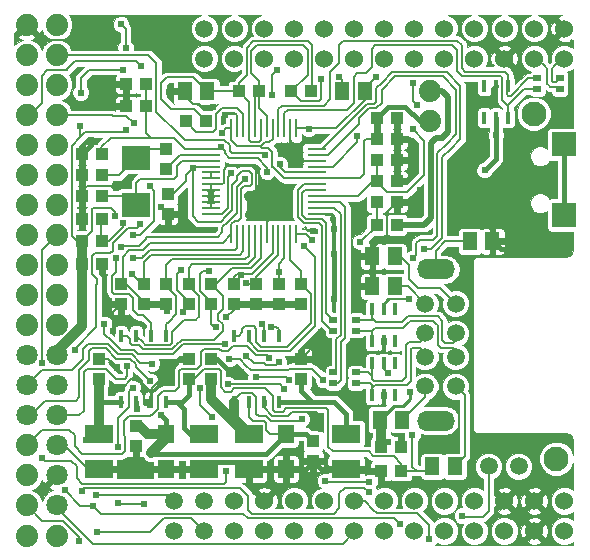
<source format=gbl>
G04 (created by PCBNEW (2013-03-19 BZR 4004)-stable) date 2014/11/26 17:53:31*
%MOIN*%
G04 Gerber Fmt 3.4, Leading zero omitted, Abs format*
%FSLAX34Y34*%
G01*
G70*
G90*
G04 APERTURE LIST*
%ADD10C,0*%
%ADD11R,0.0649606X0.00984252*%
%ADD12R,0.00984252X0.0649606*%
%ADD13R,0.0511X0.059*%
%ADD14C,0.06*%
%ADD15C,0.0593*%
%ADD16R,0.0393X0.0433*%
%ADD17R,0.0433X0.0393*%
%ADD18R,0.0944882X0.0787402*%
%ADD19C,0.0826772*%
%ADD20R,0.015748X0.0393701*%
%ADD21R,0.0255906X0.019685*%
%ADD22R,0.0944X0.0629*%
%ADD23R,0.0551X0.0629*%
%ADD24C,0.0590551*%
%ADD25C,0.074*%
%ADD26O,0.125984X0.0669291*%
%ADD27R,0.081X0.081*%
%ADD28C,0.0708661*%
%ADD29C,0.024*%
%ADD30C,0.006*%
%ADD31C,0.02*%
%ADD32C,0.016*%
%ADD33C,0.008*%
%ADD34C,0.015*%
%ADD35C,0.032*%
%ADD36C,0.024*%
%ADD37C,0.01*%
%ADD38C,0.001*%
G04 APERTURE END LIST*
G54D10*
G54D11*
X69228Y-26332D03*
X69228Y-26135D03*
X69228Y-25938D03*
X69228Y-25742D03*
X69228Y-25545D03*
X69228Y-25348D03*
X69228Y-25151D03*
X69228Y-24954D03*
X69228Y-24757D03*
X69228Y-24561D03*
X69228Y-24364D03*
X69228Y-24167D03*
G54D12*
X69917Y-23478D03*
X70114Y-23478D03*
X70311Y-23478D03*
X70507Y-23478D03*
X70704Y-23478D03*
X70901Y-23478D03*
X71098Y-23478D03*
X71295Y-23478D03*
X71492Y-23478D03*
X71688Y-23478D03*
X71885Y-23478D03*
X72082Y-23478D03*
G54D11*
X72771Y-24167D03*
X72771Y-24364D03*
X72771Y-24561D03*
X72771Y-24757D03*
X72771Y-24954D03*
X72771Y-25151D03*
X72771Y-25348D03*
X72771Y-25545D03*
X72771Y-25742D03*
X72771Y-25938D03*
X72771Y-26135D03*
X72771Y-26332D03*
G54D12*
X72082Y-27021D03*
X71885Y-27021D03*
X71688Y-27021D03*
X71492Y-27021D03*
X71295Y-27021D03*
X71098Y-27021D03*
X70901Y-27021D03*
X70704Y-27021D03*
X70507Y-27021D03*
X70311Y-27021D03*
X70114Y-27021D03*
X69917Y-27021D03*
G54D13*
X68376Y-22250D03*
X69124Y-22250D03*
X74876Y-33200D03*
X75624Y-33200D03*
X74626Y-28750D03*
X75374Y-28750D03*
X76626Y-34750D03*
X77374Y-34750D03*
X74374Y-22250D03*
X73626Y-22250D03*
X74626Y-27750D03*
X75374Y-27750D03*
X77876Y-27250D03*
X78624Y-27250D03*
G54D14*
X81023Y-35905D03*
X81023Y-36905D03*
X80023Y-35905D03*
X80023Y-36905D03*
X79023Y-35905D03*
X79023Y-36905D03*
X78023Y-35905D03*
X78023Y-36905D03*
X77023Y-35905D03*
X77023Y-36905D03*
X76023Y-35905D03*
X76023Y-36905D03*
X75023Y-35905D03*
X75023Y-36905D03*
X74023Y-35905D03*
X74023Y-36905D03*
X73023Y-35905D03*
X73023Y-36905D03*
X72023Y-35905D03*
X72023Y-36905D03*
X71023Y-35905D03*
X71023Y-36905D03*
X70023Y-35905D03*
X70023Y-36905D03*
G54D15*
X69023Y-35905D03*
X69023Y-36905D03*
G54D14*
X81023Y-20157D03*
X81023Y-21157D03*
X80023Y-20157D03*
X80023Y-21157D03*
X79023Y-20157D03*
X79023Y-21157D03*
X78023Y-20157D03*
X78023Y-21157D03*
X77023Y-20157D03*
X77023Y-21157D03*
X76023Y-20157D03*
X76023Y-21157D03*
X75023Y-20157D03*
X75023Y-21157D03*
X74023Y-20157D03*
X74023Y-21157D03*
X73023Y-20157D03*
X73023Y-21157D03*
X72023Y-20157D03*
X72023Y-21157D03*
X71023Y-20157D03*
X71023Y-21157D03*
X70023Y-20157D03*
X70023Y-21157D03*
G54D15*
X69023Y-20157D03*
X69023Y-21157D03*
G54D16*
X64936Y-26500D03*
X65604Y-26500D03*
X69084Y-23250D03*
X68416Y-23250D03*
X74766Y-26700D03*
X75434Y-26700D03*
X64936Y-27250D03*
X65604Y-27250D03*
G54D17*
X71500Y-28666D03*
X71500Y-29334D03*
X72250Y-28666D03*
X72250Y-29334D03*
X70750Y-28666D03*
X70750Y-29334D03*
X68500Y-28666D03*
X68500Y-29334D03*
X67000Y-28666D03*
X67000Y-29334D03*
X69250Y-28666D03*
X69250Y-29334D03*
X70000Y-28666D03*
X70000Y-29334D03*
X67750Y-24834D03*
X67750Y-24166D03*
X67750Y-28666D03*
X67750Y-29334D03*
G54D18*
X66750Y-24462D03*
X66750Y-26037D03*
G54D16*
X66750Y-33416D03*
X66750Y-34084D03*
X72650Y-33916D03*
X72650Y-34584D03*
G54D17*
X75434Y-25950D03*
X74766Y-25950D03*
X74766Y-25250D03*
X75434Y-25250D03*
X74766Y-24550D03*
X75434Y-24550D03*
X67084Y-22750D03*
X66416Y-22750D03*
X65604Y-25050D03*
X64936Y-25050D03*
X65604Y-25750D03*
X64936Y-25750D03*
X67084Y-22000D03*
X66416Y-22000D03*
X70834Y-22250D03*
X70166Y-22250D03*
X71916Y-22250D03*
X72584Y-22250D03*
X64936Y-24350D03*
X65604Y-24350D03*
G54D16*
X66250Y-28666D03*
X66250Y-29334D03*
G54D17*
X74766Y-23850D03*
X75434Y-23850D03*
X74766Y-23150D03*
X75434Y-23150D03*
G54D16*
X67808Y-25668D03*
X67808Y-26336D03*
G54D17*
X64936Y-28000D03*
X65604Y-28000D03*
X75584Y-34900D03*
X74916Y-34900D03*
X74916Y-34100D03*
X75584Y-34100D03*
G54D19*
X80750Y-34500D03*
X80000Y-23000D03*
G54D20*
X66250Y-30400D03*
X66750Y-30400D03*
X67250Y-30400D03*
X67750Y-30400D03*
X66250Y-32600D03*
X66750Y-32600D03*
X67250Y-32600D03*
X67750Y-32600D03*
X70000Y-30418D03*
X70500Y-30418D03*
X71000Y-30418D03*
X71500Y-30418D03*
X70000Y-32618D03*
X70500Y-32618D03*
X71000Y-32618D03*
X71500Y-32618D03*
X75000Y-32383D03*
X74606Y-32383D03*
X74606Y-31320D03*
X75000Y-31320D03*
X75393Y-31320D03*
X75393Y-32383D03*
X78750Y-22066D03*
X79143Y-22066D03*
X79143Y-23129D03*
X78750Y-23129D03*
X78356Y-23129D03*
X78356Y-22066D03*
X75000Y-30583D03*
X74606Y-30583D03*
X74606Y-29520D03*
X75000Y-29520D03*
X75393Y-29520D03*
X75393Y-30583D03*
G54D21*
X80874Y-22177D03*
X80874Y-21822D03*
X80125Y-21822D03*
X80125Y-22177D03*
X73325Y-31622D03*
X73325Y-31977D03*
X74074Y-31977D03*
X74074Y-31622D03*
X73325Y-29872D03*
X73325Y-30227D03*
X74074Y-30227D03*
X74074Y-29872D03*
G54D22*
X69000Y-33660D03*
X69000Y-34840D03*
X65500Y-33660D03*
X65500Y-34840D03*
X73750Y-33660D03*
X73750Y-34840D03*
X70500Y-33660D03*
X70500Y-34840D03*
G54D23*
X67750Y-33660D03*
X67750Y-34840D03*
X71750Y-33660D03*
X71750Y-34840D03*
G54D16*
X68500Y-31834D03*
X68500Y-31166D03*
X65500Y-31834D03*
X65500Y-31166D03*
X72250Y-31834D03*
X72250Y-31166D03*
X69250Y-31834D03*
X69250Y-31166D03*
G54D24*
X68000Y-36900D03*
X68000Y-35900D03*
G54D25*
X76550Y-22250D03*
X76550Y-23250D03*
G54D24*
X79500Y-34750D03*
X78500Y-34750D03*
X77401Y-31102D03*
X77401Y-30314D03*
X76377Y-31102D03*
X76377Y-30314D03*
X76377Y-32086D03*
X77401Y-32086D03*
X76377Y-29330D03*
X77401Y-29330D03*
G54D26*
X76732Y-33228D03*
X76732Y-28188D03*
G54D27*
X81000Y-26381D03*
X81000Y-24018D03*
G54D28*
X64100Y-33050D03*
X63100Y-33050D03*
G54D25*
X63100Y-22050D03*
X64100Y-22050D03*
X63100Y-23050D03*
X64100Y-23050D03*
X63100Y-24050D03*
X64100Y-24050D03*
X63100Y-25050D03*
X64100Y-25050D03*
X63100Y-26050D03*
X64100Y-26050D03*
X63100Y-27050D03*
X64100Y-27050D03*
X63100Y-28050D03*
X64100Y-28050D03*
X63100Y-29050D03*
X64100Y-29050D03*
X63100Y-30050D03*
X64100Y-30050D03*
G54D28*
X63100Y-31050D03*
X64100Y-31050D03*
X63100Y-32050D03*
X64100Y-32050D03*
G54D25*
X63100Y-34050D03*
G54D28*
X64100Y-34050D03*
X64100Y-35050D03*
G54D25*
X63100Y-35050D03*
X63100Y-36050D03*
G54D28*
X64100Y-36050D03*
G54D25*
X64100Y-21050D03*
X63100Y-21050D03*
X64098Y-20030D03*
X63098Y-20030D03*
X64106Y-37058D03*
X63106Y-37058D03*
G54D29*
X70370Y-25165D03*
X66234Y-27432D03*
X66249Y-20021D03*
X66398Y-20796D03*
X66790Y-32848D03*
X66036Y-26398D03*
X78752Y-23720D03*
X78362Y-24878D03*
X67588Y-33052D03*
X66414Y-23544D03*
X66294Y-21524D03*
X64902Y-22296D03*
X64890Y-23421D03*
X67254Y-34304D03*
X74526Y-35271D03*
X73053Y-35235D03*
X69276Y-33111D03*
X68878Y-32148D03*
X66900Y-21396D03*
X66666Y-23322D03*
X67194Y-25420D03*
X66644Y-27050D03*
X63598Y-34456D03*
X69759Y-34907D03*
X63598Y-31316D03*
X70418Y-31056D03*
X65692Y-30004D03*
X71508Y-31281D03*
X69710Y-30674D03*
X65404Y-35720D03*
X66628Y-32132D03*
X66148Y-34090D03*
X67270Y-31330D03*
X72982Y-31864D03*
X69860Y-31168D03*
X71847Y-31872D03*
X70732Y-31778D03*
X66455Y-31410D03*
X71190Y-31133D03*
X67209Y-31899D03*
X71688Y-32172D03*
X69800Y-32014D03*
X72267Y-33183D03*
X64858Y-37230D03*
X76522Y-37172D03*
X66154Y-35965D03*
X66999Y-36000D03*
X65435Y-36945D03*
X64365Y-35544D03*
X77614Y-36396D03*
X75538Y-36666D03*
X64710Y-30862D03*
X66888Y-26688D03*
X65308Y-36064D03*
X75980Y-27810D03*
X76340Y-27490D03*
X69190Y-28248D03*
X68244Y-28214D03*
X68628Y-24802D03*
X69608Y-23625D03*
X69408Y-30108D03*
X69753Y-29787D03*
X67766Y-29568D03*
X68322Y-29608D03*
X75850Y-29180D03*
X75960Y-33720D03*
X64938Y-35560D03*
X74508Y-35622D03*
X75153Y-33939D03*
X65070Y-33888D03*
X75140Y-31640D03*
X75880Y-32260D03*
X72918Y-33495D03*
X78646Y-22503D03*
X67572Y-26106D03*
X66586Y-25108D03*
X65962Y-30234D03*
X72927Y-30273D03*
X74020Y-32692D03*
X65586Y-22593D03*
X65235Y-23874D03*
X67005Y-20799D03*
X72639Y-26894D03*
X73329Y-26829D03*
X66110Y-32124D03*
X69296Y-22767D03*
X76194Y-25542D03*
X76055Y-24912D03*
X72038Y-24706D03*
X77238Y-25438D03*
X67900Y-26866D03*
X67836Y-22257D03*
X66417Y-22422D03*
X66110Y-31474D03*
X67208Y-32718D03*
X75588Y-33999D03*
X74812Y-34882D03*
X69250Y-31166D03*
X68607Y-31211D03*
X70250Y-31600D03*
X75425Y-25970D03*
X73335Y-27665D03*
X73335Y-29170D03*
X79135Y-27520D03*
X74585Y-27640D03*
X69695Y-23050D03*
X70955Y-26405D03*
X70550Y-26380D03*
X70520Y-25755D03*
X70970Y-25745D03*
X70750Y-26050D03*
X76750Y-33900D03*
X72920Y-21840D03*
X73520Y-21760D03*
X69903Y-24965D03*
X69569Y-24105D03*
X76122Y-22714D03*
X75970Y-23522D03*
X75972Y-21988D03*
X74741Y-21780D03*
X72504Y-23503D03*
X71116Y-24930D03*
X66306Y-26652D03*
X66628Y-27804D03*
X72612Y-27218D03*
X74220Y-27270D03*
X70930Y-30004D03*
X70255Y-28380D03*
X66064Y-27820D03*
X66621Y-28328D03*
X72355Y-27410D03*
X71500Y-28260D03*
X71250Y-30100D03*
X70425Y-28655D03*
X71538Y-24682D03*
X71051Y-24372D03*
X74122Y-23752D03*
X71442Y-21538D03*
X71284Y-22378D03*
G54D30*
X69931Y-26471D02*
X70100Y-26302D01*
X70110Y-25425D02*
X70370Y-25165D01*
X70100Y-25425D02*
X70110Y-25425D01*
X70100Y-26302D02*
X70100Y-25425D01*
X67028Y-27208D02*
X67125Y-27111D01*
X69810Y-26592D02*
X69627Y-26775D01*
X69627Y-26775D02*
X69627Y-26951D01*
X69810Y-26592D02*
X69931Y-26471D01*
X66234Y-27432D02*
X66276Y-27390D01*
X66276Y-27390D02*
X66846Y-27390D01*
X66846Y-27390D02*
X67028Y-27208D01*
X69467Y-27111D02*
X69627Y-26951D01*
X67125Y-27111D02*
X69467Y-27111D01*
G54D31*
X75434Y-26700D02*
X76354Y-26700D01*
X76572Y-23988D02*
X76760Y-23799D01*
X76572Y-26482D02*
X76572Y-23988D01*
X76354Y-26700D02*
X76572Y-26482D01*
X77150Y-23050D02*
X77150Y-22450D01*
X76950Y-23799D02*
X77150Y-23600D01*
X77150Y-23600D02*
X77150Y-23050D01*
X76760Y-23799D02*
X76900Y-23799D01*
G54D32*
X76900Y-23799D02*
X76950Y-23799D01*
G54D31*
X76950Y-22250D02*
X76550Y-22250D01*
X77150Y-22450D02*
X76950Y-22250D01*
G54D30*
X70500Y-32618D02*
X70500Y-33090D01*
X71214Y-33660D02*
X71750Y-33660D01*
X71090Y-33536D02*
X71214Y-33660D01*
X71090Y-33293D02*
X71090Y-33536D01*
X71021Y-33224D02*
X71090Y-33293D01*
X70634Y-33224D02*
X71021Y-33224D01*
X70500Y-33090D02*
X70634Y-33224D01*
G54D33*
X66398Y-20170D02*
X66249Y-20021D01*
X66398Y-20796D02*
X66398Y-20170D01*
G54D32*
X66750Y-32600D02*
X66750Y-32808D01*
X66750Y-32808D02*
X66790Y-32848D01*
G54D30*
X65264Y-26922D02*
X64936Y-27250D01*
X66036Y-26398D02*
X66036Y-26256D01*
X66036Y-26256D02*
X65904Y-26124D01*
X65904Y-26124D02*
X65326Y-26124D01*
X65326Y-26124D02*
X65264Y-26186D01*
X65264Y-26186D02*
X65264Y-26922D01*
G54D32*
X78752Y-23720D02*
X78750Y-23720D01*
X78750Y-23129D02*
X78750Y-23720D01*
X78750Y-23720D02*
X78750Y-24490D01*
X78750Y-24490D02*
X78362Y-24878D01*
G54D34*
X67750Y-33660D02*
X67750Y-33214D01*
X67750Y-33214D02*
X67588Y-33052D01*
G54D30*
X67588Y-33052D02*
X67750Y-33214D01*
G54D33*
X65041Y-23613D02*
X64890Y-23764D01*
X66414Y-23544D02*
X66345Y-23613D01*
X66345Y-23613D02*
X65041Y-23613D01*
X64890Y-23764D02*
X64890Y-23421D01*
X64786Y-27250D02*
X64594Y-27058D01*
X64936Y-27250D02*
X64786Y-27250D01*
X64594Y-24060D02*
X64890Y-23764D01*
X64594Y-27058D02*
X64594Y-24060D01*
X65187Y-21524D02*
X66294Y-21524D01*
X64902Y-21809D02*
X65187Y-21524D01*
X64902Y-22296D02*
X64902Y-21809D01*
G54D35*
X64100Y-31050D02*
X64100Y-30918D01*
X64936Y-30082D02*
X64936Y-28000D01*
X64100Y-30918D02*
X64936Y-30082D01*
X64936Y-28000D02*
X64936Y-27250D01*
X66750Y-33416D02*
X66866Y-33416D01*
X66866Y-33416D02*
X67110Y-33660D01*
X67110Y-33660D02*
X67750Y-33660D01*
G54D32*
X67254Y-34304D02*
X67298Y-34348D01*
X71062Y-34348D02*
X71750Y-33660D01*
X67298Y-34348D02*
X71062Y-34348D01*
G54D35*
X67750Y-33808D02*
X67750Y-33660D01*
X67254Y-34304D02*
X67750Y-33808D01*
G54D32*
X71750Y-33660D02*
X72394Y-33660D01*
X72394Y-33660D02*
X72650Y-33916D01*
G54D30*
X74130Y-35286D02*
X74511Y-35286D01*
X74511Y-35286D02*
X74526Y-35271D01*
X73104Y-35286D02*
X74130Y-35286D01*
X73053Y-35235D02*
X73104Y-35286D01*
X74130Y-35286D02*
X74134Y-35286D01*
X68878Y-32713D02*
X68878Y-32148D01*
X69276Y-33111D02*
X68878Y-32713D01*
X64263Y-21552D02*
X64401Y-21552D01*
X64709Y-21244D02*
X65134Y-21244D01*
X64401Y-21552D02*
X64709Y-21244D01*
X65134Y-21244D02*
X66748Y-21244D01*
X66748Y-21244D02*
X66900Y-21396D01*
X63100Y-23050D02*
X63198Y-23050D01*
X63786Y-21552D02*
X64263Y-21552D01*
X64263Y-21552D02*
X64418Y-21552D01*
X64418Y-21552D02*
X64444Y-21552D01*
X63612Y-21726D02*
X63786Y-21552D01*
X63612Y-22636D02*
X63612Y-21726D01*
X63198Y-23050D02*
X63612Y-22636D01*
X67088Y-26826D02*
X67338Y-26576D01*
X67338Y-25564D02*
X67194Y-25420D01*
X67338Y-26576D02*
X67338Y-25564D01*
X66644Y-27050D02*
X66864Y-27050D01*
X66864Y-27050D02*
X67088Y-26826D01*
X65946Y-23050D02*
X65978Y-23082D01*
X66426Y-23082D02*
X66666Y-23322D01*
X65978Y-23082D02*
X66426Y-23082D01*
X64100Y-23050D02*
X65946Y-23050D01*
X65651Y-35328D02*
X64944Y-35328D01*
X63698Y-34556D02*
X63598Y-34456D01*
X64584Y-34556D02*
X63698Y-34556D01*
X64770Y-34742D02*
X64584Y-34556D01*
X64770Y-35154D02*
X64770Y-34742D01*
X64944Y-35328D02*
X64770Y-35154D01*
X69760Y-35037D02*
X69760Y-34908D01*
X69760Y-34908D02*
X69759Y-34907D01*
X69760Y-35037D02*
X69760Y-35258D01*
X69760Y-35258D02*
X69690Y-35328D01*
X69690Y-35328D02*
X65651Y-35328D01*
X69760Y-34998D02*
X69760Y-35037D01*
X63598Y-27552D02*
X64100Y-27050D01*
X63598Y-31316D02*
X63598Y-27552D01*
X70418Y-31056D02*
X70672Y-31310D01*
X65940Y-30576D02*
X65692Y-30328D01*
X65692Y-30328D02*
X65692Y-30004D01*
X70672Y-31310D02*
X71009Y-31310D01*
X71009Y-31310D02*
X71069Y-31370D01*
X71069Y-31370D02*
X71419Y-31370D01*
X71419Y-31370D02*
X71508Y-31281D01*
X69710Y-30674D02*
X68318Y-30674D01*
X68318Y-30674D02*
X67990Y-31002D01*
X67556Y-31002D02*
X67990Y-31002D01*
X66728Y-30924D02*
X66806Y-31002D01*
X66806Y-31002D02*
X67556Y-31002D01*
X66152Y-30788D02*
X66228Y-30864D01*
X65940Y-30576D02*
X66152Y-30788D01*
X66668Y-30864D02*
X66728Y-30924D01*
X66228Y-30864D02*
X66668Y-30864D01*
X65558Y-35720D02*
X65404Y-35720D01*
X66148Y-33398D02*
X66148Y-33138D01*
X66148Y-33138D02*
X66510Y-32776D01*
X66510Y-32776D02*
X66510Y-32250D01*
X66510Y-32250D02*
X66628Y-32132D01*
X66148Y-34090D02*
X66148Y-33398D01*
X68000Y-35900D02*
X67820Y-35720D01*
X65358Y-35720D02*
X65558Y-35720D01*
X65558Y-35720D02*
X67820Y-35720D01*
X66928Y-31294D02*
X67234Y-31294D01*
X67234Y-31294D02*
X67270Y-31330D01*
X70422Y-31392D02*
X70575Y-31545D01*
X72618Y-31500D02*
X72982Y-31864D01*
X71844Y-31500D02*
X72618Y-31500D01*
X69860Y-31168D02*
X70198Y-31168D01*
X70198Y-31168D02*
X70422Y-31392D01*
X70575Y-31545D02*
X71799Y-31545D01*
X71799Y-31545D02*
X71844Y-31500D01*
X64695Y-31453D02*
X64986Y-31162D01*
X64986Y-30832D02*
X65154Y-30664D01*
X64986Y-31162D02*
X64986Y-30832D01*
X64362Y-31550D02*
X64598Y-31550D01*
X64598Y-31550D02*
X64695Y-31453D01*
X66882Y-31294D02*
X66928Y-31294D01*
X66594Y-31006D02*
X66882Y-31294D01*
X66158Y-31006D02*
X66594Y-31006D01*
X65816Y-30664D02*
X66158Y-31006D01*
X65154Y-30664D02*
X65816Y-30664D01*
X63600Y-31550D02*
X63100Y-32050D01*
X64362Y-31550D02*
X63600Y-31550D01*
X65594Y-31495D02*
X65745Y-31495D01*
X66455Y-31747D02*
X66455Y-31410D01*
X66378Y-31824D02*
X66455Y-31747D01*
X66074Y-31824D02*
X66378Y-31824D01*
X65745Y-31495D02*
X66074Y-31824D01*
X70732Y-31778D02*
X71753Y-31778D01*
X71753Y-31778D02*
X71847Y-31872D01*
X65110Y-31495D02*
X65594Y-31495D01*
X65000Y-31605D02*
X65110Y-31495D01*
X65000Y-32210D02*
X65000Y-31605D01*
X64998Y-32212D02*
X65000Y-32210D01*
X64848Y-33050D02*
X64998Y-32900D01*
X64998Y-32900D02*
X64998Y-32212D01*
X64100Y-33050D02*
X64848Y-33050D01*
X70352Y-30752D02*
X70454Y-30752D01*
X70742Y-31040D02*
X71010Y-31040D01*
X70454Y-30752D02*
X70742Y-31040D01*
X69606Y-30918D02*
X69810Y-30918D01*
X69976Y-30752D02*
X70352Y-30752D01*
X69810Y-30918D02*
X69976Y-30752D01*
X68370Y-31500D02*
X68256Y-31500D01*
X68256Y-31500D02*
X68189Y-31567D01*
X68189Y-32103D02*
X68052Y-32240D01*
X68189Y-31567D02*
X68189Y-32103D01*
X71070Y-31040D02*
X71097Y-31040D01*
X71097Y-31040D02*
X71190Y-31133D01*
X71010Y-31040D02*
X71070Y-31040D01*
X66288Y-34340D02*
X66388Y-34240D01*
X65642Y-34340D02*
X65986Y-34340D01*
X63614Y-33536D02*
X64520Y-33536D01*
X64520Y-33536D02*
X64698Y-33714D01*
X64698Y-33714D02*
X64698Y-34082D01*
X64698Y-34082D02*
X64956Y-34340D01*
X64956Y-34340D02*
X65642Y-34340D01*
X63100Y-34050D02*
X63614Y-33536D01*
X66344Y-33712D02*
X66344Y-33378D01*
X66388Y-33756D02*
X66344Y-33712D01*
X66388Y-34240D02*
X66388Y-33756D01*
X65986Y-34340D02*
X66288Y-34340D01*
X68908Y-31356D02*
X68908Y-31008D01*
X68764Y-31500D02*
X68908Y-31356D01*
X68370Y-31500D02*
X68764Y-31500D01*
X68052Y-32240D02*
X67636Y-32240D01*
X67466Y-32410D02*
X67466Y-32766D01*
X67636Y-32240D02*
X67466Y-32410D01*
X67294Y-32998D02*
X67466Y-32826D01*
X67466Y-32826D02*
X67466Y-32766D01*
X66344Y-33230D02*
X66494Y-33080D01*
X66494Y-33080D02*
X67212Y-33080D01*
X67212Y-33080D02*
X67294Y-32998D01*
X66344Y-33378D02*
X66344Y-33230D01*
X68908Y-30926D02*
X69000Y-30834D01*
X69000Y-30834D02*
X69522Y-30834D01*
X69522Y-30834D02*
X69606Y-30918D01*
X68908Y-31008D02*
X68908Y-30926D01*
X66736Y-31352D02*
X66736Y-31426D01*
X66736Y-31426D02*
X67209Y-31899D01*
X69800Y-32014D02*
X69802Y-32012D01*
X71528Y-32012D02*
X71688Y-32172D01*
X69802Y-32012D02*
X71528Y-32012D01*
X64845Y-31626D02*
X64845Y-31539D01*
X65166Y-30918D02*
X65264Y-30820D01*
X65166Y-31218D02*
X65166Y-30918D01*
X64845Y-31539D02*
X65166Y-31218D01*
X64186Y-32565D02*
X64729Y-32565D01*
X64845Y-32449D02*
X64845Y-32085D01*
X64729Y-32565D02*
X64845Y-32449D01*
X66540Y-31156D02*
X66736Y-31352D01*
X66092Y-31156D02*
X66540Y-31156D01*
X65756Y-30820D02*
X66092Y-31156D01*
X65264Y-30820D02*
X65756Y-30820D01*
X64120Y-32565D02*
X64186Y-32565D01*
X63235Y-33050D02*
X63720Y-32565D01*
X63720Y-32565D02*
X64120Y-32565D01*
X63100Y-33050D02*
X63235Y-33050D01*
X64845Y-32085D02*
X64845Y-31626D01*
X70749Y-32711D02*
X70749Y-32993D01*
X72220Y-33230D02*
X72267Y-33183D01*
X71234Y-33230D02*
X72220Y-33230D01*
X71084Y-33080D02*
X71234Y-33230D01*
X70835Y-33080D02*
X71084Y-33080D01*
X70749Y-32993D02*
X70835Y-33080D01*
X70000Y-32618D02*
X70000Y-32536D01*
X70749Y-32424D02*
X70749Y-32711D01*
X70627Y-32302D02*
X70749Y-32424D01*
X70234Y-32302D02*
X70627Y-32302D01*
X70000Y-32536D02*
X70234Y-32302D01*
G54D35*
X69250Y-31834D02*
X69250Y-32500D01*
X70410Y-33660D02*
X70500Y-33660D01*
X69250Y-32500D02*
X70410Y-33660D01*
X70000Y-32600D02*
X70000Y-33160D01*
X70000Y-33160D02*
X70500Y-33660D01*
X69250Y-31834D02*
X69250Y-32290D01*
G54D30*
X63100Y-36050D02*
X63610Y-36560D01*
X63610Y-36560D02*
X64308Y-36560D01*
X64858Y-37110D02*
X64858Y-37230D01*
X64308Y-36560D02*
X64858Y-37110D01*
X74649Y-36193D02*
X74776Y-36320D01*
X76154Y-36336D02*
X76522Y-36704D01*
X76522Y-36704D02*
X76522Y-37172D01*
X74361Y-35905D02*
X74023Y-35905D01*
X74649Y-36193D02*
X74361Y-35905D01*
X74776Y-36320D02*
X76138Y-36320D01*
X76138Y-36320D02*
X76154Y-36336D01*
X65308Y-37340D02*
X65562Y-37340D01*
X65562Y-37340D02*
X73630Y-37340D01*
X74023Y-36946D02*
X74023Y-36905D01*
X74023Y-36946D02*
X73630Y-37340D01*
X64100Y-36050D02*
X64100Y-36132D01*
X64100Y-36132D02*
X65308Y-37340D01*
X66189Y-36000D02*
X66154Y-35965D01*
X66154Y-35965D02*
X66147Y-35958D01*
X66999Y-36000D02*
X66189Y-36000D01*
X68592Y-36474D02*
X69023Y-36905D01*
X67671Y-36474D02*
X68592Y-36474D01*
X67200Y-36945D02*
X67671Y-36474D01*
X65435Y-36945D02*
X67200Y-36945D01*
X65491Y-36247D02*
X65568Y-36324D01*
X70326Y-36324D02*
X70485Y-36483D01*
X65568Y-36324D02*
X70326Y-36324D01*
X64885Y-36064D02*
X65308Y-36064D01*
X64365Y-35544D02*
X64885Y-36064D01*
X75538Y-36666D02*
X75355Y-36483D01*
X75355Y-36483D02*
X70485Y-36483D01*
X78500Y-36232D02*
X78500Y-34750D01*
X78308Y-36424D02*
X78500Y-36232D01*
X77642Y-36424D02*
X78308Y-36424D01*
X77614Y-36396D02*
X77642Y-36424D01*
X65491Y-36247D02*
X65308Y-36064D01*
X65430Y-28680D02*
X65430Y-28490D01*
X65416Y-28694D02*
X65430Y-28680D01*
X65968Y-27558D02*
X65968Y-27394D01*
X65890Y-27636D02*
X65968Y-27558D01*
X65380Y-27636D02*
X65890Y-27636D01*
X65272Y-27744D02*
X65380Y-27636D01*
X65272Y-28332D02*
X65272Y-27744D01*
X65430Y-28490D02*
X65272Y-28332D01*
X64710Y-30828D02*
X65416Y-30122D01*
X65416Y-30122D02*
X65416Y-28694D01*
X64710Y-30862D02*
X64710Y-30828D01*
X65968Y-27318D02*
X66474Y-26812D01*
X65968Y-27394D02*
X65968Y-27318D01*
X66888Y-26688D02*
X66764Y-26812D01*
X66764Y-26812D02*
X66474Y-26812D01*
X80500Y-22050D02*
X80550Y-22100D01*
X80450Y-21500D02*
X80450Y-21650D01*
X80450Y-21650D02*
X80450Y-22000D01*
X80450Y-22000D02*
X80500Y-22050D01*
X80023Y-21157D02*
X80107Y-21157D01*
X80107Y-21157D02*
X80400Y-21450D01*
X80400Y-21450D02*
X80450Y-21500D01*
X80796Y-22100D02*
X80874Y-22177D01*
X80550Y-22100D02*
X80796Y-22100D01*
X80650Y-21950D02*
X80750Y-21950D01*
X80600Y-21900D02*
X80650Y-21950D01*
X80650Y-21450D02*
X80600Y-21500D01*
X80942Y-21157D02*
X80650Y-21450D01*
X81023Y-21157D02*
X80942Y-21157D01*
X80600Y-21500D02*
X80600Y-21750D01*
X80600Y-21750D02*
X80600Y-21900D01*
X80874Y-21825D02*
X80874Y-21822D01*
X80750Y-21950D02*
X80874Y-21825D01*
X76204Y-27205D02*
X76648Y-27205D01*
X76791Y-24299D02*
X77100Y-23990D01*
X76791Y-27063D02*
X76791Y-24299D01*
X76648Y-27205D02*
X76791Y-27063D01*
X74930Y-22390D02*
X74930Y-22190D01*
X73145Y-24364D02*
X74170Y-23340D01*
X74170Y-23340D02*
X74170Y-23150D01*
X74170Y-23150D02*
X74500Y-22820D01*
X74500Y-22820D02*
X74760Y-22820D01*
X74760Y-22820D02*
X74930Y-22650D01*
X74930Y-22650D02*
X74930Y-22390D01*
X72771Y-24364D02*
X73145Y-24364D01*
X77410Y-23680D02*
X77100Y-23990D01*
X77410Y-22190D02*
X77410Y-23680D01*
X76970Y-21750D02*
X77410Y-22190D01*
X75369Y-21750D02*
X76970Y-21750D01*
X74930Y-22190D02*
X75369Y-21750D01*
X76090Y-27320D02*
X76204Y-27205D01*
X76090Y-27700D02*
X76090Y-27320D01*
X75980Y-27810D02*
X76090Y-27700D01*
X76340Y-27490D02*
X76579Y-27490D01*
X76937Y-24453D02*
X77230Y-24160D01*
X76937Y-27132D02*
X76937Y-24453D01*
X76579Y-27490D02*
X76937Y-27132D01*
X72942Y-24167D02*
X74440Y-22670D01*
X77230Y-24160D02*
X77560Y-23830D01*
X77560Y-23830D02*
X77560Y-22070D01*
X77560Y-22070D02*
X77100Y-21610D01*
X77100Y-21610D02*
X75290Y-21610D01*
X75290Y-21610D02*
X74930Y-21970D01*
X72771Y-24167D02*
X72942Y-24167D01*
X74760Y-22140D02*
X74930Y-21970D01*
X74760Y-22590D02*
X74760Y-22140D01*
X74680Y-22670D02*
X74760Y-22590D01*
X74440Y-22670D02*
X74680Y-22670D01*
X67808Y-25668D02*
X67982Y-25668D01*
X68400Y-25030D02*
X68628Y-24802D01*
X68400Y-25250D02*
X68400Y-25030D01*
X67982Y-25668D02*
X68400Y-25250D01*
X68872Y-28802D02*
X68872Y-28900D01*
X69250Y-29278D02*
X69250Y-29334D01*
X68872Y-28900D02*
X69250Y-29278D01*
X68500Y-29334D02*
X68500Y-29264D01*
X68872Y-28802D02*
X68868Y-28806D01*
X68872Y-28346D02*
X68872Y-28802D01*
X68970Y-28248D02*
X68872Y-28346D01*
X69190Y-28248D02*
X68970Y-28248D01*
X68110Y-28348D02*
X68244Y-28214D01*
X68110Y-28874D02*
X68110Y-28348D01*
X68500Y-29264D02*
X68110Y-28874D01*
X69754Y-23478D02*
X69917Y-23478D01*
X69608Y-23625D02*
X69754Y-23478D01*
X70200Y-24984D02*
X70280Y-24905D01*
X70280Y-24905D02*
X70510Y-24905D01*
X69955Y-25421D02*
X69955Y-25361D01*
X70117Y-25199D02*
X70117Y-25068D01*
X69955Y-25361D02*
X70117Y-25199D01*
X69737Y-26422D02*
X69955Y-26204D01*
X70117Y-25068D02*
X70200Y-24984D01*
X69955Y-26204D02*
X69955Y-25421D01*
X69917Y-27021D02*
X69917Y-26687D01*
X70046Y-26558D02*
X70151Y-26558D01*
X69917Y-26687D02*
X70046Y-26558D01*
X70370Y-25418D02*
X70337Y-25418D01*
X70245Y-26465D02*
X70151Y-26558D01*
X70245Y-25510D02*
X70245Y-26465D01*
X70337Y-25418D02*
X70245Y-25510D01*
X70370Y-25418D02*
X70532Y-25418D01*
X70609Y-25005D02*
X70510Y-24905D01*
X70609Y-25340D02*
X70609Y-25005D01*
X70532Y-25418D02*
X70609Y-25340D01*
G54D32*
X76550Y-23250D02*
X76197Y-23250D01*
X76197Y-23250D02*
X75717Y-22770D01*
G54D30*
X70944Y-24129D02*
X70952Y-24137D01*
X71283Y-24761D02*
X71295Y-24773D01*
X71283Y-24272D02*
X71283Y-24761D01*
X71148Y-24137D02*
X71283Y-24272D01*
X70952Y-24137D02*
X71148Y-24137D01*
X70806Y-24078D02*
X70898Y-24078D01*
X71295Y-23830D02*
X71295Y-23478D01*
X71189Y-23937D02*
X71295Y-23830D01*
X71039Y-23937D02*
X71189Y-23937D01*
X70898Y-24078D02*
X71039Y-23937D01*
X70944Y-24129D02*
X70893Y-24078D01*
X69340Y-30108D02*
X69408Y-30108D01*
X69250Y-29334D02*
X69250Y-30018D01*
X69250Y-30018D02*
X69340Y-30108D01*
X69753Y-29787D02*
X70000Y-29540D01*
X70000Y-29540D02*
X70000Y-29334D01*
G54D33*
X66310Y-27939D02*
X66310Y-27772D01*
X67214Y-27303D02*
X67277Y-27303D01*
X66962Y-27555D02*
X67214Y-27303D01*
X66527Y-27555D02*
X66962Y-27555D01*
X66310Y-27772D02*
X66527Y-27555D01*
X66250Y-28666D02*
X66310Y-28606D01*
X66310Y-28606D02*
X66310Y-27939D01*
X69635Y-27303D02*
X69917Y-27021D01*
X67277Y-27303D02*
X69635Y-27303D01*
G54D30*
X68628Y-26413D02*
X68807Y-26592D01*
X68628Y-24802D02*
X68628Y-26367D01*
X68628Y-26367D02*
X68628Y-26413D01*
X69567Y-26592D02*
X69737Y-26422D01*
X68807Y-26592D02*
X69567Y-26592D01*
X69769Y-23478D02*
X69917Y-23478D01*
X71673Y-25151D02*
X72771Y-25151D01*
X71295Y-24773D02*
X71673Y-25151D01*
X70684Y-24078D02*
X70806Y-24078D01*
X69917Y-23873D02*
X70122Y-24078D01*
X70122Y-24078D02*
X70684Y-24078D01*
X69917Y-23478D02*
X69917Y-23873D01*
X70806Y-24078D02*
X70893Y-24078D01*
X68672Y-24757D02*
X69228Y-24757D01*
X68628Y-24802D02*
X68672Y-24757D01*
X67766Y-29350D02*
X67766Y-29568D01*
X67750Y-29334D02*
X67766Y-29350D01*
X68322Y-29512D02*
X68500Y-29334D01*
X68322Y-29608D02*
X68322Y-29512D01*
X67000Y-29334D02*
X67000Y-29258D01*
X66408Y-28666D02*
X66250Y-28666D01*
X67000Y-29258D02*
X66408Y-28666D01*
G54D32*
X74766Y-23150D02*
X75146Y-22770D01*
X75146Y-22770D02*
X75717Y-22770D01*
G54D36*
X66250Y-28666D02*
X66286Y-28666D01*
X66954Y-29334D02*
X67000Y-29334D01*
X71500Y-29334D02*
X72250Y-29334D01*
X70750Y-29334D02*
X71500Y-29334D01*
X70000Y-29334D02*
X70750Y-29334D01*
X67000Y-29334D02*
X67750Y-29334D01*
G54D33*
X74766Y-23850D02*
X74400Y-23850D01*
X74400Y-23850D02*
X74350Y-23900D01*
X74350Y-23900D02*
X74350Y-25000D01*
X74350Y-25000D02*
X74198Y-25151D01*
X74198Y-25151D02*
X72771Y-25151D01*
G54D36*
X74766Y-23150D02*
X74766Y-23850D01*
G54D33*
X69228Y-24757D02*
X68792Y-24757D01*
X67884Y-25666D02*
X67750Y-25666D01*
G54D30*
X76100Y-34900D02*
X76476Y-34900D01*
X76476Y-34900D02*
X76626Y-34750D01*
X72648Y-32798D02*
X73067Y-32798D01*
X73152Y-34104D02*
X73298Y-34250D01*
X73152Y-32883D02*
X73152Y-34104D01*
X73067Y-32798D02*
X73152Y-32883D01*
X71202Y-32307D02*
X71298Y-32403D01*
X71760Y-32798D02*
X72648Y-32798D01*
X71630Y-32928D02*
X71760Y-32798D01*
X71362Y-32928D02*
X71630Y-32928D01*
X71298Y-32864D02*
X71362Y-32928D01*
X71298Y-32403D02*
X71298Y-32864D01*
X74037Y-34250D02*
X74495Y-34250D01*
X73860Y-34250D02*
X74037Y-34250D01*
X73860Y-34250D02*
X73298Y-34250D01*
X74495Y-34250D02*
X74655Y-34410D01*
X74655Y-34410D02*
X75330Y-34410D01*
X75330Y-34410D02*
X75584Y-34664D01*
X75584Y-34664D02*
X75584Y-34900D01*
X69746Y-32256D02*
X69918Y-32256D01*
X69918Y-32256D02*
X70020Y-32154D01*
X71049Y-32154D02*
X71202Y-32307D01*
X70020Y-32154D02*
X71049Y-32154D01*
G54D32*
X69000Y-33660D02*
X68535Y-33660D01*
X68337Y-32837D02*
X68120Y-32620D01*
X68337Y-33462D02*
X68337Y-32837D01*
X68535Y-33660D02*
X68337Y-33462D01*
G54D30*
X68500Y-31834D02*
X68664Y-31834D01*
X68996Y-31502D02*
X69112Y-31502D01*
X68664Y-31834D02*
X68996Y-31502D01*
X69354Y-31502D02*
X69504Y-31502D01*
X69354Y-31502D02*
X69112Y-31502D01*
X69504Y-31502D02*
X69566Y-31564D01*
X69566Y-31564D02*
X69566Y-32114D01*
X69566Y-32114D02*
X69708Y-32256D01*
X69708Y-32256D02*
X69746Y-32256D01*
G54D33*
X75000Y-29520D02*
X75000Y-29340D01*
X75000Y-29340D02*
X75160Y-29180D01*
X75160Y-29180D02*
X75850Y-29180D01*
G54D30*
X75960Y-34760D02*
X76100Y-34900D01*
X75960Y-33720D02*
X75960Y-34760D01*
G54D37*
X75000Y-29340D02*
X75160Y-29180D01*
G54D30*
X75584Y-34900D02*
X76100Y-34900D01*
G54D32*
X68120Y-32620D02*
X68120Y-32600D01*
X67750Y-32600D02*
X68120Y-32600D01*
X68120Y-32600D02*
X68280Y-32600D01*
X68280Y-32600D02*
X68500Y-32380D01*
X68500Y-32380D02*
X68500Y-31834D01*
G54D30*
X65026Y-35472D02*
X65586Y-35472D01*
X64938Y-35560D02*
X65026Y-35472D01*
X68261Y-35472D02*
X70198Y-35472D01*
X70475Y-36207D02*
X70601Y-36333D01*
X70475Y-35749D02*
X70475Y-36207D01*
X70198Y-35472D02*
X70475Y-35749D01*
X73980Y-35472D02*
X73701Y-35472D01*
X74358Y-35472D02*
X74508Y-35622D01*
X75153Y-33939D02*
X74991Y-33777D01*
X74991Y-33777D02*
X74916Y-33777D01*
X73980Y-35472D02*
X74358Y-35472D01*
X73701Y-35472D02*
X73524Y-35649D01*
X73524Y-35649D02*
X73524Y-36153D01*
X73524Y-36153D02*
X73344Y-36333D01*
X73344Y-36333D02*
X70601Y-36333D01*
X68341Y-35472D02*
X68341Y-35468D01*
X68341Y-35468D02*
X68341Y-35472D01*
X68341Y-35472D02*
X68261Y-35472D01*
X68261Y-35472D02*
X65586Y-35472D01*
X65298Y-33660D02*
X65500Y-33660D01*
X65070Y-33888D02*
X65298Y-33660D01*
G54D32*
X66250Y-32600D02*
X65580Y-32600D01*
X65580Y-32600D02*
X65500Y-32680D01*
G54D35*
X65500Y-33660D02*
X65500Y-32680D01*
X65500Y-32680D02*
X65500Y-31834D01*
G54D33*
X75000Y-31320D02*
X75000Y-31500D01*
X75000Y-31500D02*
X75140Y-31640D01*
G54D37*
X74876Y-33200D02*
X75336Y-32740D01*
X75660Y-32740D02*
X75880Y-32520D01*
X75336Y-32740D02*
X75660Y-32740D01*
X75880Y-32520D02*
X75880Y-32260D01*
G54D35*
X74916Y-34100D02*
X74916Y-33777D01*
X74916Y-33777D02*
X74916Y-33240D01*
X74916Y-33240D02*
X74876Y-33200D01*
G54D32*
X72250Y-31834D02*
X72250Y-32236D01*
X72250Y-32236D02*
X72614Y-32600D01*
X73750Y-33660D02*
X73750Y-32993D01*
X73357Y-32600D02*
X72614Y-32600D01*
X72614Y-32600D02*
X71500Y-32600D01*
X73750Y-32993D02*
X73357Y-32600D01*
G54D30*
X72855Y-33057D02*
X72855Y-33432D01*
X72855Y-33432D02*
X72918Y-33495D01*
X71000Y-32618D02*
X71000Y-32786D01*
X72855Y-33057D02*
X72855Y-33519D01*
X72742Y-32944D02*
X72855Y-33057D01*
X71958Y-32944D02*
X72742Y-32944D01*
X71824Y-33078D02*
X71958Y-32944D01*
X71292Y-33078D02*
X71824Y-33078D01*
X71000Y-32786D02*
X71292Y-33078D01*
G54D32*
X78750Y-22066D02*
X78646Y-22170D01*
X78646Y-22170D02*
X78646Y-22503D01*
G54D30*
X67578Y-26106D02*
X67808Y-26336D01*
X67572Y-26106D02*
X67578Y-26106D01*
X64936Y-25750D02*
X64936Y-25566D01*
X66286Y-25408D02*
X66586Y-25108D01*
X65094Y-25408D02*
X66286Y-25408D01*
X64936Y-25566D02*
X65094Y-25408D01*
X69760Y-24775D02*
X69805Y-24731D01*
X70611Y-24731D02*
X70750Y-24870D01*
X69805Y-24731D02*
X70611Y-24731D01*
X69670Y-25060D02*
X69670Y-24866D01*
X69670Y-24866D02*
X69760Y-24775D01*
X69228Y-25348D02*
X69612Y-25348D01*
X69670Y-25060D02*
X69670Y-25060D01*
X69670Y-25290D02*
X69670Y-25060D01*
X69612Y-25348D02*
X69670Y-25290D01*
X70750Y-24870D02*
X70750Y-26050D01*
X65962Y-29622D02*
X66250Y-29334D01*
X65962Y-30234D02*
X65962Y-29622D01*
G54D33*
X72250Y-31166D02*
X72927Y-30489D01*
X72927Y-30489D02*
X72927Y-30273D01*
G54D30*
X75000Y-30583D02*
X75000Y-30872D01*
X73764Y-32436D02*
X74020Y-32692D01*
X73764Y-31019D02*
X73764Y-32436D01*
X73832Y-30951D02*
X73764Y-31019D01*
X74921Y-30951D02*
X73832Y-30951D01*
X75000Y-30872D02*
X74921Y-30951D01*
G54D33*
X75000Y-32383D02*
X75000Y-32650D01*
X74064Y-32736D02*
X74020Y-32692D01*
X74914Y-32736D02*
X74064Y-32736D01*
X75000Y-32650D02*
X74914Y-32736D01*
G54D32*
X64936Y-24350D02*
X65235Y-24051D01*
X65235Y-24051D02*
X65235Y-23874D01*
X64936Y-25050D02*
X64936Y-24350D01*
X64936Y-25750D02*
X64936Y-25050D01*
X64936Y-26500D02*
X64936Y-25750D01*
G54D30*
X73329Y-26829D02*
X73335Y-26835D01*
X73335Y-26835D02*
X73335Y-27665D01*
X72473Y-26894D02*
X72365Y-26785D01*
X72639Y-26894D02*
X72473Y-26894D01*
X72771Y-26332D02*
X73192Y-26332D01*
X73329Y-26469D02*
X73329Y-26829D01*
X73192Y-26332D02*
X73329Y-26469D01*
X64100Y-34050D02*
X64356Y-34050D01*
X65146Y-34840D02*
X65500Y-34840D01*
X64356Y-34050D02*
X65146Y-34840D01*
X67061Y-32121D02*
X67250Y-32310D01*
X67250Y-32310D02*
X67250Y-32600D01*
X66296Y-32124D02*
X66110Y-32124D01*
X66582Y-31838D02*
X66296Y-32124D01*
X66778Y-31838D02*
X66582Y-31838D01*
X67162Y-32222D02*
X67061Y-32121D01*
X67061Y-32121D02*
X66778Y-31838D01*
X68500Y-31166D02*
X68269Y-31166D01*
X68269Y-31166D02*
X67250Y-32185D01*
X67250Y-32600D02*
X67250Y-32222D01*
X67250Y-32222D02*
X67250Y-32185D01*
X68376Y-22250D02*
X68376Y-22401D01*
X68939Y-22767D02*
X69296Y-22767D01*
X68837Y-22665D02*
X68939Y-22767D01*
X68639Y-22665D02*
X68837Y-22665D01*
X68376Y-22401D02*
X68639Y-22665D01*
X75434Y-25250D02*
X75717Y-25250D01*
X75786Y-25950D02*
X75434Y-25950D01*
X76194Y-25542D02*
X75786Y-25950D01*
X75717Y-25250D02*
X76055Y-24912D01*
X71885Y-23478D02*
X71885Y-24553D01*
X71885Y-24553D02*
X72038Y-24706D01*
X72771Y-24561D02*
X72182Y-24561D01*
X72182Y-24561D02*
X72038Y-24706D01*
X67750Y-26334D02*
X67750Y-26716D01*
X67750Y-26716D02*
X67900Y-26866D01*
G54D33*
X63098Y-20030D02*
X63597Y-20529D01*
X63597Y-20529D02*
X64710Y-20529D01*
G54D32*
X68376Y-22250D02*
X67843Y-22250D01*
X67843Y-22250D02*
X67836Y-22257D01*
X66417Y-22422D02*
X66417Y-22749D01*
X66417Y-22749D02*
X66416Y-22750D01*
X66416Y-22421D02*
X66416Y-22000D01*
X66417Y-22422D02*
X66416Y-22421D01*
G54D30*
X65500Y-31166D02*
X65802Y-31166D01*
X65802Y-31166D02*
X66110Y-31474D01*
X67208Y-32718D02*
X67208Y-32642D01*
X67208Y-32642D02*
X67250Y-32600D01*
G54D32*
X70500Y-34840D02*
X70500Y-35381D01*
X70500Y-35381D02*
X71023Y-35905D01*
G54D37*
X75584Y-34003D02*
X75584Y-34100D01*
X75588Y-33999D02*
X75584Y-34003D01*
G54D30*
X74830Y-34900D02*
X74916Y-34900D01*
X74812Y-34882D02*
X74830Y-34900D01*
X68607Y-31211D02*
X68562Y-31166D01*
X68562Y-31166D02*
X68500Y-31166D01*
G54D32*
X70250Y-31600D02*
X69886Y-31600D01*
X69452Y-31166D02*
X69250Y-31166D01*
X69886Y-31600D02*
X69452Y-31166D01*
G54D30*
X69228Y-25938D02*
X69228Y-26135D01*
X69228Y-25742D02*
X69228Y-25938D01*
X69228Y-25545D02*
X69228Y-25742D01*
X69228Y-25348D02*
X69228Y-25545D01*
G54D32*
X69000Y-34840D02*
X69228Y-34612D01*
X70272Y-34612D02*
X70500Y-34840D01*
X69228Y-34612D02*
X70272Y-34612D01*
G54D33*
X74626Y-27750D02*
X74626Y-27519D01*
X74626Y-27519D02*
X75110Y-27035D01*
X75110Y-27035D02*
X75110Y-26274D01*
X75110Y-26274D02*
X75434Y-25950D01*
G54D32*
X75425Y-25970D02*
X75434Y-25961D01*
X75434Y-25961D02*
X75434Y-25950D01*
X73335Y-27665D02*
X73335Y-29170D01*
X78624Y-27250D02*
X78894Y-27520D01*
X78894Y-27520D02*
X79135Y-27520D01*
G54D30*
X74585Y-27640D02*
X74626Y-27681D01*
X74626Y-27681D02*
X74626Y-27750D01*
X70114Y-23478D02*
X70114Y-23054D01*
X70114Y-23054D02*
X70020Y-22960D01*
X70020Y-22960D02*
X69755Y-22960D01*
X69755Y-22960D02*
X69695Y-23020D01*
X69695Y-23020D02*
X69695Y-23050D01*
X71098Y-27021D02*
X71098Y-26238D01*
X71098Y-26238D02*
X70950Y-26090D01*
G54D35*
X70750Y-26050D02*
X70750Y-26200D01*
X70750Y-26200D02*
X70955Y-26405D01*
X70750Y-26050D02*
X70750Y-26180D01*
X70750Y-26180D02*
X70550Y-26380D01*
X70750Y-26050D02*
X70750Y-25985D01*
X70750Y-25985D02*
X70520Y-25755D01*
X70750Y-26050D02*
X70750Y-25965D01*
X70750Y-25965D02*
X70970Y-25745D01*
G54D30*
X77250Y-32700D02*
X77050Y-32700D01*
X77300Y-33900D02*
X77500Y-33700D01*
X77500Y-33700D02*
X77500Y-32950D01*
X77500Y-32950D02*
X77250Y-32700D01*
X76750Y-33900D02*
X77300Y-33900D01*
X77950Y-33750D02*
X78200Y-34000D01*
X77950Y-31850D02*
X77950Y-33750D01*
X77700Y-31600D02*
X77950Y-31850D01*
X77050Y-31600D02*
X77700Y-31600D01*
X76900Y-31750D02*
X77050Y-31600D01*
X76900Y-32550D02*
X76900Y-31750D01*
X77050Y-32700D02*
X76900Y-32550D01*
G54D32*
X74916Y-34900D02*
X73810Y-34900D01*
X73810Y-34900D02*
X73750Y-34840D01*
X73750Y-34840D02*
X72906Y-34840D01*
X72906Y-34840D02*
X72650Y-34584D01*
X71750Y-34840D02*
X72394Y-34840D01*
X72394Y-34840D02*
X72650Y-34584D01*
X70500Y-34840D02*
X71750Y-34840D01*
X67750Y-34840D02*
X69000Y-34840D01*
X66750Y-34084D02*
X66750Y-34710D01*
X66750Y-34710D02*
X66880Y-34840D01*
X65500Y-34840D02*
X66880Y-34840D01*
X66880Y-34840D02*
X67750Y-34840D01*
G54D30*
X77374Y-34750D02*
X77374Y-34726D01*
X77700Y-32385D02*
X77401Y-32086D01*
X77700Y-34400D02*
X77700Y-32385D01*
X77374Y-34726D02*
X77700Y-34400D01*
G54D33*
X75624Y-33200D02*
X76377Y-32446D01*
X76377Y-32446D02*
X76377Y-32086D01*
G54D30*
X76377Y-29330D02*
X75797Y-28750D01*
X75797Y-28750D02*
X75374Y-28750D01*
G54D33*
X69228Y-24954D02*
X69228Y-25151D01*
G54D30*
X74074Y-29872D02*
X74672Y-29872D01*
X74672Y-29872D02*
X74750Y-29950D01*
X77050Y-30650D02*
X77300Y-30650D01*
X76950Y-30550D02*
X77050Y-30650D01*
X76600Y-29750D02*
X76800Y-29750D01*
X75600Y-29950D02*
X75800Y-29750D01*
X75800Y-29750D02*
X76600Y-29750D01*
X75550Y-29950D02*
X75000Y-29950D01*
X74606Y-29806D02*
X74750Y-29950D01*
X74750Y-29950D02*
X75000Y-29950D01*
X74606Y-29520D02*
X74606Y-29806D01*
X75550Y-29950D02*
X75600Y-29950D01*
X76950Y-29900D02*
X76950Y-30150D01*
X76800Y-29750D02*
X76950Y-29900D01*
X76950Y-30150D02*
X76950Y-30550D01*
X77401Y-30548D02*
X77401Y-30314D01*
X77300Y-30650D02*
X77401Y-30548D01*
X67868Y-25178D02*
X68006Y-25178D01*
X68268Y-24561D02*
X69228Y-24561D01*
X68102Y-24728D02*
X68268Y-24561D01*
X68102Y-25082D02*
X68102Y-24728D01*
X68006Y-25178D02*
X68102Y-25082D01*
X66750Y-26037D02*
X66750Y-25294D01*
X66866Y-25178D02*
X67868Y-25178D01*
X66750Y-25294D02*
X66866Y-25178D01*
G54D33*
X65584Y-25750D02*
X66462Y-25750D01*
X66462Y-25750D02*
X66750Y-26037D01*
X65584Y-25050D02*
X66162Y-25050D01*
X66162Y-25050D02*
X66750Y-24462D01*
X67750Y-24166D02*
X67046Y-24166D01*
X67046Y-24166D02*
X66750Y-24462D01*
G54D30*
X73325Y-31977D02*
X73468Y-31977D01*
X73574Y-30600D02*
X73710Y-30463D01*
X73574Y-31872D02*
X73574Y-30600D01*
X73468Y-31977D02*
X73574Y-31872D01*
X73710Y-30360D02*
X73710Y-30463D01*
X73710Y-26110D02*
X73538Y-25938D01*
X73710Y-30360D02*
X73710Y-26110D01*
X73538Y-25938D02*
X72771Y-25938D01*
X74074Y-31622D02*
X74492Y-31622D01*
X74492Y-31622D02*
X74606Y-31736D01*
X74606Y-31320D02*
X74606Y-31736D01*
X74606Y-31736D02*
X74606Y-31826D01*
X75750Y-31769D02*
X75750Y-31540D01*
X75619Y-31900D02*
X75750Y-31769D01*
X74680Y-31900D02*
X75619Y-31900D01*
X74606Y-31826D02*
X74680Y-31900D01*
X76050Y-30600D02*
X76200Y-30600D01*
X76200Y-30600D02*
X76377Y-30422D01*
X76377Y-30422D02*
X76377Y-30314D01*
X76050Y-30600D02*
X76000Y-30600D01*
X75750Y-31540D02*
X75750Y-30700D01*
X75750Y-30700D02*
X75850Y-30600D01*
X75850Y-30600D02*
X76000Y-30600D01*
X69084Y-23250D02*
X68681Y-22847D01*
X68654Y-21780D02*
X69124Y-22250D01*
X67770Y-21780D02*
X68654Y-21780D01*
X67577Y-21973D02*
X67770Y-21780D01*
X67577Y-22505D02*
X67577Y-21973D01*
X67919Y-22847D02*
X67577Y-22505D01*
X68681Y-22847D02*
X67919Y-22847D01*
X71866Y-20574D02*
X72472Y-20574D01*
X72608Y-22226D02*
X72584Y-22250D01*
X72608Y-20710D02*
X72608Y-22226D01*
X72472Y-20574D02*
X72608Y-20710D01*
X70166Y-21980D02*
X70166Y-22250D01*
X70444Y-21702D02*
X70166Y-21980D01*
X70444Y-20790D02*
X70444Y-21702D01*
X70660Y-20574D02*
X70444Y-20790D01*
X71866Y-20574D02*
X70660Y-20574D01*
X70507Y-23478D02*
X70507Y-23873D01*
X70901Y-23862D02*
X70901Y-23478D01*
X70832Y-23932D02*
X70901Y-23862D01*
X70566Y-23932D02*
X70832Y-23932D01*
X70507Y-23873D02*
X70566Y-23932D01*
G54D33*
X70507Y-23478D02*
X70507Y-22591D01*
X70507Y-22591D02*
X70166Y-22250D01*
X69124Y-22250D02*
X70166Y-22250D01*
G54D30*
X71098Y-23478D02*
X71098Y-23070D01*
X70834Y-22806D02*
X70834Y-22250D01*
X71098Y-23070D02*
X70834Y-22806D01*
X72114Y-20714D02*
X72306Y-20714D01*
X72464Y-21702D02*
X71916Y-22250D01*
X72464Y-20872D02*
X72464Y-21702D01*
X72306Y-20714D02*
X72464Y-20872D01*
X70834Y-22250D02*
X70834Y-21890D01*
X70767Y-20714D02*
X72114Y-20714D01*
X72114Y-20714D02*
X72120Y-20714D01*
X70584Y-20897D02*
X70767Y-20714D01*
X70584Y-21640D02*
X70584Y-20897D01*
X70834Y-21890D02*
X70584Y-21640D01*
X71916Y-22250D02*
X72246Y-22580D01*
X72246Y-22580D02*
X72840Y-22580D01*
X72840Y-22580D02*
X72920Y-22500D01*
X72920Y-22500D02*
X72920Y-21840D01*
X73520Y-21760D02*
X73626Y-21866D01*
X73626Y-21866D02*
X73626Y-22250D01*
G54D33*
X70704Y-23478D02*
X70704Y-22379D01*
X70704Y-22379D02*
X70834Y-22250D01*
G54D30*
X69228Y-26332D02*
X69601Y-26332D01*
X69806Y-26128D02*
X69806Y-25486D01*
X69601Y-26332D02*
X69806Y-26128D01*
X70133Y-24475D02*
X69850Y-24475D01*
X69850Y-24475D02*
X69694Y-24319D01*
X69916Y-24978D02*
X69903Y-24965D01*
X69806Y-25486D02*
X69812Y-25480D01*
X69812Y-25110D02*
X69943Y-24978D01*
X69812Y-25480D02*
X69812Y-25110D01*
X69943Y-24978D02*
X69916Y-24978D01*
X69506Y-24167D02*
X69228Y-24167D01*
X69569Y-24105D02*
X69506Y-24167D01*
X71116Y-24930D02*
X71116Y-24796D01*
X70795Y-24475D02*
X70133Y-24475D01*
X71116Y-24796D02*
X70795Y-24475D01*
X75336Y-25613D02*
X75769Y-25613D01*
X76344Y-23896D02*
X75970Y-23522D01*
X76344Y-25038D02*
X76344Y-23896D01*
X75769Y-25613D02*
X76344Y-25038D01*
X74766Y-25250D02*
X74766Y-25275D01*
X75104Y-25613D02*
X75336Y-25613D01*
X74766Y-25275D02*
X75104Y-25613D01*
X75972Y-21988D02*
X75972Y-22564D01*
X75972Y-22564D02*
X76122Y-22714D01*
X74374Y-22250D02*
X74374Y-22147D01*
X74374Y-22147D02*
X74741Y-21780D01*
X76122Y-22714D02*
X76126Y-22718D01*
X72479Y-23478D02*
X72082Y-23478D01*
X72504Y-23503D02*
X72479Y-23478D01*
X69228Y-24167D02*
X69635Y-24167D01*
X69694Y-24226D02*
X69694Y-24319D01*
X69635Y-24167D02*
X69694Y-24226D01*
X72630Y-23478D02*
X73421Y-23478D01*
X72082Y-23478D02*
X72630Y-23478D01*
X73421Y-23478D02*
X74374Y-22526D01*
X74374Y-22526D02*
X74374Y-22250D01*
G54D33*
X67084Y-22750D02*
X67084Y-22000D01*
X67084Y-22750D02*
X67084Y-23624D01*
X67084Y-23624D02*
X67260Y-23800D01*
X74766Y-25250D02*
X74650Y-25250D01*
X74157Y-25742D02*
X72771Y-25742D01*
X74650Y-25250D02*
X74157Y-25742D01*
X74766Y-25250D02*
X74766Y-24550D01*
X65584Y-24350D02*
X65584Y-24116D01*
X68367Y-24167D02*
X69228Y-24167D01*
X68000Y-23800D02*
X68367Y-24167D01*
X65900Y-23800D02*
X67260Y-23800D01*
X67260Y-23800D02*
X68000Y-23800D01*
X65584Y-24116D02*
X65900Y-23800D01*
G54D32*
X81000Y-24018D02*
X81000Y-26381D01*
G54D30*
X67051Y-27694D02*
X66941Y-27804D01*
X65830Y-27250D02*
X66306Y-26774D01*
X66306Y-26774D02*
X66306Y-26652D01*
X65830Y-27250D02*
X65604Y-27250D01*
X66941Y-27804D02*
X66628Y-27804D01*
X66955Y-27790D02*
X66958Y-27786D01*
X66958Y-27786D02*
X67051Y-27694D01*
X67051Y-27694D02*
X67205Y-27540D01*
X70060Y-27540D02*
X67205Y-27540D01*
X70114Y-27485D02*
X70060Y-27540D01*
X70114Y-27021D02*
X70114Y-27485D01*
X65689Y-27335D02*
X65604Y-27250D01*
G54D33*
X65584Y-27250D02*
X65584Y-26946D01*
X65584Y-26946D02*
X65584Y-26500D01*
G54D30*
X71688Y-23478D02*
X71688Y-22989D01*
X73762Y-22865D02*
X74000Y-22628D01*
X71812Y-22865D02*
X73762Y-22865D01*
X71688Y-22989D02*
X71812Y-22865D01*
X74410Y-21650D02*
X74610Y-21450D01*
X74610Y-20830D02*
X74610Y-21450D01*
X74720Y-20720D02*
X74610Y-20830D01*
X77290Y-20720D02*
X74720Y-20720D01*
X77440Y-20870D02*
X77290Y-20720D01*
X77440Y-21580D02*
X77440Y-20870D01*
X77600Y-21740D02*
X77440Y-21580D01*
X79143Y-23129D02*
X79143Y-22723D01*
X78899Y-21740D02*
X77930Y-21740D01*
X78950Y-21790D02*
X78899Y-21740D01*
X78950Y-22530D02*
X78950Y-21790D01*
X79143Y-22723D02*
X78950Y-22530D01*
X77930Y-21740D02*
X77600Y-21740D01*
X74000Y-22628D02*
X74000Y-21760D01*
X74000Y-21760D02*
X74110Y-21650D01*
X74110Y-21650D02*
X74410Y-21650D01*
X80125Y-22177D02*
X79672Y-22177D01*
X79143Y-22706D02*
X79143Y-23129D01*
X79672Y-22177D02*
X79143Y-22706D01*
G54D33*
X69228Y-24364D02*
X68219Y-24364D01*
X68219Y-24364D02*
X67750Y-24834D01*
G54D30*
X71492Y-23106D02*
X71492Y-22832D01*
X73004Y-22725D02*
X73220Y-22509D01*
X71600Y-22725D02*
X73004Y-22725D01*
X71492Y-22832D02*
X71600Y-22725D01*
X73640Y-20570D02*
X74550Y-20570D01*
X73520Y-20690D02*
X73640Y-20570D01*
X73520Y-21320D02*
X73520Y-20690D01*
X73220Y-21620D02*
X73520Y-21320D01*
X73220Y-22509D02*
X73220Y-21620D01*
X78710Y-21590D02*
X77720Y-21590D01*
X77460Y-20570D02*
X74550Y-20570D01*
X77600Y-20710D02*
X77460Y-20570D01*
X77600Y-21470D02*
X77600Y-20710D01*
X77720Y-21590D02*
X77600Y-21470D01*
X71492Y-23478D02*
X71492Y-23106D01*
X79143Y-21703D02*
X79143Y-22066D01*
X79030Y-21590D02*
X79143Y-21703D01*
X78710Y-21590D02*
X79030Y-21590D01*
X79250Y-22400D02*
X79150Y-22400D01*
X79827Y-21822D02*
X79250Y-22400D01*
X80125Y-21822D02*
X79827Y-21822D01*
X79100Y-22110D02*
X79143Y-22066D01*
X79100Y-22350D02*
X79100Y-22110D01*
X79150Y-22400D02*
X79100Y-22350D01*
X68416Y-23250D02*
X68756Y-23590D01*
X69604Y-22800D02*
X70100Y-22800D01*
X69398Y-23006D02*
X69604Y-22800D01*
X69398Y-23516D02*
X69398Y-23006D01*
X69324Y-23590D02*
X69398Y-23516D01*
X68756Y-23590D02*
X69324Y-23590D01*
X70100Y-22800D02*
X70311Y-23011D01*
X70311Y-23011D02*
X70311Y-23478D01*
X72082Y-27021D02*
X72415Y-27021D01*
X72415Y-27021D02*
X72612Y-27218D01*
X74766Y-26724D02*
X74766Y-26700D01*
X74220Y-27270D02*
X74766Y-26724D01*
G54D33*
X74766Y-26700D02*
X74766Y-25950D01*
G54D30*
X71000Y-30418D02*
X71000Y-30074D01*
X71000Y-30074D02*
X70930Y-30004D01*
X70305Y-28330D02*
X70380Y-28330D01*
X70255Y-28380D02*
X70305Y-28330D01*
X70000Y-28666D02*
X70000Y-28445D01*
X70620Y-28330D02*
X70850Y-28100D01*
X70115Y-28330D02*
X70380Y-28330D01*
X70380Y-28330D02*
X70620Y-28330D01*
X70000Y-28445D02*
X70115Y-28330D01*
X71295Y-27654D02*
X71295Y-27021D01*
X70850Y-28100D02*
X71295Y-27654D01*
X70000Y-30400D02*
X70174Y-30400D01*
X70392Y-30062D02*
X70662Y-30062D01*
X70286Y-30168D02*
X70392Y-30062D01*
X70286Y-30288D02*
X70286Y-30168D01*
X70174Y-30400D02*
X70286Y-30288D01*
X72579Y-28995D02*
X72250Y-28666D01*
X72579Y-29960D02*
X72579Y-28995D01*
X71780Y-30759D02*
X72579Y-29960D01*
X70899Y-30759D02*
X71780Y-30759D01*
X70760Y-30620D02*
X70899Y-30759D01*
X70760Y-30160D02*
X70760Y-30620D01*
X70662Y-30062D02*
X70760Y-30160D01*
X72250Y-28666D02*
X72250Y-28250D01*
X71885Y-27885D02*
X71885Y-27021D01*
X72250Y-28250D02*
X71885Y-27885D01*
X68086Y-29302D02*
X68086Y-29084D01*
X67750Y-28748D02*
X67750Y-28666D01*
X68086Y-29084D02*
X67750Y-28748D01*
X67847Y-29923D02*
X68086Y-29684D01*
X68086Y-29684D02*
X68086Y-29302D01*
X67750Y-30400D02*
X67750Y-30020D01*
X67750Y-30020D02*
X67847Y-29923D01*
X70507Y-27021D02*
X70507Y-27727D01*
X67935Y-27845D02*
X67750Y-28030D01*
X70390Y-27845D02*
X67935Y-27845D01*
X70507Y-27727D02*
X70390Y-27845D01*
X67750Y-28030D02*
X67750Y-28666D01*
X68838Y-29192D02*
X68838Y-29084D01*
X68500Y-28746D02*
X68500Y-28666D01*
X68838Y-29084D02*
X68500Y-28746D01*
X68500Y-28666D02*
X68500Y-28124D01*
X68624Y-28000D02*
X69848Y-28000D01*
X68500Y-28124D02*
X68624Y-28000D01*
X69848Y-28000D02*
X70475Y-28000D01*
X70475Y-28000D02*
X70704Y-27770D01*
X70704Y-27770D02*
X70704Y-27021D01*
X67746Y-30710D02*
X67884Y-30710D01*
X67943Y-30285D02*
X67950Y-30278D01*
X67943Y-30651D02*
X67943Y-30285D01*
X67884Y-30710D02*
X67943Y-30651D01*
X67598Y-30710D02*
X67746Y-30710D01*
X68728Y-29870D02*
X68782Y-29816D01*
X68782Y-29816D02*
X68838Y-29760D01*
X68838Y-29760D02*
X68838Y-29192D01*
X67950Y-30278D02*
X68358Y-29870D01*
X68358Y-29870D02*
X68728Y-29870D01*
X66995Y-30645D02*
X67060Y-30710D01*
X67060Y-30710D02*
X67598Y-30710D01*
X66750Y-30400D02*
X66995Y-30645D01*
X66064Y-28270D02*
X65938Y-28396D01*
X66064Y-27820D02*
X66064Y-28270D01*
X66959Y-28666D02*
X67000Y-28666D01*
X66621Y-28328D02*
X66959Y-28666D01*
X65938Y-28564D02*
X65938Y-28396D01*
X67250Y-29970D02*
X66990Y-29710D01*
X67250Y-30400D02*
X67250Y-29970D01*
X66802Y-29710D02*
X66634Y-29542D01*
X66634Y-29542D02*
X66634Y-29132D01*
X66634Y-29132D02*
X66498Y-28996D01*
X66498Y-28996D02*
X66000Y-28996D01*
X66990Y-29710D02*
X66802Y-29710D01*
X65938Y-28564D02*
X65938Y-28934D01*
X65938Y-28934D02*
X66000Y-28996D01*
X67260Y-27690D02*
X70205Y-27690D01*
X70311Y-27583D02*
X70311Y-27021D01*
X70205Y-27690D02*
X70311Y-27583D01*
X67000Y-28666D02*
X67000Y-28220D01*
X67000Y-28220D02*
X67000Y-27950D01*
X67000Y-27950D02*
X67260Y-27690D01*
X68085Y-30705D02*
X68265Y-30525D01*
X69339Y-30525D02*
X69641Y-30223D01*
X68265Y-30525D02*
X69339Y-30525D01*
X69641Y-30158D02*
X69641Y-30011D01*
X69491Y-29671D02*
X69641Y-29521D01*
X69491Y-29861D02*
X69491Y-29671D01*
X69641Y-30011D02*
X69491Y-29861D01*
X69641Y-29057D02*
X69250Y-28666D01*
X69641Y-30223D02*
X69641Y-30158D01*
X69641Y-29521D02*
X69641Y-29057D01*
X67686Y-30854D02*
X67941Y-30854D01*
X68085Y-30710D02*
X68085Y-30705D01*
X67941Y-30854D02*
X68085Y-30710D01*
X67118Y-30854D02*
X67686Y-30854D01*
X66540Y-30492D02*
X66540Y-30642D01*
X66448Y-30400D02*
X66540Y-30492D01*
X66250Y-30400D02*
X66448Y-30400D01*
X66992Y-30854D02*
X66858Y-30720D01*
X66858Y-30720D02*
X66618Y-30720D01*
X66618Y-30720D02*
X66540Y-30642D01*
X67118Y-30854D02*
X66992Y-30854D01*
X69250Y-28666D02*
X69410Y-28666D01*
X69982Y-28146D02*
X69983Y-28145D01*
X69930Y-28146D02*
X69982Y-28146D01*
X69410Y-28666D02*
X69930Y-28146D01*
X70901Y-27813D02*
X70901Y-27021D01*
X69983Y-28145D02*
X70570Y-28145D01*
X70570Y-28145D02*
X70901Y-27813D01*
X71176Y-30900D02*
X70822Y-30900D01*
X70500Y-30578D02*
X70500Y-30418D01*
X70822Y-30900D02*
X70500Y-30578D01*
X72719Y-27774D02*
X72719Y-28265D01*
X72355Y-27410D02*
X72719Y-27774D01*
X71176Y-30900D02*
X71880Y-30900D01*
X71880Y-30900D02*
X72719Y-30060D01*
X72719Y-30060D02*
X72719Y-28265D01*
X71500Y-28666D02*
X71500Y-28260D01*
X71500Y-28260D02*
X71500Y-28000D01*
X71688Y-27811D02*
X71688Y-27021D01*
X71500Y-28000D02*
X71688Y-27811D01*
X71500Y-30418D02*
X71500Y-30175D01*
X71425Y-30100D02*
X71250Y-30100D01*
X71500Y-30175D02*
X71425Y-30100D01*
X70436Y-28666D02*
X70750Y-28666D01*
X70425Y-28655D02*
X70436Y-28666D01*
X70750Y-28666D02*
X70750Y-28450D01*
X70750Y-28450D02*
X70880Y-28320D01*
X71492Y-27707D02*
X71492Y-27021D01*
X70880Y-28320D02*
X71492Y-27707D01*
X74074Y-30227D02*
X74622Y-30227D01*
X74622Y-30227D02*
X74700Y-30150D01*
X77401Y-31102D02*
X77401Y-30901D01*
X76900Y-30800D02*
X76800Y-30700D01*
X77300Y-30800D02*
X76900Y-30800D01*
X77401Y-30901D02*
X77300Y-30800D01*
X76800Y-30050D02*
X76800Y-30700D01*
X75850Y-29950D02*
X75900Y-29900D01*
X75650Y-30150D02*
X75850Y-29950D01*
X74950Y-30150D02*
X75650Y-30150D01*
X76650Y-29900D02*
X76750Y-30000D01*
X75900Y-29900D02*
X76650Y-29900D01*
X76750Y-30000D02*
X76800Y-30050D01*
X74606Y-30583D02*
X74606Y-30243D01*
X74700Y-30150D02*
X74950Y-30150D01*
X74950Y-30150D02*
X75000Y-30150D01*
X74606Y-30243D02*
X74700Y-30150D01*
G54D33*
X77876Y-27250D02*
X77050Y-27250D01*
X76732Y-27567D02*
X76732Y-28188D01*
X77050Y-27250D02*
X76732Y-27567D01*
G54D30*
X69874Y-24100D02*
X69874Y-24054D01*
X68367Y-23865D02*
X68222Y-23720D01*
X69685Y-23865D02*
X68367Y-23865D01*
X69874Y-24054D02*
X69685Y-23865D01*
X67401Y-21293D02*
X67425Y-21317D01*
X67425Y-22923D02*
X68222Y-23720D01*
X67425Y-21317D02*
X67425Y-22923D01*
X67401Y-21293D02*
X67158Y-21050D01*
X67158Y-21050D02*
X64100Y-21050D01*
X70698Y-24306D02*
X70985Y-24306D01*
X71538Y-24788D02*
X71538Y-24682D01*
X71704Y-24954D02*
X71538Y-24788D01*
X72771Y-24954D02*
X71704Y-24954D01*
X69874Y-24234D02*
X69874Y-24100D01*
X70698Y-24306D02*
X70192Y-24306D01*
X69946Y-24306D02*
X69874Y-24234D01*
X70192Y-24306D02*
X69946Y-24306D01*
X70985Y-24306D02*
X71051Y-24372D01*
X72771Y-24757D02*
X73316Y-24757D01*
X74122Y-23952D02*
X74122Y-23752D01*
X73316Y-24757D02*
X74122Y-23952D01*
X71284Y-21696D02*
X71442Y-21538D01*
X71284Y-22378D02*
X71284Y-21696D01*
X74074Y-31977D02*
X74547Y-31977D01*
X74606Y-32036D02*
X74606Y-32383D01*
X74547Y-31977D02*
X74606Y-32036D01*
X74606Y-32383D02*
X74606Y-32143D01*
X75900Y-31920D02*
X75900Y-31800D01*
X75770Y-32050D02*
X75900Y-31920D01*
X74700Y-32050D02*
X75770Y-32050D01*
X74606Y-32143D02*
X74700Y-32050D01*
X76050Y-30800D02*
X76200Y-30800D01*
X75900Y-30850D02*
X75950Y-30800D01*
X75950Y-30800D02*
X76050Y-30800D01*
X75900Y-31800D02*
X75900Y-30900D01*
X75900Y-30900D02*
X75900Y-30850D01*
X76377Y-30977D02*
X76377Y-31102D01*
X76200Y-30800D02*
X76377Y-30977D01*
X73325Y-31622D02*
X73424Y-31524D01*
X73424Y-30518D02*
X73570Y-30372D01*
X73424Y-31524D02*
X73424Y-30518D01*
X73570Y-30372D02*
X73570Y-30330D01*
X73570Y-26350D02*
X73355Y-26135D01*
X73570Y-30330D02*
X73570Y-26350D01*
X73355Y-26135D02*
X72771Y-26135D01*
X72771Y-26135D02*
X73355Y-26135D01*
X73325Y-30227D02*
X73281Y-30227D01*
X72946Y-29892D02*
X72946Y-26731D01*
X73281Y-30227D02*
X72946Y-29892D01*
X72404Y-25348D02*
X72343Y-25348D01*
X72859Y-26645D02*
X72946Y-26731D01*
X72350Y-26645D02*
X72859Y-26645D01*
X72140Y-26435D02*
X72350Y-26645D01*
X72140Y-25551D02*
X72140Y-26435D01*
X72343Y-25348D02*
X72140Y-25551D01*
X72771Y-25348D02*
X72404Y-25348D01*
X72679Y-26504D02*
X72410Y-26504D01*
X72281Y-26375D02*
X72281Y-25639D01*
X72410Y-26504D02*
X72281Y-26375D01*
X73089Y-29635D02*
X73325Y-29872D01*
X73089Y-26642D02*
X73089Y-29635D01*
X72951Y-26504D02*
X73089Y-26642D01*
X72679Y-26504D02*
X72951Y-26504D01*
X72374Y-25545D02*
X72771Y-25545D01*
X72281Y-25639D02*
X72374Y-25545D01*
G54D33*
X77401Y-29330D02*
X76870Y-28800D01*
X75550Y-27750D02*
X75374Y-27750D01*
X75850Y-28050D02*
X75550Y-27750D01*
X75850Y-28500D02*
X75850Y-28050D01*
X76150Y-28800D02*
X75850Y-28500D01*
X76870Y-28800D02*
X76150Y-28800D01*
G54D10*
G36*
X63958Y-20540D02*
X63803Y-20604D01*
X63655Y-20752D01*
X63599Y-20885D01*
X63545Y-20753D01*
X63397Y-20605D01*
X63241Y-20540D01*
X63274Y-20535D01*
X63330Y-20512D01*
X63375Y-20441D01*
X63098Y-20164D01*
X62820Y-20441D01*
X62865Y-20512D01*
X62964Y-20537D01*
X62803Y-20604D01*
X62684Y-20722D01*
X62684Y-20306D01*
X62686Y-20307D01*
X62963Y-20030D01*
X62958Y-20024D01*
X63092Y-19890D01*
X63098Y-19895D01*
X63103Y-19890D01*
X63237Y-20024D01*
X63232Y-20030D01*
X63509Y-20307D01*
X63580Y-20262D01*
X63597Y-20194D01*
X63652Y-20327D01*
X63800Y-20474D01*
X63958Y-20540D01*
X63958Y-20540D01*
G37*
G54D38*
X63958Y-20540D02*
X63803Y-20604D01*
X63655Y-20752D01*
X63599Y-20885D01*
X63545Y-20753D01*
X63397Y-20605D01*
X63241Y-20540D01*
X63274Y-20535D01*
X63330Y-20512D01*
X63375Y-20441D01*
X63098Y-20164D01*
X62820Y-20441D01*
X62865Y-20512D01*
X62964Y-20537D01*
X62803Y-20604D01*
X62684Y-20722D01*
X62684Y-20306D01*
X62686Y-20307D01*
X62963Y-20030D01*
X62958Y-20024D01*
X63092Y-19890D01*
X63098Y-19895D01*
X63103Y-19890D01*
X63237Y-20024D01*
X63232Y-20030D01*
X63509Y-20307D01*
X63580Y-20262D01*
X63597Y-20194D01*
X63652Y-20327D01*
X63800Y-20474D01*
X63958Y-20540D01*
G54D10*
G36*
X64239Y-34055D02*
X64105Y-34189D01*
X64100Y-34184D01*
X64094Y-34189D01*
X63960Y-34055D01*
X63965Y-34050D01*
X63960Y-34044D01*
X64094Y-33910D01*
X64100Y-33915D01*
X64105Y-33910D01*
X64239Y-34044D01*
X64234Y-34050D01*
X64239Y-34055D01*
X64239Y-34055D01*
G37*
G54D38*
X64239Y-34055D02*
X64105Y-34189D01*
X64100Y-34184D01*
X64094Y-34189D01*
X63960Y-34055D01*
X63965Y-34050D01*
X63960Y-34044D01*
X64094Y-33910D01*
X64100Y-33915D01*
X64105Y-33910D01*
X64239Y-34044D01*
X64234Y-34050D01*
X64239Y-34055D01*
G54D10*
G36*
X64239Y-35055D02*
X64105Y-35189D01*
X64100Y-35184D01*
X63834Y-35450D01*
X63876Y-35518D01*
X63985Y-35546D01*
X63811Y-35617D01*
X63668Y-35761D01*
X63608Y-35905D01*
X63545Y-35753D01*
X63397Y-35605D01*
X63264Y-35549D01*
X63397Y-35495D01*
X63544Y-35347D01*
X63606Y-35198D01*
X63610Y-35223D01*
X63631Y-35273D01*
X63699Y-35315D01*
X63965Y-35050D01*
X63960Y-35044D01*
X64094Y-34910D01*
X64100Y-34915D01*
X64105Y-34910D01*
X64239Y-35044D01*
X64234Y-35050D01*
X64239Y-35055D01*
X64239Y-35055D01*
G37*
G54D38*
X64239Y-35055D02*
X64105Y-35189D01*
X64100Y-35184D01*
X63834Y-35450D01*
X63876Y-35518D01*
X63985Y-35546D01*
X63811Y-35617D01*
X63668Y-35761D01*
X63608Y-35905D01*
X63545Y-35753D01*
X63397Y-35605D01*
X63264Y-35549D01*
X63397Y-35495D01*
X63544Y-35347D01*
X63606Y-35198D01*
X63610Y-35223D01*
X63631Y-35273D01*
X63699Y-35315D01*
X63965Y-35050D01*
X63960Y-35044D01*
X64094Y-34910D01*
X64100Y-34915D01*
X64105Y-34910D01*
X64239Y-35044D01*
X64234Y-35050D01*
X64239Y-35055D01*
G54D10*
G36*
X65602Y-31261D02*
X65595Y-31261D01*
X65595Y-31268D01*
X65405Y-31268D01*
X65405Y-31261D01*
X65397Y-31261D01*
X65397Y-31071D01*
X65405Y-31071D01*
X65405Y-31063D01*
X65595Y-31063D01*
X65595Y-31071D01*
X65602Y-31071D01*
X65602Y-31261D01*
X65602Y-31261D01*
G37*
G54D38*
X65602Y-31261D02*
X65595Y-31261D01*
X65595Y-31268D01*
X65405Y-31268D01*
X65405Y-31261D01*
X65397Y-31261D01*
X65397Y-31071D01*
X65405Y-31071D01*
X65405Y-31063D01*
X65595Y-31063D01*
X65595Y-31071D01*
X65602Y-31071D01*
X65602Y-31261D01*
G54D10*
G36*
X65616Y-23808D02*
X65446Y-23978D01*
X65432Y-23998D01*
X65356Y-23998D01*
X65299Y-24022D01*
X65270Y-24051D01*
X65240Y-24022D01*
X65183Y-23998D01*
X65069Y-23998D01*
X65031Y-24037D01*
X65031Y-24255D01*
X65038Y-24255D01*
X65038Y-24445D01*
X65031Y-24445D01*
X65031Y-24662D01*
X65068Y-24700D01*
X65031Y-24737D01*
X65031Y-24955D01*
X65038Y-24955D01*
X65038Y-25145D01*
X65031Y-25145D01*
X65031Y-25362D01*
X65068Y-25400D01*
X65031Y-25437D01*
X65031Y-25655D01*
X65038Y-25655D01*
X65038Y-25845D01*
X65031Y-25845D01*
X65031Y-26062D01*
X65069Y-26101D01*
X65102Y-26101D01*
X65093Y-26115D01*
X65090Y-26128D01*
X65069Y-26128D01*
X65031Y-26167D01*
X65031Y-26405D01*
X65038Y-26405D01*
X65038Y-26595D01*
X65031Y-26595D01*
X65031Y-26832D01*
X65061Y-26863D01*
X65045Y-26878D01*
X64789Y-26878D01*
X64789Y-26871D01*
X64802Y-26871D01*
X64841Y-26832D01*
X64841Y-26595D01*
X64833Y-26595D01*
X64833Y-26405D01*
X64841Y-26405D01*
X64841Y-26167D01*
X64802Y-26128D01*
X64789Y-26128D01*
X64789Y-26101D01*
X64802Y-26101D01*
X64841Y-26062D01*
X64841Y-25845D01*
X64833Y-25845D01*
X64833Y-25655D01*
X64841Y-25655D01*
X64841Y-25437D01*
X64803Y-25400D01*
X64841Y-25362D01*
X64841Y-25145D01*
X64833Y-25145D01*
X64833Y-24955D01*
X64841Y-24955D01*
X64841Y-24737D01*
X64803Y-24700D01*
X64841Y-24662D01*
X64841Y-24445D01*
X64833Y-24445D01*
X64833Y-24255D01*
X64841Y-24255D01*
X64841Y-24088D01*
X65027Y-23901D01*
X65121Y-23808D01*
X65616Y-23808D01*
X65616Y-23808D01*
G37*
G54D38*
X65616Y-23808D02*
X65446Y-23978D01*
X65432Y-23998D01*
X65356Y-23998D01*
X65299Y-24022D01*
X65270Y-24051D01*
X65240Y-24022D01*
X65183Y-23998D01*
X65069Y-23998D01*
X65031Y-24037D01*
X65031Y-24255D01*
X65038Y-24255D01*
X65038Y-24445D01*
X65031Y-24445D01*
X65031Y-24662D01*
X65068Y-24700D01*
X65031Y-24737D01*
X65031Y-24955D01*
X65038Y-24955D01*
X65038Y-25145D01*
X65031Y-25145D01*
X65031Y-25362D01*
X65068Y-25400D01*
X65031Y-25437D01*
X65031Y-25655D01*
X65038Y-25655D01*
X65038Y-25845D01*
X65031Y-25845D01*
X65031Y-26062D01*
X65069Y-26101D01*
X65102Y-26101D01*
X65093Y-26115D01*
X65090Y-26128D01*
X65069Y-26128D01*
X65031Y-26167D01*
X65031Y-26405D01*
X65038Y-26405D01*
X65038Y-26595D01*
X65031Y-26595D01*
X65031Y-26832D01*
X65061Y-26863D01*
X65045Y-26878D01*
X64789Y-26878D01*
X64789Y-26871D01*
X64802Y-26871D01*
X64841Y-26832D01*
X64841Y-26595D01*
X64833Y-26595D01*
X64833Y-26405D01*
X64841Y-26405D01*
X64841Y-26167D01*
X64802Y-26128D01*
X64789Y-26128D01*
X64789Y-26101D01*
X64802Y-26101D01*
X64841Y-26062D01*
X64841Y-25845D01*
X64833Y-25845D01*
X64833Y-25655D01*
X64841Y-25655D01*
X64841Y-25437D01*
X64803Y-25400D01*
X64841Y-25362D01*
X64841Y-25145D01*
X64833Y-25145D01*
X64833Y-24955D01*
X64841Y-24955D01*
X64841Y-24737D01*
X64803Y-24700D01*
X64841Y-24662D01*
X64841Y-24445D01*
X64833Y-24445D01*
X64833Y-24255D01*
X64841Y-24255D01*
X64841Y-24088D01*
X65027Y-23901D01*
X65121Y-23808D01*
X65616Y-23808D01*
G54D10*
G36*
X66270Y-31639D02*
X66150Y-31639D01*
X65875Y-31364D01*
X65851Y-31347D01*
X65851Y-31299D01*
X65812Y-31261D01*
X65851Y-31261D01*
X65851Y-31177D01*
X65961Y-31286D01*
X65961Y-31286D01*
X66021Y-31326D01*
X66092Y-31341D01*
X66185Y-31341D01*
X66180Y-31355D01*
X66179Y-31464D01*
X66221Y-31565D01*
X66270Y-31613D01*
X66270Y-31639D01*
X66270Y-31639D01*
G37*
G54D38*
X66270Y-31639D02*
X66150Y-31639D01*
X65875Y-31364D01*
X65851Y-31347D01*
X65851Y-31299D01*
X65812Y-31261D01*
X65851Y-31261D01*
X65851Y-31177D01*
X65961Y-31286D01*
X65961Y-31286D01*
X66021Y-31326D01*
X66092Y-31341D01*
X66185Y-31341D01*
X66180Y-31355D01*
X66179Y-31464D01*
X66221Y-31565D01*
X66270Y-31613D01*
X66270Y-31639D01*
G54D10*
G36*
X66381Y-32008D02*
X66353Y-32077D01*
X66352Y-32158D01*
X66339Y-32179D01*
X66325Y-32248D01*
X66298Y-32248D01*
X66140Y-32248D01*
X66083Y-32271D01*
X66039Y-32315D01*
X66019Y-32365D01*
X65815Y-32365D01*
X65815Y-32151D01*
X65827Y-32138D01*
X65851Y-32081D01*
X65851Y-32019D01*
X65851Y-31863D01*
X65943Y-31954D01*
X65943Y-31954D01*
X66003Y-31994D01*
X66074Y-32009D01*
X66378Y-32009D01*
X66378Y-32008D01*
X66381Y-32008D01*
X66381Y-32008D01*
G37*
G54D38*
X66381Y-32008D02*
X66353Y-32077D01*
X66352Y-32158D01*
X66339Y-32179D01*
X66325Y-32248D01*
X66298Y-32248D01*
X66140Y-32248D01*
X66083Y-32271D01*
X66039Y-32315D01*
X66019Y-32365D01*
X65815Y-32365D01*
X65815Y-32151D01*
X65827Y-32138D01*
X65851Y-32081D01*
X65851Y-32019D01*
X65851Y-31863D01*
X65943Y-31954D01*
X65943Y-31954D01*
X66003Y-31994D01*
X66074Y-32009D01*
X66378Y-32009D01*
X66378Y-32008D01*
X66381Y-32008D01*
G54D10*
G36*
X66788Y-25011D02*
X66775Y-25020D01*
X66735Y-25047D01*
X66619Y-25163D01*
X66579Y-25223D01*
X66565Y-25294D01*
X66565Y-25488D01*
X66246Y-25488D01*
X66189Y-25512D01*
X66147Y-25555D01*
X65975Y-25555D01*
X65975Y-25522D01*
X65951Y-25465D01*
X65908Y-25422D01*
X65854Y-25399D01*
X65908Y-25377D01*
X65951Y-25334D01*
X65975Y-25277D01*
X65975Y-25245D01*
X66162Y-25245D01*
X66237Y-25230D01*
X66237Y-25230D01*
X66300Y-25187D01*
X66477Y-25011D01*
X66788Y-25011D01*
X66788Y-25011D01*
G37*
G54D38*
X66788Y-25011D02*
X66775Y-25020D01*
X66735Y-25047D01*
X66619Y-25163D01*
X66579Y-25223D01*
X66565Y-25294D01*
X66565Y-25488D01*
X66246Y-25488D01*
X66189Y-25512D01*
X66147Y-25555D01*
X65975Y-25555D01*
X65975Y-25522D01*
X65951Y-25465D01*
X65908Y-25422D01*
X65854Y-25399D01*
X65908Y-25377D01*
X65951Y-25334D01*
X65975Y-25277D01*
X65975Y-25245D01*
X66162Y-25245D01*
X66237Y-25230D01*
X66237Y-25230D01*
X66300Y-25187D01*
X66477Y-25011D01*
X66788Y-25011D01*
G54D10*
G36*
X66889Y-22398D02*
X66836Y-22398D01*
X66779Y-22422D01*
X66750Y-22451D01*
X66720Y-22422D01*
X66663Y-22398D01*
X66549Y-22398D01*
X66511Y-22437D01*
X66511Y-22655D01*
X66518Y-22655D01*
X66518Y-22845D01*
X66511Y-22845D01*
X66511Y-22852D01*
X66321Y-22852D01*
X66321Y-22845D01*
X66321Y-22655D01*
X66321Y-22437D01*
X66321Y-22312D01*
X66321Y-22095D01*
X66083Y-22095D01*
X66044Y-22133D01*
X66044Y-22165D01*
X66044Y-22227D01*
X66068Y-22284D01*
X66111Y-22327D01*
X66168Y-22351D01*
X66282Y-22351D01*
X66321Y-22312D01*
X66321Y-22437D01*
X66282Y-22398D01*
X66168Y-22398D01*
X66111Y-22422D01*
X66068Y-22465D01*
X66044Y-22522D01*
X66044Y-22584D01*
X66044Y-22616D01*
X66083Y-22655D01*
X66321Y-22655D01*
X66321Y-22845D01*
X66083Y-22845D01*
X66044Y-22883D01*
X66044Y-22897D01*
X66043Y-22897D01*
X66016Y-22879D01*
X65946Y-22865D01*
X64591Y-22865D01*
X64545Y-22753D01*
X64397Y-22605D01*
X64264Y-22549D01*
X64397Y-22495D01*
X64544Y-22347D01*
X64624Y-22154D01*
X64625Y-21946D01*
X64545Y-21753D01*
X64515Y-21722D01*
X64574Y-21682D01*
X64614Y-21622D01*
X64620Y-21593D01*
X64785Y-21429D01*
X65006Y-21429D01*
X64764Y-21671D01*
X64721Y-21734D01*
X64707Y-21809D01*
X64707Y-22102D01*
X64669Y-22140D01*
X64627Y-22241D01*
X64626Y-22350D01*
X64668Y-22451D01*
X64746Y-22528D01*
X64847Y-22570D01*
X64956Y-22571D01*
X65057Y-22529D01*
X65134Y-22451D01*
X65176Y-22350D01*
X65177Y-22241D01*
X65135Y-22140D01*
X65097Y-22102D01*
X65097Y-21889D01*
X65267Y-21719D01*
X66066Y-21719D01*
X66044Y-21772D01*
X66044Y-21834D01*
X66044Y-21866D01*
X66083Y-21905D01*
X66321Y-21905D01*
X66321Y-21897D01*
X66511Y-21897D01*
X66511Y-21905D01*
X66518Y-21905D01*
X66518Y-22095D01*
X66511Y-22095D01*
X66511Y-22312D01*
X66549Y-22351D01*
X66663Y-22351D01*
X66720Y-22327D01*
X66750Y-22298D01*
X66779Y-22327D01*
X66836Y-22351D01*
X66889Y-22351D01*
X66889Y-22398D01*
X66889Y-22398D01*
G37*
G54D38*
X66889Y-22398D02*
X66836Y-22398D01*
X66779Y-22422D01*
X66750Y-22451D01*
X66720Y-22422D01*
X66663Y-22398D01*
X66549Y-22398D01*
X66511Y-22437D01*
X66511Y-22655D01*
X66518Y-22655D01*
X66518Y-22845D01*
X66511Y-22845D01*
X66511Y-22852D01*
X66321Y-22852D01*
X66321Y-22845D01*
X66321Y-22655D01*
X66321Y-22437D01*
X66321Y-22312D01*
X66321Y-22095D01*
X66083Y-22095D01*
X66044Y-22133D01*
X66044Y-22165D01*
X66044Y-22227D01*
X66068Y-22284D01*
X66111Y-22327D01*
X66168Y-22351D01*
X66282Y-22351D01*
X66321Y-22312D01*
X66321Y-22437D01*
X66282Y-22398D01*
X66168Y-22398D01*
X66111Y-22422D01*
X66068Y-22465D01*
X66044Y-22522D01*
X66044Y-22584D01*
X66044Y-22616D01*
X66083Y-22655D01*
X66321Y-22655D01*
X66321Y-22845D01*
X66083Y-22845D01*
X66044Y-22883D01*
X66044Y-22897D01*
X66043Y-22897D01*
X66016Y-22879D01*
X65946Y-22865D01*
X64591Y-22865D01*
X64545Y-22753D01*
X64397Y-22605D01*
X64264Y-22549D01*
X64397Y-22495D01*
X64544Y-22347D01*
X64624Y-22154D01*
X64625Y-21946D01*
X64545Y-21753D01*
X64515Y-21722D01*
X64574Y-21682D01*
X64614Y-21622D01*
X64620Y-21593D01*
X64785Y-21429D01*
X65006Y-21429D01*
X64764Y-21671D01*
X64721Y-21734D01*
X64707Y-21809D01*
X64707Y-22102D01*
X64669Y-22140D01*
X64627Y-22241D01*
X64626Y-22350D01*
X64668Y-22451D01*
X64746Y-22528D01*
X64847Y-22570D01*
X64956Y-22571D01*
X65057Y-22529D01*
X65134Y-22451D01*
X65176Y-22350D01*
X65177Y-22241D01*
X65135Y-22140D01*
X65097Y-22102D01*
X65097Y-21889D01*
X65267Y-21719D01*
X66066Y-21719D01*
X66044Y-21772D01*
X66044Y-21834D01*
X66044Y-21866D01*
X66083Y-21905D01*
X66321Y-21905D01*
X66321Y-21897D01*
X66511Y-21897D01*
X66511Y-21905D01*
X66518Y-21905D01*
X66518Y-22095D01*
X66511Y-22095D01*
X66511Y-22312D01*
X66549Y-22351D01*
X66663Y-22351D01*
X66720Y-22327D01*
X66750Y-22298D01*
X66779Y-22327D01*
X66836Y-22351D01*
X66889Y-22351D01*
X66889Y-22398D01*
G54D10*
G36*
X67065Y-30090D02*
X67039Y-30115D01*
X67016Y-30172D01*
X67016Y-30233D01*
X67016Y-30404D01*
X66983Y-30372D01*
X66983Y-30172D01*
X66960Y-30115D01*
X66916Y-30071D01*
X66859Y-30048D01*
X66798Y-30048D01*
X66640Y-30048D01*
X66583Y-30071D01*
X66539Y-30115D01*
X66516Y-30172D01*
X66516Y-30228D01*
X66483Y-30222D01*
X66483Y-30172D01*
X66460Y-30115D01*
X66416Y-30071D01*
X66359Y-30048D01*
X66298Y-30048D01*
X66155Y-30048D01*
X66155Y-29666D01*
X66155Y-29429D01*
X65937Y-29429D01*
X65898Y-29467D01*
X65898Y-29581D01*
X65922Y-29638D01*
X65965Y-29681D01*
X66022Y-29705D01*
X66084Y-29705D01*
X66116Y-29705D01*
X66155Y-29666D01*
X66155Y-30048D01*
X66140Y-30048D01*
X66083Y-30071D01*
X66039Y-30115D01*
X66016Y-30172D01*
X66016Y-30233D01*
X66016Y-30390D01*
X65877Y-30251D01*
X65877Y-30207D01*
X65924Y-30159D01*
X65966Y-30058D01*
X65967Y-29949D01*
X65925Y-29848D01*
X65847Y-29771D01*
X65746Y-29729D01*
X65637Y-29728D01*
X65601Y-29744D01*
X65601Y-28750D01*
X65614Y-28680D01*
X65615Y-28680D01*
X65615Y-28490D01*
X65600Y-28419D01*
X65560Y-28359D01*
X65560Y-28359D01*
X65509Y-28307D01*
X65509Y-28095D01*
X65501Y-28095D01*
X65501Y-27905D01*
X65509Y-27905D01*
X65509Y-27897D01*
X65699Y-27897D01*
X65699Y-27905D01*
X65706Y-27905D01*
X65706Y-28095D01*
X65699Y-28095D01*
X65699Y-28312D01*
X65737Y-28351D01*
X65761Y-28351D01*
X65753Y-28396D01*
X65753Y-28564D01*
X65753Y-28934D01*
X65767Y-29004D01*
X65807Y-29064D01*
X65869Y-29126D01*
X65869Y-29126D01*
X65898Y-29146D01*
X65898Y-29146D01*
X65898Y-29200D01*
X65937Y-29239D01*
X66155Y-29239D01*
X66155Y-29231D01*
X66345Y-29231D01*
X66345Y-29239D01*
X66352Y-29239D01*
X66352Y-29429D01*
X66345Y-29429D01*
X66345Y-29666D01*
X66383Y-29705D01*
X66415Y-29705D01*
X66477Y-29705D01*
X66518Y-29688D01*
X66671Y-29840D01*
X66671Y-29840D01*
X66731Y-29880D01*
X66802Y-29895D01*
X66913Y-29895D01*
X67065Y-30046D01*
X67065Y-30090D01*
X67065Y-30090D01*
G37*
G54D38*
X67065Y-30090D02*
X67039Y-30115D01*
X67016Y-30172D01*
X67016Y-30233D01*
X67016Y-30404D01*
X66983Y-30372D01*
X66983Y-30172D01*
X66960Y-30115D01*
X66916Y-30071D01*
X66859Y-30048D01*
X66798Y-30048D01*
X66640Y-30048D01*
X66583Y-30071D01*
X66539Y-30115D01*
X66516Y-30172D01*
X66516Y-30228D01*
X66483Y-30222D01*
X66483Y-30172D01*
X66460Y-30115D01*
X66416Y-30071D01*
X66359Y-30048D01*
X66298Y-30048D01*
X66155Y-30048D01*
X66155Y-29666D01*
X66155Y-29429D01*
X65937Y-29429D01*
X65898Y-29467D01*
X65898Y-29581D01*
X65922Y-29638D01*
X65965Y-29681D01*
X66022Y-29705D01*
X66084Y-29705D01*
X66116Y-29705D01*
X66155Y-29666D01*
X66155Y-30048D01*
X66140Y-30048D01*
X66083Y-30071D01*
X66039Y-30115D01*
X66016Y-30172D01*
X66016Y-30233D01*
X66016Y-30390D01*
X65877Y-30251D01*
X65877Y-30207D01*
X65924Y-30159D01*
X65966Y-30058D01*
X65967Y-29949D01*
X65925Y-29848D01*
X65847Y-29771D01*
X65746Y-29729D01*
X65637Y-29728D01*
X65601Y-29744D01*
X65601Y-28750D01*
X65614Y-28680D01*
X65615Y-28680D01*
X65615Y-28490D01*
X65600Y-28419D01*
X65560Y-28359D01*
X65560Y-28359D01*
X65509Y-28307D01*
X65509Y-28095D01*
X65501Y-28095D01*
X65501Y-27905D01*
X65509Y-27905D01*
X65509Y-27897D01*
X65699Y-27897D01*
X65699Y-27905D01*
X65706Y-27905D01*
X65706Y-28095D01*
X65699Y-28095D01*
X65699Y-28312D01*
X65737Y-28351D01*
X65761Y-28351D01*
X65753Y-28396D01*
X65753Y-28564D01*
X65753Y-28934D01*
X65767Y-29004D01*
X65807Y-29064D01*
X65869Y-29126D01*
X65869Y-29126D01*
X65898Y-29146D01*
X65898Y-29146D01*
X65898Y-29200D01*
X65937Y-29239D01*
X66155Y-29239D01*
X66155Y-29231D01*
X66345Y-29231D01*
X66345Y-29239D01*
X66352Y-29239D01*
X66352Y-29429D01*
X66345Y-29429D01*
X66345Y-29666D01*
X66383Y-29705D01*
X66415Y-29705D01*
X66477Y-29705D01*
X66518Y-29688D01*
X66671Y-29840D01*
X66671Y-29840D01*
X66731Y-29880D01*
X66802Y-29895D01*
X66913Y-29895D01*
X67065Y-30046D01*
X67065Y-30090D01*
G54D10*
G36*
X68478Y-22345D02*
X68471Y-22345D01*
X68471Y-22352D01*
X68281Y-22352D01*
X68281Y-22345D01*
X68004Y-22345D01*
X67965Y-22383D01*
X67965Y-22514D01*
X67965Y-22575D01*
X67989Y-22632D01*
X68018Y-22662D01*
X67995Y-22662D01*
X67762Y-22428D01*
X67762Y-22049D01*
X67846Y-21965D01*
X67965Y-21965D01*
X67965Y-21985D01*
X67965Y-22116D01*
X68004Y-22155D01*
X68281Y-22155D01*
X68281Y-22147D01*
X68471Y-22147D01*
X68471Y-22155D01*
X68478Y-22155D01*
X68478Y-22345D01*
X68478Y-22345D01*
G37*
G54D38*
X68478Y-22345D02*
X68471Y-22345D01*
X68471Y-22352D01*
X68281Y-22352D01*
X68281Y-22345D01*
X68004Y-22345D01*
X67965Y-22383D01*
X67965Y-22514D01*
X67965Y-22575D01*
X67989Y-22632D01*
X68018Y-22662D01*
X67995Y-22662D01*
X67762Y-22428D01*
X67762Y-22049D01*
X67846Y-21965D01*
X67965Y-21965D01*
X67965Y-21985D01*
X67965Y-22116D01*
X68004Y-22155D01*
X68281Y-22155D01*
X68281Y-22147D01*
X68471Y-22147D01*
X68471Y-22155D01*
X68478Y-22155D01*
X68478Y-22345D01*
G54D10*
G36*
X68602Y-31261D02*
X68595Y-31261D01*
X68595Y-31268D01*
X68405Y-31268D01*
X68405Y-31261D01*
X68187Y-31261D01*
X68148Y-31299D01*
X68148Y-31353D01*
X68125Y-31369D01*
X68058Y-31436D01*
X68018Y-31496D01*
X68004Y-31567D01*
X68004Y-32026D01*
X67975Y-32055D01*
X67636Y-32055D01*
X67565Y-32069D01*
X67505Y-32109D01*
X67364Y-32250D01*
X67359Y-32248D01*
X67298Y-32248D01*
X67328Y-32248D01*
X67289Y-32286D01*
X67289Y-32367D01*
X67281Y-32410D01*
X67281Y-32702D01*
X67210Y-32702D01*
X67210Y-32695D01*
X67210Y-32505D01*
X67210Y-32286D01*
X67171Y-32248D01*
X67201Y-32248D01*
X67140Y-32248D01*
X67083Y-32271D01*
X67039Y-32315D01*
X67016Y-32372D01*
X67016Y-32466D01*
X67055Y-32505D01*
X67210Y-32505D01*
X67210Y-32695D01*
X67055Y-32695D01*
X67033Y-32716D01*
X67023Y-32692D01*
X66985Y-32654D01*
X66985Y-32600D01*
X66983Y-32593D01*
X66983Y-32372D01*
X66960Y-32315D01*
X66916Y-32271D01*
X66874Y-32254D01*
X66902Y-32186D01*
X66903Y-32077D01*
X66861Y-31976D01*
X66783Y-31899D01*
X66682Y-31857D01*
X66599Y-31856D01*
X66612Y-31837D01*
X66625Y-31817D01*
X66625Y-31817D01*
X66639Y-31747D01*
X66640Y-31747D01*
X66640Y-31613D01*
X66651Y-31602D01*
X66934Y-31885D01*
X66933Y-31953D01*
X66975Y-32054D01*
X67053Y-32131D01*
X67154Y-32173D01*
X67263Y-32174D01*
X67364Y-32132D01*
X67441Y-32054D01*
X67483Y-31953D01*
X67484Y-31844D01*
X67442Y-31743D01*
X67364Y-31666D01*
X67263Y-31624D01*
X67195Y-31623D01*
X67149Y-31577D01*
X67215Y-31604D01*
X67324Y-31605D01*
X67425Y-31563D01*
X67502Y-31485D01*
X67544Y-31384D01*
X67545Y-31275D01*
X67508Y-31187D01*
X67556Y-31187D01*
X67990Y-31187D01*
X67990Y-31186D01*
X68061Y-31172D01*
X68121Y-31132D01*
X68185Y-31069D01*
X68187Y-31071D01*
X68405Y-31071D01*
X68405Y-31063D01*
X68595Y-31063D01*
X68595Y-31071D01*
X68602Y-31071D01*
X68602Y-31261D01*
X68602Y-31261D01*
G37*
G54D38*
X68602Y-31261D02*
X68595Y-31261D01*
X68595Y-31268D01*
X68405Y-31268D01*
X68405Y-31261D01*
X68187Y-31261D01*
X68148Y-31299D01*
X68148Y-31353D01*
X68125Y-31369D01*
X68058Y-31436D01*
X68018Y-31496D01*
X68004Y-31567D01*
X68004Y-32026D01*
X67975Y-32055D01*
X67636Y-32055D01*
X67565Y-32069D01*
X67505Y-32109D01*
X67364Y-32250D01*
X67359Y-32248D01*
X67298Y-32248D01*
X67328Y-32248D01*
X67289Y-32286D01*
X67289Y-32367D01*
X67281Y-32410D01*
X67281Y-32702D01*
X67210Y-32702D01*
X67210Y-32695D01*
X67210Y-32505D01*
X67210Y-32286D01*
X67171Y-32248D01*
X67201Y-32248D01*
X67140Y-32248D01*
X67083Y-32271D01*
X67039Y-32315D01*
X67016Y-32372D01*
X67016Y-32466D01*
X67055Y-32505D01*
X67210Y-32505D01*
X67210Y-32695D01*
X67055Y-32695D01*
X67033Y-32716D01*
X67023Y-32692D01*
X66985Y-32654D01*
X66985Y-32600D01*
X66983Y-32593D01*
X66983Y-32372D01*
X66960Y-32315D01*
X66916Y-32271D01*
X66874Y-32254D01*
X66902Y-32186D01*
X66903Y-32077D01*
X66861Y-31976D01*
X66783Y-31899D01*
X66682Y-31857D01*
X66599Y-31856D01*
X66612Y-31837D01*
X66625Y-31817D01*
X66625Y-31817D01*
X66639Y-31747D01*
X66640Y-31747D01*
X66640Y-31613D01*
X66651Y-31602D01*
X66934Y-31885D01*
X66933Y-31953D01*
X66975Y-32054D01*
X67053Y-32131D01*
X67154Y-32173D01*
X67263Y-32174D01*
X67364Y-32132D01*
X67441Y-32054D01*
X67483Y-31953D01*
X67484Y-31844D01*
X67442Y-31743D01*
X67364Y-31666D01*
X67263Y-31624D01*
X67195Y-31623D01*
X67149Y-31577D01*
X67215Y-31604D01*
X67324Y-31605D01*
X67425Y-31563D01*
X67502Y-31485D01*
X67544Y-31384D01*
X67545Y-31275D01*
X67508Y-31187D01*
X67556Y-31187D01*
X67990Y-31187D01*
X67990Y-31186D01*
X68061Y-31172D01*
X68121Y-31132D01*
X68185Y-31069D01*
X68187Y-31071D01*
X68405Y-31071D01*
X68405Y-31063D01*
X68595Y-31063D01*
X68595Y-31071D01*
X68602Y-31071D01*
X68602Y-31261D01*
G54D10*
G36*
X69102Y-34935D02*
X69095Y-34935D01*
X69095Y-34942D01*
X68905Y-34942D01*
X68905Y-34935D01*
X68411Y-34935D01*
X68373Y-34973D01*
X68372Y-35143D01*
X68180Y-35143D01*
X68180Y-34973D01*
X68141Y-34935D01*
X67845Y-34935D01*
X67845Y-34942D01*
X67655Y-34942D01*
X67655Y-34935D01*
X67358Y-34935D01*
X67319Y-34973D01*
X67319Y-35143D01*
X66127Y-35143D01*
X66127Y-34973D01*
X66088Y-34935D01*
X65595Y-34935D01*
X65595Y-34942D01*
X65405Y-34942D01*
X65405Y-34935D01*
X65397Y-34935D01*
X65397Y-34745D01*
X65405Y-34745D01*
X65405Y-34737D01*
X65595Y-34737D01*
X65595Y-34745D01*
X66088Y-34745D01*
X66127Y-34706D01*
X66127Y-34525D01*
X66288Y-34525D01*
X66288Y-34524D01*
X66358Y-34510D01*
X66418Y-34470D01*
X66461Y-34427D01*
X66465Y-34431D01*
X66522Y-34455D01*
X66584Y-34455D01*
X66616Y-34455D01*
X66655Y-34416D01*
X66655Y-34179D01*
X66647Y-34179D01*
X66647Y-33989D01*
X66655Y-33989D01*
X66655Y-33981D01*
X66845Y-33981D01*
X66845Y-33989D01*
X66852Y-33989D01*
X66852Y-34179D01*
X66845Y-34179D01*
X66845Y-34416D01*
X66883Y-34455D01*
X66915Y-34455D01*
X66977Y-34455D01*
X66982Y-34453D01*
X67031Y-34526D01*
X67133Y-34595D01*
X67254Y-34619D01*
X67319Y-34605D01*
X67319Y-34706D01*
X67358Y-34745D01*
X67655Y-34745D01*
X67655Y-34737D01*
X67845Y-34737D01*
X67845Y-34745D01*
X68141Y-34745D01*
X68180Y-34706D01*
X68180Y-34583D01*
X68372Y-34583D01*
X68373Y-34706D01*
X68411Y-34745D01*
X68905Y-34745D01*
X68905Y-34737D01*
X69095Y-34737D01*
X69095Y-34745D01*
X69102Y-34745D01*
X69102Y-34935D01*
X69102Y-34935D01*
G37*
G54D38*
X69102Y-34935D02*
X69095Y-34935D01*
X69095Y-34942D01*
X68905Y-34942D01*
X68905Y-34935D01*
X68411Y-34935D01*
X68373Y-34973D01*
X68372Y-35143D01*
X68180Y-35143D01*
X68180Y-34973D01*
X68141Y-34935D01*
X67845Y-34935D01*
X67845Y-34942D01*
X67655Y-34942D01*
X67655Y-34935D01*
X67358Y-34935D01*
X67319Y-34973D01*
X67319Y-35143D01*
X66127Y-35143D01*
X66127Y-34973D01*
X66088Y-34935D01*
X65595Y-34935D01*
X65595Y-34942D01*
X65405Y-34942D01*
X65405Y-34935D01*
X65397Y-34935D01*
X65397Y-34745D01*
X65405Y-34745D01*
X65405Y-34737D01*
X65595Y-34737D01*
X65595Y-34745D01*
X66088Y-34745D01*
X66127Y-34706D01*
X66127Y-34525D01*
X66288Y-34525D01*
X66288Y-34524D01*
X66358Y-34510D01*
X66418Y-34470D01*
X66461Y-34427D01*
X66465Y-34431D01*
X66522Y-34455D01*
X66584Y-34455D01*
X66616Y-34455D01*
X66655Y-34416D01*
X66655Y-34179D01*
X66647Y-34179D01*
X66647Y-33989D01*
X66655Y-33989D01*
X66655Y-33981D01*
X66845Y-33981D01*
X66845Y-33989D01*
X66852Y-33989D01*
X66852Y-34179D01*
X66845Y-34179D01*
X66845Y-34416D01*
X66883Y-34455D01*
X66915Y-34455D01*
X66977Y-34455D01*
X66982Y-34453D01*
X67031Y-34526D01*
X67133Y-34595D01*
X67254Y-34619D01*
X67319Y-34605D01*
X67319Y-34706D01*
X67358Y-34745D01*
X67655Y-34745D01*
X67655Y-34737D01*
X67845Y-34737D01*
X67845Y-34745D01*
X68141Y-34745D01*
X68180Y-34706D01*
X68180Y-34583D01*
X68372Y-34583D01*
X68373Y-34706D01*
X68411Y-34745D01*
X68905Y-34745D01*
X68905Y-34737D01*
X69095Y-34737D01*
X69095Y-34745D01*
X69102Y-34745D01*
X69102Y-34935D01*
G54D10*
G36*
X69331Y-25962D02*
X69330Y-25963D01*
X69323Y-25963D01*
X69323Y-25970D01*
X69323Y-25988D01*
X69133Y-25988D01*
X69133Y-25970D01*
X69133Y-25963D01*
X69126Y-25963D01*
X69125Y-25962D01*
X69125Y-25915D01*
X69126Y-25914D01*
X69133Y-25914D01*
X69133Y-25907D01*
X69133Y-25773D01*
X69133Y-25766D01*
X69126Y-25766D01*
X69125Y-25765D01*
X69125Y-25718D01*
X69126Y-25717D01*
X69133Y-25717D01*
X69133Y-25710D01*
X69133Y-25576D01*
X69133Y-25569D01*
X69126Y-25569D01*
X69125Y-25568D01*
X69125Y-25521D01*
X69126Y-25520D01*
X69133Y-25520D01*
X69133Y-25513D01*
X69133Y-25496D01*
X69323Y-25496D01*
X69323Y-25513D01*
X69323Y-25520D01*
X69330Y-25520D01*
X69331Y-25521D01*
X69331Y-25568D01*
X69330Y-25569D01*
X69323Y-25569D01*
X69323Y-25576D01*
X69323Y-25710D01*
X69323Y-25717D01*
X69330Y-25717D01*
X69331Y-25718D01*
X69331Y-25765D01*
X69330Y-25766D01*
X69323Y-25766D01*
X69323Y-25773D01*
X69323Y-25907D01*
X69323Y-25914D01*
X69330Y-25914D01*
X69331Y-25915D01*
X69331Y-25962D01*
X69331Y-25962D01*
G37*
G54D38*
X69331Y-25962D02*
X69330Y-25963D01*
X69323Y-25963D01*
X69323Y-25970D01*
X69323Y-25988D01*
X69133Y-25988D01*
X69133Y-25970D01*
X69133Y-25963D01*
X69126Y-25963D01*
X69125Y-25962D01*
X69125Y-25915D01*
X69126Y-25914D01*
X69133Y-25914D01*
X69133Y-25907D01*
X69133Y-25773D01*
X69133Y-25766D01*
X69126Y-25766D01*
X69125Y-25765D01*
X69125Y-25718D01*
X69126Y-25717D01*
X69133Y-25717D01*
X69133Y-25710D01*
X69133Y-25576D01*
X69133Y-25569D01*
X69126Y-25569D01*
X69125Y-25568D01*
X69125Y-25521D01*
X69126Y-25520D01*
X69133Y-25520D01*
X69133Y-25513D01*
X69133Y-25496D01*
X69323Y-25496D01*
X69323Y-25513D01*
X69323Y-25520D01*
X69330Y-25520D01*
X69331Y-25521D01*
X69331Y-25568D01*
X69330Y-25569D01*
X69323Y-25569D01*
X69323Y-25576D01*
X69323Y-25710D01*
X69323Y-25717D01*
X69330Y-25717D01*
X69331Y-25718D01*
X69331Y-25765D01*
X69330Y-25766D01*
X69323Y-25766D01*
X69323Y-25773D01*
X69323Y-25907D01*
X69323Y-25914D01*
X69330Y-25914D01*
X69331Y-25915D01*
X69331Y-25962D01*
G54D10*
G36*
X69352Y-31261D02*
X69345Y-31261D01*
X69345Y-31268D01*
X69155Y-31268D01*
X69155Y-31261D01*
X69147Y-31261D01*
X69147Y-31071D01*
X69155Y-31071D01*
X69155Y-31063D01*
X69345Y-31063D01*
X69345Y-31071D01*
X69352Y-31071D01*
X69352Y-31261D01*
X69352Y-31261D01*
G37*
G54D38*
X69352Y-31261D02*
X69345Y-31261D01*
X69345Y-31268D01*
X69155Y-31268D01*
X69155Y-31261D01*
X69147Y-31261D01*
X69147Y-31071D01*
X69155Y-31071D01*
X69155Y-31063D01*
X69345Y-31063D01*
X69345Y-31071D01*
X69352Y-31071D01*
X69352Y-31261D01*
G54D10*
G36*
X69442Y-26874D02*
X69390Y-26926D01*
X68159Y-26926D01*
X68159Y-26583D01*
X68159Y-26469D01*
X68120Y-26431D01*
X67903Y-26431D01*
X67903Y-26668D01*
X67941Y-26707D01*
X67973Y-26707D01*
X68035Y-26707D01*
X68092Y-26683D01*
X68135Y-26640D01*
X68159Y-26583D01*
X68159Y-26926D01*
X67249Y-26926D01*
X67468Y-26706D01*
X67468Y-26706D01*
X67499Y-26660D01*
X67523Y-26683D01*
X67580Y-26707D01*
X67642Y-26707D01*
X67674Y-26707D01*
X67713Y-26668D01*
X67713Y-26431D01*
X67705Y-26431D01*
X67705Y-26241D01*
X67713Y-26241D01*
X67713Y-26233D01*
X67903Y-26233D01*
X67903Y-26241D01*
X68120Y-26241D01*
X68159Y-26202D01*
X68159Y-26088D01*
X68135Y-26031D01*
X68106Y-26001D01*
X68135Y-25972D01*
X68159Y-25915D01*
X68159Y-25853D01*
X68159Y-25752D01*
X68443Y-25468D01*
X68443Y-26367D01*
X68443Y-26413D01*
X68457Y-26483D01*
X68497Y-26543D01*
X68676Y-26722D01*
X68676Y-26722D01*
X68736Y-26762D01*
X68807Y-26777D01*
X69442Y-26777D01*
X69442Y-26874D01*
X69442Y-26874D01*
G37*
G54D38*
X69442Y-26874D02*
X69390Y-26926D01*
X68159Y-26926D01*
X68159Y-26583D01*
X68159Y-26469D01*
X68120Y-26431D01*
X67903Y-26431D01*
X67903Y-26668D01*
X67941Y-26707D01*
X67973Y-26707D01*
X68035Y-26707D01*
X68092Y-26683D01*
X68135Y-26640D01*
X68159Y-26583D01*
X68159Y-26926D01*
X67249Y-26926D01*
X67468Y-26706D01*
X67468Y-26706D01*
X67499Y-26660D01*
X67523Y-26683D01*
X67580Y-26707D01*
X67642Y-26707D01*
X67674Y-26707D01*
X67713Y-26668D01*
X67713Y-26431D01*
X67705Y-26431D01*
X67705Y-26241D01*
X67713Y-26241D01*
X67713Y-26233D01*
X67903Y-26233D01*
X67903Y-26241D01*
X68120Y-26241D01*
X68159Y-26202D01*
X68159Y-26088D01*
X68135Y-26031D01*
X68106Y-26001D01*
X68135Y-25972D01*
X68159Y-25915D01*
X68159Y-25853D01*
X68159Y-25752D01*
X68443Y-25468D01*
X68443Y-26367D01*
X68443Y-26413D01*
X68457Y-26483D01*
X68497Y-26543D01*
X68676Y-26722D01*
X68676Y-26722D01*
X68736Y-26762D01*
X68807Y-26777D01*
X69442Y-26777D01*
X69442Y-26874D01*
G54D10*
G36*
X69464Y-22677D02*
X69267Y-22875D01*
X69264Y-22878D01*
X69249Y-22878D01*
X68974Y-22878D01*
X68811Y-22716D01*
X68751Y-22676D01*
X68724Y-22670D01*
X68724Y-22670D01*
X68750Y-22645D01*
X68780Y-22676D01*
X68837Y-22699D01*
X68899Y-22700D01*
X69410Y-22700D01*
X69464Y-22677D01*
X69464Y-22677D01*
G37*
G54D38*
X69464Y-22677D02*
X69267Y-22875D01*
X69264Y-22878D01*
X69249Y-22878D01*
X68974Y-22878D01*
X68811Y-22716D01*
X68751Y-22676D01*
X68724Y-22670D01*
X68724Y-22670D01*
X68750Y-22645D01*
X68780Y-22676D01*
X68837Y-22699D01*
X68899Y-22700D01*
X69410Y-22700D01*
X69464Y-22677D01*
G54D10*
G36*
X70036Y-22998D02*
X70019Y-22998D01*
X70019Y-23004D01*
X70015Y-23006D01*
X69997Y-22998D01*
X69935Y-22998D01*
X69837Y-22998D01*
X69780Y-23022D01*
X69736Y-23065D01*
X69713Y-23122D01*
X69713Y-23184D01*
X69713Y-23301D01*
X69683Y-23307D01*
X69623Y-23347D01*
X69621Y-23350D01*
X69583Y-23349D01*
X69583Y-23082D01*
X69680Y-22985D01*
X70023Y-22985D01*
X70036Y-22998D01*
X70036Y-22998D01*
G37*
G54D38*
X70036Y-22998D02*
X70019Y-22998D01*
X70019Y-23004D01*
X70015Y-23006D01*
X69997Y-22998D01*
X69935Y-22998D01*
X69837Y-22998D01*
X69780Y-23022D01*
X69736Y-23065D01*
X69713Y-23122D01*
X69713Y-23184D01*
X69713Y-23301D01*
X69683Y-23307D01*
X69623Y-23347D01*
X69621Y-23350D01*
X69583Y-23349D01*
X69583Y-23082D01*
X69680Y-22985D01*
X70023Y-22985D01*
X70036Y-22998D01*
G54D10*
G36*
X70469Y-31692D02*
X70457Y-31723D01*
X70456Y-31827D01*
X70001Y-31827D01*
X69955Y-31781D01*
X69854Y-31739D01*
X69751Y-31738D01*
X69751Y-31564D01*
X69736Y-31493D01*
X69696Y-31433D01*
X69696Y-31433D01*
X69634Y-31371D01*
X69601Y-31348D01*
X69601Y-31299D01*
X69562Y-31261D01*
X69600Y-31261D01*
X69626Y-31323D01*
X69704Y-31400D01*
X69805Y-31442D01*
X69914Y-31443D01*
X70015Y-31401D01*
X70063Y-31353D01*
X70121Y-31353D01*
X70291Y-31522D01*
X70291Y-31522D01*
X70291Y-31522D01*
X70444Y-31675D01*
X70444Y-31675D01*
X70469Y-31692D01*
X70469Y-31692D01*
G37*
G54D38*
X70469Y-31692D02*
X70457Y-31723D01*
X70456Y-31827D01*
X70001Y-31827D01*
X69955Y-31781D01*
X69854Y-31739D01*
X69751Y-31738D01*
X69751Y-31564D01*
X69736Y-31493D01*
X69696Y-31433D01*
X69696Y-31433D01*
X69634Y-31371D01*
X69601Y-31348D01*
X69601Y-31299D01*
X69562Y-31261D01*
X69600Y-31261D01*
X69626Y-31323D01*
X69704Y-31400D01*
X69805Y-31442D01*
X69914Y-31443D01*
X70015Y-31401D01*
X70063Y-31353D01*
X70121Y-31353D01*
X70291Y-31522D01*
X70291Y-31522D01*
X70291Y-31522D01*
X70444Y-31675D01*
X70444Y-31675D01*
X70469Y-31692D01*
G54D10*
G36*
X70910Y-19712D02*
X70766Y-19771D01*
X70638Y-19899D01*
X70568Y-20066D01*
X70568Y-20247D01*
X70629Y-20395D01*
X70629Y-20395D01*
X70589Y-20403D01*
X70529Y-20443D01*
X70313Y-20659D01*
X70273Y-20719D01*
X70264Y-20764D01*
X70114Y-20702D01*
X69933Y-20702D01*
X69766Y-20771D01*
X69638Y-20899D01*
X69568Y-21066D01*
X69568Y-21247D01*
X69637Y-21414D01*
X69765Y-21542D01*
X69932Y-21612D01*
X70113Y-21612D01*
X70259Y-21552D01*
X70259Y-21625D01*
X70035Y-21849D01*
X70002Y-21898D01*
X69918Y-21898D01*
X69861Y-21922D01*
X69818Y-21965D01*
X69794Y-22022D01*
X69794Y-22055D01*
X69534Y-22055D01*
X69534Y-21924D01*
X69510Y-21867D01*
X69475Y-21831D01*
X69475Y-21068D01*
X69406Y-20902D01*
X69279Y-20774D01*
X69113Y-20706D01*
X68934Y-20705D01*
X68768Y-20774D01*
X68641Y-20901D01*
X68572Y-21067D01*
X68572Y-21246D01*
X68640Y-21412D01*
X68767Y-21540D01*
X68933Y-21608D01*
X69113Y-21609D01*
X69279Y-21540D01*
X69406Y-21413D01*
X69475Y-21247D01*
X69475Y-21068D01*
X69475Y-21831D01*
X69467Y-21823D01*
X69410Y-21800D01*
X69348Y-21799D01*
X68935Y-21799D01*
X68784Y-21649D01*
X68724Y-21609D01*
X68654Y-21595D01*
X67770Y-21595D01*
X67699Y-21609D01*
X67663Y-21633D01*
X67639Y-21649D01*
X67610Y-21678D01*
X67610Y-21317D01*
X67595Y-21246D01*
X67555Y-21186D01*
X67555Y-21186D01*
X67532Y-21162D01*
X67532Y-21162D01*
X67532Y-21162D01*
X67288Y-20919D01*
X67228Y-20879D01*
X67158Y-20865D01*
X66667Y-20865D01*
X66672Y-20850D01*
X66673Y-20741D01*
X66631Y-20640D01*
X66593Y-20602D01*
X66593Y-20170D01*
X66578Y-20095D01*
X66578Y-20095D01*
X66535Y-20032D01*
X66524Y-20020D01*
X66524Y-19966D01*
X66482Y-19865D01*
X66404Y-19788D01*
X66303Y-19746D01*
X66194Y-19745D01*
X66093Y-19787D01*
X66016Y-19865D01*
X65974Y-19966D01*
X65973Y-20075D01*
X66015Y-20176D01*
X66093Y-20253D01*
X66194Y-20295D01*
X66203Y-20295D01*
X66203Y-20602D01*
X66165Y-20640D01*
X66123Y-20741D01*
X66122Y-20850D01*
X66128Y-20865D01*
X64591Y-20865D01*
X64545Y-20753D01*
X64397Y-20605D01*
X64239Y-20539D01*
X64395Y-20475D01*
X64542Y-20327D01*
X64622Y-20134D01*
X64623Y-19926D01*
X64543Y-19733D01*
X64522Y-19712D01*
X68919Y-19712D01*
X68768Y-19774D01*
X68641Y-19901D01*
X68572Y-20067D01*
X68572Y-20246D01*
X68640Y-20412D01*
X68767Y-20540D01*
X68933Y-20608D01*
X69113Y-20609D01*
X69279Y-20540D01*
X69406Y-20413D01*
X69475Y-20247D01*
X69475Y-20068D01*
X69406Y-19902D01*
X69279Y-19774D01*
X69128Y-19712D01*
X69910Y-19712D01*
X69766Y-19771D01*
X69638Y-19899D01*
X69568Y-20066D01*
X69568Y-20247D01*
X69637Y-20414D01*
X69765Y-20542D01*
X69932Y-20612D01*
X70113Y-20612D01*
X70281Y-20543D01*
X70409Y-20415D01*
X70478Y-20248D01*
X70478Y-20067D01*
X70409Y-19900D01*
X70281Y-19771D01*
X70137Y-19712D01*
X70910Y-19712D01*
X70910Y-19712D01*
G37*
G54D38*
X70910Y-19712D02*
X70766Y-19771D01*
X70638Y-19899D01*
X70568Y-20066D01*
X70568Y-20247D01*
X70629Y-20395D01*
X70629Y-20395D01*
X70589Y-20403D01*
X70529Y-20443D01*
X70313Y-20659D01*
X70273Y-20719D01*
X70264Y-20764D01*
X70114Y-20702D01*
X69933Y-20702D01*
X69766Y-20771D01*
X69638Y-20899D01*
X69568Y-21066D01*
X69568Y-21247D01*
X69637Y-21414D01*
X69765Y-21542D01*
X69932Y-21612D01*
X70113Y-21612D01*
X70259Y-21552D01*
X70259Y-21625D01*
X70035Y-21849D01*
X70002Y-21898D01*
X69918Y-21898D01*
X69861Y-21922D01*
X69818Y-21965D01*
X69794Y-22022D01*
X69794Y-22055D01*
X69534Y-22055D01*
X69534Y-21924D01*
X69510Y-21867D01*
X69475Y-21831D01*
X69475Y-21068D01*
X69406Y-20902D01*
X69279Y-20774D01*
X69113Y-20706D01*
X68934Y-20705D01*
X68768Y-20774D01*
X68641Y-20901D01*
X68572Y-21067D01*
X68572Y-21246D01*
X68640Y-21412D01*
X68767Y-21540D01*
X68933Y-21608D01*
X69113Y-21609D01*
X69279Y-21540D01*
X69406Y-21413D01*
X69475Y-21247D01*
X69475Y-21068D01*
X69475Y-21831D01*
X69467Y-21823D01*
X69410Y-21800D01*
X69348Y-21799D01*
X68935Y-21799D01*
X68784Y-21649D01*
X68724Y-21609D01*
X68654Y-21595D01*
X67770Y-21595D01*
X67699Y-21609D01*
X67663Y-21633D01*
X67639Y-21649D01*
X67610Y-21678D01*
X67610Y-21317D01*
X67595Y-21246D01*
X67555Y-21186D01*
X67555Y-21186D01*
X67532Y-21162D01*
X67532Y-21162D01*
X67532Y-21162D01*
X67288Y-20919D01*
X67228Y-20879D01*
X67158Y-20865D01*
X66667Y-20865D01*
X66672Y-20850D01*
X66673Y-20741D01*
X66631Y-20640D01*
X66593Y-20602D01*
X66593Y-20170D01*
X66578Y-20095D01*
X66578Y-20095D01*
X66535Y-20032D01*
X66524Y-20020D01*
X66524Y-19966D01*
X66482Y-19865D01*
X66404Y-19788D01*
X66303Y-19746D01*
X66194Y-19745D01*
X66093Y-19787D01*
X66016Y-19865D01*
X65974Y-19966D01*
X65973Y-20075D01*
X66015Y-20176D01*
X66093Y-20253D01*
X66194Y-20295D01*
X66203Y-20295D01*
X66203Y-20602D01*
X66165Y-20640D01*
X66123Y-20741D01*
X66122Y-20850D01*
X66128Y-20865D01*
X64591Y-20865D01*
X64545Y-20753D01*
X64397Y-20605D01*
X64239Y-20539D01*
X64395Y-20475D01*
X64542Y-20327D01*
X64622Y-20134D01*
X64623Y-19926D01*
X64543Y-19733D01*
X64522Y-19712D01*
X68919Y-19712D01*
X68768Y-19774D01*
X68641Y-19901D01*
X68572Y-20067D01*
X68572Y-20246D01*
X68640Y-20412D01*
X68767Y-20540D01*
X68933Y-20608D01*
X69113Y-20609D01*
X69279Y-20540D01*
X69406Y-20413D01*
X69475Y-20247D01*
X69475Y-20068D01*
X69406Y-19902D01*
X69279Y-19774D01*
X69128Y-19712D01*
X69910Y-19712D01*
X69766Y-19771D01*
X69638Y-19899D01*
X69568Y-20066D01*
X69568Y-20247D01*
X69637Y-20414D01*
X69765Y-20542D01*
X69932Y-20612D01*
X70113Y-20612D01*
X70281Y-20543D01*
X70409Y-20415D01*
X70478Y-20248D01*
X70478Y-20067D01*
X70409Y-19900D01*
X70281Y-19771D01*
X70137Y-19712D01*
X70910Y-19712D01*
G54D10*
G36*
X71078Y-32713D02*
X71039Y-32713D01*
X71039Y-32720D01*
X70960Y-32720D01*
X70960Y-32713D01*
X70934Y-32713D01*
X70934Y-32711D01*
X70934Y-32523D01*
X70960Y-32523D01*
X70960Y-32515D01*
X71039Y-32515D01*
X71039Y-32523D01*
X71078Y-32523D01*
X71078Y-32713D01*
X71078Y-32713D01*
G37*
G54D38*
X71078Y-32713D02*
X71039Y-32713D01*
X71039Y-32720D01*
X70960Y-32720D01*
X70960Y-32713D01*
X70934Y-32713D01*
X70934Y-32711D01*
X70934Y-32523D01*
X70960Y-32523D01*
X70960Y-32515D01*
X71039Y-32515D01*
X71039Y-32523D01*
X71078Y-32523D01*
X71078Y-32713D01*
G54D10*
G36*
X72093Y-25336D02*
X72010Y-25420D01*
X71970Y-25480D01*
X71955Y-25551D01*
X71955Y-26435D01*
X71970Y-26506D01*
X71995Y-26544D01*
X71984Y-26549D01*
X71966Y-26541D01*
X71904Y-26541D01*
X71805Y-26541D01*
X71787Y-26549D01*
X71769Y-26541D01*
X71707Y-26541D01*
X71609Y-26541D01*
X71590Y-26549D01*
X71572Y-26541D01*
X71510Y-26541D01*
X71412Y-26541D01*
X71393Y-26549D01*
X71375Y-26541D01*
X71313Y-26541D01*
X71215Y-26541D01*
X71196Y-26549D01*
X71178Y-26541D01*
X71161Y-26541D01*
X71123Y-26580D01*
X71123Y-26600D01*
X71114Y-26608D01*
X71098Y-26648D01*
X71082Y-26609D01*
X71073Y-26600D01*
X71073Y-26580D01*
X71035Y-26541D01*
X71018Y-26541D01*
X71000Y-26549D01*
X70981Y-26541D01*
X70920Y-26541D01*
X70821Y-26541D01*
X70803Y-26549D01*
X70784Y-26541D01*
X70723Y-26541D01*
X70624Y-26541D01*
X70606Y-26549D01*
X70588Y-26541D01*
X70526Y-26541D01*
X70427Y-26541D01*
X70409Y-26549D01*
X70407Y-26548D01*
X70415Y-26535D01*
X70429Y-26465D01*
X70430Y-26465D01*
X70430Y-25603D01*
X70532Y-25603D01*
X70532Y-25602D01*
X70602Y-25588D01*
X70662Y-25548D01*
X70740Y-25470D01*
X70740Y-25470D01*
X70780Y-25410D01*
X70794Y-25340D01*
X70794Y-25340D01*
X70794Y-25005D01*
X70780Y-24934D01*
X70740Y-24874D01*
X70740Y-24874D01*
X70640Y-24774D01*
X70580Y-24734D01*
X70510Y-24720D01*
X70280Y-24720D01*
X70209Y-24734D01*
X70149Y-24774D01*
X70125Y-24798D01*
X70058Y-24732D01*
X69957Y-24690D01*
X69848Y-24689D01*
X69747Y-24731D01*
X69708Y-24770D01*
X69708Y-24677D01*
X69700Y-24659D01*
X69708Y-24641D01*
X69708Y-24594D01*
X69719Y-24605D01*
X69719Y-24605D01*
X69759Y-24632D01*
X69779Y-24645D01*
X69779Y-24645D01*
X69849Y-24659D01*
X69850Y-24660D01*
X70133Y-24660D01*
X70718Y-24660D01*
X70868Y-24809D01*
X70841Y-24875D01*
X70840Y-24984D01*
X70882Y-25085D01*
X70960Y-25162D01*
X71061Y-25204D01*
X71170Y-25205D01*
X71271Y-25163D01*
X71347Y-25087D01*
X71542Y-25282D01*
X71542Y-25282D01*
X71602Y-25322D01*
X71673Y-25336D01*
X72093Y-25336D01*
X72093Y-25336D01*
G37*
G54D38*
X72093Y-25336D02*
X72010Y-25420D01*
X71970Y-25480D01*
X71955Y-25551D01*
X71955Y-26435D01*
X71970Y-26506D01*
X71995Y-26544D01*
X71984Y-26549D01*
X71966Y-26541D01*
X71904Y-26541D01*
X71805Y-26541D01*
X71787Y-26549D01*
X71769Y-26541D01*
X71707Y-26541D01*
X71609Y-26541D01*
X71590Y-26549D01*
X71572Y-26541D01*
X71510Y-26541D01*
X71412Y-26541D01*
X71393Y-26549D01*
X71375Y-26541D01*
X71313Y-26541D01*
X71215Y-26541D01*
X71196Y-26549D01*
X71178Y-26541D01*
X71161Y-26541D01*
X71123Y-26580D01*
X71123Y-26600D01*
X71114Y-26608D01*
X71098Y-26648D01*
X71082Y-26609D01*
X71073Y-26600D01*
X71073Y-26580D01*
X71035Y-26541D01*
X71018Y-26541D01*
X71000Y-26549D01*
X70981Y-26541D01*
X70920Y-26541D01*
X70821Y-26541D01*
X70803Y-26549D01*
X70784Y-26541D01*
X70723Y-26541D01*
X70624Y-26541D01*
X70606Y-26549D01*
X70588Y-26541D01*
X70526Y-26541D01*
X70427Y-26541D01*
X70409Y-26549D01*
X70407Y-26548D01*
X70415Y-26535D01*
X70429Y-26465D01*
X70430Y-26465D01*
X70430Y-25603D01*
X70532Y-25603D01*
X70532Y-25602D01*
X70602Y-25588D01*
X70662Y-25548D01*
X70740Y-25470D01*
X70740Y-25470D01*
X70780Y-25410D01*
X70794Y-25340D01*
X70794Y-25340D01*
X70794Y-25005D01*
X70780Y-24934D01*
X70740Y-24874D01*
X70740Y-24874D01*
X70640Y-24774D01*
X70580Y-24734D01*
X70510Y-24720D01*
X70280Y-24720D01*
X70209Y-24734D01*
X70149Y-24774D01*
X70125Y-24798D01*
X70058Y-24732D01*
X69957Y-24690D01*
X69848Y-24689D01*
X69747Y-24731D01*
X69708Y-24770D01*
X69708Y-24677D01*
X69700Y-24659D01*
X69708Y-24641D01*
X69708Y-24594D01*
X69719Y-24605D01*
X69719Y-24605D01*
X69759Y-24632D01*
X69779Y-24645D01*
X69779Y-24645D01*
X69849Y-24659D01*
X69850Y-24660D01*
X70133Y-24660D01*
X70718Y-24660D01*
X70868Y-24809D01*
X70841Y-24875D01*
X70840Y-24984D01*
X70882Y-25085D01*
X70960Y-25162D01*
X71061Y-25204D01*
X71170Y-25205D01*
X71271Y-25163D01*
X71347Y-25087D01*
X71542Y-25282D01*
X71542Y-25282D01*
X71602Y-25322D01*
X71673Y-25336D01*
X72093Y-25336D01*
G54D10*
G36*
X72761Y-26982D02*
X72666Y-26943D01*
X72598Y-26942D01*
X72546Y-26890D01*
X72486Y-26850D01*
X72415Y-26836D01*
X72286Y-26836D01*
X72286Y-26817D01*
X72350Y-26830D01*
X72761Y-26830D01*
X72761Y-26982D01*
X72761Y-26982D01*
G37*
G54D38*
X72761Y-26982D02*
X72666Y-26943D01*
X72598Y-26942D01*
X72546Y-26890D01*
X72486Y-26850D01*
X72415Y-26836D01*
X72286Y-26836D01*
X72286Y-26817D01*
X72350Y-26830D01*
X72761Y-26830D01*
X72761Y-26982D01*
G54D10*
G36*
X72967Y-33600D02*
X72934Y-33568D01*
X72877Y-33544D01*
X72815Y-33544D01*
X72610Y-33544D01*
X72560Y-33493D01*
X72483Y-33442D01*
X72399Y-33425D01*
X72422Y-33416D01*
X72499Y-33338D01*
X72541Y-33237D01*
X72542Y-33128D01*
X72500Y-33027D01*
X72455Y-32983D01*
X72648Y-32983D01*
X72967Y-32983D01*
X72967Y-33600D01*
X72967Y-33600D01*
G37*
G54D38*
X72967Y-33600D02*
X72934Y-33568D01*
X72877Y-33544D01*
X72815Y-33544D01*
X72610Y-33544D01*
X72560Y-33493D01*
X72483Y-33442D01*
X72399Y-33425D01*
X72422Y-33416D01*
X72499Y-33338D01*
X72541Y-33237D01*
X72542Y-33128D01*
X72500Y-33027D01*
X72455Y-32983D01*
X72648Y-32983D01*
X72967Y-32983D01*
X72967Y-33600D01*
G54D10*
G36*
X73185Y-23663D02*
X72885Y-23963D01*
X72416Y-23963D01*
X72359Y-23986D01*
X72315Y-24030D01*
X72291Y-24087D01*
X72291Y-24148D01*
X72291Y-24247D01*
X72299Y-24265D01*
X72291Y-24283D01*
X72291Y-24345D01*
X72291Y-24444D01*
X72299Y-24462D01*
X72291Y-24481D01*
X72291Y-24497D01*
X72330Y-24536D01*
X72350Y-24536D01*
X72358Y-24544D01*
X72398Y-24561D01*
X72359Y-24577D01*
X72350Y-24585D01*
X72330Y-24585D01*
X72291Y-24624D01*
X72291Y-24640D01*
X72299Y-24659D01*
X72291Y-24677D01*
X72291Y-24739D01*
X72291Y-24769D01*
X71799Y-24769D01*
X71812Y-24736D01*
X71813Y-24627D01*
X71771Y-24526D01*
X71693Y-24449D01*
X71592Y-24407D01*
X71483Y-24406D01*
X71468Y-24413D01*
X71468Y-24272D01*
X71467Y-24271D01*
X71453Y-24201D01*
X71429Y-24165D01*
X71413Y-24141D01*
X71413Y-24141D01*
X71330Y-24057D01*
X71426Y-23961D01*
X71426Y-23961D01*
X71428Y-23958D01*
X71473Y-23958D01*
X71572Y-23958D01*
X71590Y-23950D01*
X71608Y-23958D01*
X71670Y-23958D01*
X71768Y-23958D01*
X71787Y-23950D01*
X71805Y-23958D01*
X71822Y-23958D01*
X71861Y-23919D01*
X71861Y-23899D01*
X71869Y-23891D01*
X71885Y-23851D01*
X71901Y-23890D01*
X71910Y-23899D01*
X71910Y-23919D01*
X71949Y-23958D01*
X71966Y-23958D01*
X71984Y-23950D01*
X72002Y-23958D01*
X72064Y-23958D01*
X72162Y-23958D01*
X72219Y-23934D01*
X72263Y-23891D01*
X72286Y-23834D01*
X72286Y-23772D01*
X72286Y-23674D01*
X72348Y-23735D01*
X72449Y-23777D01*
X72558Y-23778D01*
X72659Y-23736D01*
X72732Y-23663D01*
X73185Y-23663D01*
X73185Y-23663D01*
G37*
G54D38*
X73185Y-23663D02*
X72885Y-23963D01*
X72416Y-23963D01*
X72359Y-23986D01*
X72315Y-24030D01*
X72291Y-24087D01*
X72291Y-24148D01*
X72291Y-24247D01*
X72299Y-24265D01*
X72291Y-24283D01*
X72291Y-24345D01*
X72291Y-24444D01*
X72299Y-24462D01*
X72291Y-24481D01*
X72291Y-24497D01*
X72330Y-24536D01*
X72350Y-24536D01*
X72358Y-24544D01*
X72398Y-24561D01*
X72359Y-24577D01*
X72350Y-24585D01*
X72330Y-24585D01*
X72291Y-24624D01*
X72291Y-24640D01*
X72299Y-24659D01*
X72291Y-24677D01*
X72291Y-24739D01*
X72291Y-24769D01*
X71799Y-24769D01*
X71812Y-24736D01*
X71813Y-24627D01*
X71771Y-24526D01*
X71693Y-24449D01*
X71592Y-24407D01*
X71483Y-24406D01*
X71468Y-24413D01*
X71468Y-24272D01*
X71467Y-24271D01*
X71453Y-24201D01*
X71429Y-24165D01*
X71413Y-24141D01*
X71413Y-24141D01*
X71330Y-24057D01*
X71426Y-23961D01*
X71426Y-23961D01*
X71428Y-23958D01*
X71473Y-23958D01*
X71572Y-23958D01*
X71590Y-23950D01*
X71608Y-23958D01*
X71670Y-23958D01*
X71768Y-23958D01*
X71787Y-23950D01*
X71805Y-23958D01*
X71822Y-23958D01*
X71861Y-23919D01*
X71861Y-23899D01*
X71869Y-23891D01*
X71885Y-23851D01*
X71901Y-23890D01*
X71910Y-23899D01*
X71910Y-23919D01*
X71949Y-23958D01*
X71966Y-23958D01*
X71984Y-23950D01*
X72002Y-23958D01*
X72064Y-23958D01*
X72162Y-23958D01*
X72219Y-23934D01*
X72263Y-23891D01*
X72286Y-23834D01*
X72286Y-23772D01*
X72286Y-23674D01*
X72348Y-23735D01*
X72449Y-23777D01*
X72558Y-23778D01*
X72659Y-23736D01*
X72732Y-23663D01*
X73185Y-23663D01*
G54D10*
G36*
X73246Y-30480D02*
X73239Y-30518D01*
X73239Y-31369D01*
X73167Y-31369D01*
X73110Y-31392D01*
X73066Y-31436D01*
X73043Y-31493D01*
X73043Y-31555D01*
X73043Y-31591D01*
X73036Y-31589D01*
X72968Y-31588D01*
X72748Y-31369D01*
X72688Y-31329D01*
X72618Y-31315D01*
X72601Y-31315D01*
X72601Y-30918D01*
X72577Y-30861D01*
X72534Y-30818D01*
X72477Y-30794D01*
X72415Y-30794D01*
X72383Y-30794D01*
X72345Y-30833D01*
X72345Y-31071D01*
X72562Y-31071D01*
X72601Y-31032D01*
X72601Y-30918D01*
X72601Y-31315D01*
X72601Y-31315D01*
X72601Y-31299D01*
X72562Y-31261D01*
X72345Y-31261D01*
X72345Y-31268D01*
X72155Y-31268D01*
X72155Y-31261D01*
X71937Y-31261D01*
X71898Y-31299D01*
X71898Y-31315D01*
X71844Y-31315D01*
X71782Y-31327D01*
X71783Y-31226D01*
X71741Y-31125D01*
X71700Y-31085D01*
X71880Y-31085D01*
X71880Y-31084D01*
X71950Y-31071D01*
X72155Y-31071D01*
X72155Y-30886D01*
X72850Y-30190D01*
X72850Y-30190D01*
X72890Y-30130D01*
X72896Y-30103D01*
X73043Y-30250D01*
X73043Y-30356D01*
X73066Y-30413D01*
X73110Y-30456D01*
X73167Y-30480D01*
X73228Y-30480D01*
X73246Y-30480D01*
X73246Y-30480D01*
G37*
G54D38*
X73246Y-30480D02*
X73239Y-30518D01*
X73239Y-31369D01*
X73167Y-31369D01*
X73110Y-31392D01*
X73066Y-31436D01*
X73043Y-31493D01*
X73043Y-31555D01*
X73043Y-31591D01*
X73036Y-31589D01*
X72968Y-31588D01*
X72748Y-31369D01*
X72688Y-31329D01*
X72618Y-31315D01*
X72601Y-31315D01*
X72601Y-30918D01*
X72577Y-30861D01*
X72534Y-30818D01*
X72477Y-30794D01*
X72415Y-30794D01*
X72383Y-30794D01*
X72345Y-30833D01*
X72345Y-31071D01*
X72562Y-31071D01*
X72601Y-31032D01*
X72601Y-30918D01*
X72601Y-31315D01*
X72601Y-31315D01*
X72601Y-31299D01*
X72562Y-31261D01*
X72345Y-31261D01*
X72345Y-31268D01*
X72155Y-31268D01*
X72155Y-31261D01*
X71937Y-31261D01*
X71898Y-31299D01*
X71898Y-31315D01*
X71844Y-31315D01*
X71782Y-31327D01*
X71783Y-31226D01*
X71741Y-31125D01*
X71700Y-31085D01*
X71880Y-31085D01*
X71880Y-31084D01*
X71950Y-31071D01*
X72155Y-31071D01*
X72155Y-30886D01*
X72850Y-30190D01*
X72850Y-30190D01*
X72890Y-30130D01*
X72896Y-30103D01*
X73043Y-30250D01*
X73043Y-30356D01*
X73066Y-30413D01*
X73110Y-30456D01*
X73167Y-30480D01*
X73228Y-30480D01*
X73246Y-30480D01*
G54D10*
G36*
X73385Y-29619D02*
X73334Y-29619D01*
X73274Y-29559D01*
X73274Y-26642D01*
X73259Y-26571D01*
X73219Y-26511D01*
X73219Y-26511D01*
X73203Y-26494D01*
X73227Y-26469D01*
X73251Y-26412D01*
X73251Y-26396D01*
X73212Y-26357D01*
X73058Y-26357D01*
X73032Y-26340D01*
X73127Y-26340D01*
X73173Y-26320D01*
X73279Y-26320D01*
X73385Y-26426D01*
X73385Y-29619D01*
X73385Y-29619D01*
G37*
G54D38*
X73385Y-29619D02*
X73334Y-29619D01*
X73274Y-29559D01*
X73274Y-26642D01*
X73259Y-26571D01*
X73219Y-26511D01*
X73219Y-26511D01*
X73203Y-26494D01*
X73227Y-26469D01*
X73251Y-26412D01*
X73251Y-26396D01*
X73212Y-26357D01*
X73058Y-26357D01*
X73032Y-26340D01*
X73127Y-26340D01*
X73173Y-26320D01*
X73279Y-26320D01*
X73385Y-26426D01*
X73385Y-29619D01*
G54D10*
G36*
X75565Y-30996D02*
X75560Y-30991D01*
X75503Y-30968D01*
X75441Y-30968D01*
X75284Y-30968D01*
X75227Y-30991D01*
X75196Y-31022D01*
X75166Y-30991D01*
X75109Y-30968D01*
X75048Y-30968D01*
X74890Y-30968D01*
X74833Y-30991D01*
X74803Y-31022D01*
X74772Y-30991D01*
X74716Y-30968D01*
X74654Y-30968D01*
X74496Y-30968D01*
X74439Y-30991D01*
X74396Y-31035D01*
X74372Y-31092D01*
X74372Y-31153D01*
X74372Y-31437D01*
X74333Y-31437D01*
X74333Y-31436D01*
X74289Y-31393D01*
X74232Y-31369D01*
X74171Y-31369D01*
X73915Y-31369D01*
X73858Y-31392D01*
X73814Y-31436D01*
X73791Y-31493D01*
X73791Y-31555D01*
X73791Y-31751D01*
X73810Y-31800D01*
X73791Y-31847D01*
X73791Y-31909D01*
X73791Y-32106D01*
X73814Y-32163D01*
X73858Y-32206D01*
X73915Y-32230D01*
X73976Y-32230D01*
X74232Y-32230D01*
X74289Y-32207D01*
X74333Y-32163D01*
X74333Y-32162D01*
X74372Y-32162D01*
X74372Y-32216D01*
X74372Y-32610D01*
X74396Y-32667D01*
X74439Y-32711D01*
X74496Y-32734D01*
X74558Y-32734D01*
X74715Y-32734D01*
X74772Y-32711D01*
X74803Y-32681D01*
X74833Y-32711D01*
X74890Y-32734D01*
X74951Y-32734D01*
X74921Y-32734D01*
X74960Y-32696D01*
X74960Y-32478D01*
X74921Y-32478D01*
X74921Y-32288D01*
X74960Y-32288D01*
X74960Y-32280D01*
X75039Y-32280D01*
X75039Y-32288D01*
X75078Y-32288D01*
X75078Y-32478D01*
X75039Y-32478D01*
X75039Y-32696D01*
X75064Y-32721D01*
X75051Y-32734D01*
X75048Y-32734D01*
X75051Y-32734D01*
X75036Y-32749D01*
X74589Y-32749D01*
X74532Y-32773D01*
X74489Y-32817D01*
X74465Y-32874D01*
X74465Y-32935D01*
X74465Y-33525D01*
X74489Y-33582D01*
X74532Y-33626D01*
X74589Y-33649D01*
X74601Y-33649D01*
X74601Y-33777D01*
X74601Y-33782D01*
X74568Y-33815D01*
X74544Y-33872D01*
X74544Y-33934D01*
X74544Y-34074D01*
X74495Y-34065D01*
X74350Y-34065D01*
X74353Y-34062D01*
X74376Y-34005D01*
X74377Y-33943D01*
X74377Y-33314D01*
X74353Y-33257D01*
X74309Y-33214D01*
X74252Y-33190D01*
X74191Y-33190D01*
X73985Y-33190D01*
X73985Y-32993D01*
X73967Y-32903D01*
X73916Y-32826D01*
X73523Y-32433D01*
X73446Y-32382D01*
X73357Y-32365D01*
X72711Y-32365D01*
X72530Y-32183D01*
X72534Y-32181D01*
X72577Y-32138D01*
X72601Y-32081D01*
X72601Y-32019D01*
X72601Y-31745D01*
X72707Y-31850D01*
X72706Y-31918D01*
X72748Y-32019D01*
X72826Y-32096D01*
X72927Y-32138D01*
X73036Y-32139D01*
X73053Y-32131D01*
X73066Y-32163D01*
X73110Y-32206D01*
X73167Y-32230D01*
X73228Y-32230D01*
X73484Y-32230D01*
X73541Y-32207D01*
X73585Y-32163D01*
X73608Y-32106D01*
X73608Y-32098D01*
X73704Y-32002D01*
X73704Y-32002D01*
X73744Y-31942D01*
X73758Y-31872D01*
X73759Y-31872D01*
X73759Y-30676D01*
X73840Y-30594D01*
X73840Y-30594D01*
X73856Y-30570D01*
X73880Y-30534D01*
X73880Y-30534D01*
X73893Y-30471D01*
X73915Y-30480D01*
X73976Y-30480D01*
X74232Y-30480D01*
X74289Y-30457D01*
X74333Y-30413D01*
X74333Y-30412D01*
X74372Y-30412D01*
X74372Y-30416D01*
X74372Y-30810D01*
X74396Y-30867D01*
X74439Y-30911D01*
X74496Y-30934D01*
X74558Y-30934D01*
X74715Y-30934D01*
X74772Y-30911D01*
X74803Y-30881D01*
X74833Y-30911D01*
X74890Y-30934D01*
X74951Y-30934D01*
X74921Y-30934D01*
X74960Y-30896D01*
X74960Y-30678D01*
X74921Y-30678D01*
X74921Y-30488D01*
X74960Y-30488D01*
X74960Y-30480D01*
X75039Y-30480D01*
X75039Y-30488D01*
X75078Y-30488D01*
X75078Y-30678D01*
X75039Y-30678D01*
X75039Y-30896D01*
X75078Y-30934D01*
X75048Y-30934D01*
X75109Y-30934D01*
X75166Y-30911D01*
X75196Y-30880D01*
X75227Y-30911D01*
X75283Y-30934D01*
X75345Y-30934D01*
X75503Y-30934D01*
X75560Y-30911D01*
X75565Y-30906D01*
X75565Y-30996D01*
X75565Y-30996D01*
G37*
G54D38*
X75565Y-30996D02*
X75560Y-30991D01*
X75503Y-30968D01*
X75441Y-30968D01*
X75284Y-30968D01*
X75227Y-30991D01*
X75196Y-31022D01*
X75166Y-30991D01*
X75109Y-30968D01*
X75048Y-30968D01*
X74890Y-30968D01*
X74833Y-30991D01*
X74803Y-31022D01*
X74772Y-30991D01*
X74716Y-30968D01*
X74654Y-30968D01*
X74496Y-30968D01*
X74439Y-30991D01*
X74396Y-31035D01*
X74372Y-31092D01*
X74372Y-31153D01*
X74372Y-31437D01*
X74333Y-31437D01*
X74333Y-31436D01*
X74289Y-31393D01*
X74232Y-31369D01*
X74171Y-31369D01*
X73915Y-31369D01*
X73858Y-31392D01*
X73814Y-31436D01*
X73791Y-31493D01*
X73791Y-31555D01*
X73791Y-31751D01*
X73810Y-31800D01*
X73791Y-31847D01*
X73791Y-31909D01*
X73791Y-32106D01*
X73814Y-32163D01*
X73858Y-32206D01*
X73915Y-32230D01*
X73976Y-32230D01*
X74232Y-32230D01*
X74289Y-32207D01*
X74333Y-32163D01*
X74333Y-32162D01*
X74372Y-32162D01*
X74372Y-32216D01*
X74372Y-32610D01*
X74396Y-32667D01*
X74439Y-32711D01*
X74496Y-32734D01*
X74558Y-32734D01*
X74715Y-32734D01*
X74772Y-32711D01*
X74803Y-32681D01*
X74833Y-32711D01*
X74890Y-32734D01*
X74951Y-32734D01*
X74921Y-32734D01*
X74960Y-32696D01*
X74960Y-32478D01*
X74921Y-32478D01*
X74921Y-32288D01*
X74960Y-32288D01*
X74960Y-32280D01*
X75039Y-32280D01*
X75039Y-32288D01*
X75078Y-32288D01*
X75078Y-32478D01*
X75039Y-32478D01*
X75039Y-32696D01*
X75064Y-32721D01*
X75051Y-32734D01*
X75048Y-32734D01*
X75051Y-32734D01*
X75036Y-32749D01*
X74589Y-32749D01*
X74532Y-32773D01*
X74489Y-32817D01*
X74465Y-32874D01*
X74465Y-32935D01*
X74465Y-33525D01*
X74489Y-33582D01*
X74532Y-33626D01*
X74589Y-33649D01*
X74601Y-33649D01*
X74601Y-33777D01*
X74601Y-33782D01*
X74568Y-33815D01*
X74544Y-33872D01*
X74544Y-33934D01*
X74544Y-34074D01*
X74495Y-34065D01*
X74350Y-34065D01*
X74353Y-34062D01*
X74376Y-34005D01*
X74377Y-33943D01*
X74377Y-33314D01*
X74353Y-33257D01*
X74309Y-33214D01*
X74252Y-33190D01*
X74191Y-33190D01*
X73985Y-33190D01*
X73985Y-32993D01*
X73967Y-32903D01*
X73916Y-32826D01*
X73523Y-32433D01*
X73446Y-32382D01*
X73357Y-32365D01*
X72711Y-32365D01*
X72530Y-32183D01*
X72534Y-32181D01*
X72577Y-32138D01*
X72601Y-32081D01*
X72601Y-32019D01*
X72601Y-31745D01*
X72707Y-31850D01*
X72706Y-31918D01*
X72748Y-32019D01*
X72826Y-32096D01*
X72927Y-32138D01*
X73036Y-32139D01*
X73053Y-32131D01*
X73066Y-32163D01*
X73110Y-32206D01*
X73167Y-32230D01*
X73228Y-32230D01*
X73484Y-32230D01*
X73541Y-32207D01*
X73585Y-32163D01*
X73608Y-32106D01*
X73608Y-32098D01*
X73704Y-32002D01*
X73704Y-32002D01*
X73744Y-31942D01*
X73758Y-31872D01*
X73759Y-31872D01*
X73759Y-30676D01*
X73840Y-30594D01*
X73840Y-30594D01*
X73856Y-30570D01*
X73880Y-30534D01*
X73880Y-30534D01*
X73893Y-30471D01*
X73915Y-30480D01*
X73976Y-30480D01*
X74232Y-30480D01*
X74289Y-30457D01*
X74333Y-30413D01*
X74333Y-30412D01*
X74372Y-30412D01*
X74372Y-30416D01*
X74372Y-30810D01*
X74396Y-30867D01*
X74439Y-30911D01*
X74496Y-30934D01*
X74558Y-30934D01*
X74715Y-30934D01*
X74772Y-30911D01*
X74803Y-30881D01*
X74833Y-30911D01*
X74890Y-30934D01*
X74951Y-30934D01*
X74921Y-30934D01*
X74960Y-30896D01*
X74960Y-30678D01*
X74921Y-30678D01*
X74921Y-30488D01*
X74960Y-30488D01*
X74960Y-30480D01*
X75039Y-30480D01*
X75039Y-30488D01*
X75078Y-30488D01*
X75078Y-30678D01*
X75039Y-30678D01*
X75039Y-30896D01*
X75078Y-30934D01*
X75048Y-30934D01*
X75109Y-30934D01*
X75166Y-30911D01*
X75196Y-30880D01*
X75227Y-30911D01*
X75283Y-30934D01*
X75345Y-30934D01*
X75503Y-30934D01*
X75560Y-30911D01*
X75565Y-30906D01*
X75565Y-30996D01*
G54D10*
G36*
X75691Y-33650D02*
X75685Y-33665D01*
X75684Y-33774D01*
X75686Y-33779D01*
X75679Y-33787D01*
X75679Y-34005D01*
X75686Y-34005D01*
X75686Y-34195D01*
X75679Y-34195D01*
X75679Y-34202D01*
X75489Y-34202D01*
X75489Y-34195D01*
X75481Y-34195D01*
X75481Y-34005D01*
X75489Y-34005D01*
X75489Y-33787D01*
X75450Y-33748D01*
X75351Y-33748D01*
X75308Y-33706D01*
X75231Y-33673D01*
X75231Y-33614D01*
X75250Y-33595D01*
X75280Y-33626D01*
X75337Y-33649D01*
X75399Y-33650D01*
X75691Y-33650D01*
X75691Y-33650D01*
G37*
G54D38*
X75691Y-33650D02*
X75685Y-33665D01*
X75684Y-33774D01*
X75686Y-33779D01*
X75679Y-33787D01*
X75679Y-34005D01*
X75686Y-34005D01*
X75686Y-34195D01*
X75679Y-34195D01*
X75679Y-34202D01*
X75489Y-34202D01*
X75489Y-34195D01*
X75481Y-34195D01*
X75481Y-34005D01*
X75489Y-34005D01*
X75489Y-33787D01*
X75450Y-33748D01*
X75351Y-33748D01*
X75308Y-33706D01*
X75231Y-33673D01*
X75231Y-33614D01*
X75250Y-33595D01*
X75280Y-33626D01*
X75337Y-33649D01*
X75399Y-33650D01*
X75691Y-33650D01*
G54D10*
G36*
X76159Y-24961D02*
X75805Y-25314D01*
X75805Y-25084D01*
X75805Y-25022D01*
X75781Y-24965D01*
X75738Y-24922D01*
X75684Y-24900D01*
X75738Y-24877D01*
X75781Y-24834D01*
X75805Y-24777D01*
X75805Y-24715D01*
X75805Y-24384D01*
X75805Y-24322D01*
X75781Y-24265D01*
X75738Y-24222D01*
X75684Y-24200D01*
X75738Y-24177D01*
X75781Y-24134D01*
X75805Y-24077D01*
X75805Y-24015D01*
X75805Y-23983D01*
X75766Y-23945D01*
X75529Y-23945D01*
X75529Y-24162D01*
X75566Y-24200D01*
X75529Y-24237D01*
X75529Y-24455D01*
X75766Y-24455D01*
X75805Y-24416D01*
X75805Y-24384D01*
X75805Y-24715D01*
X75805Y-24683D01*
X75766Y-24645D01*
X75529Y-24645D01*
X75529Y-24862D01*
X75566Y-24900D01*
X75529Y-24937D01*
X75529Y-25155D01*
X75766Y-25155D01*
X75805Y-25116D01*
X75805Y-25084D01*
X75805Y-25314D01*
X75771Y-25349D01*
X75766Y-25345D01*
X75529Y-25345D01*
X75529Y-25352D01*
X75339Y-25352D01*
X75339Y-25345D01*
X75331Y-25345D01*
X75331Y-25155D01*
X75339Y-25155D01*
X75339Y-24937D01*
X75301Y-24900D01*
X75339Y-24862D01*
X75339Y-24645D01*
X75331Y-24645D01*
X75331Y-24455D01*
X75339Y-24455D01*
X75339Y-24237D01*
X75301Y-24200D01*
X75339Y-24162D01*
X75339Y-23945D01*
X75331Y-23945D01*
X75331Y-23755D01*
X75339Y-23755D01*
X75339Y-23537D01*
X75301Y-23500D01*
X75339Y-23462D01*
X75339Y-23245D01*
X75331Y-23245D01*
X75331Y-23055D01*
X75339Y-23055D01*
X75339Y-23047D01*
X75529Y-23047D01*
X75529Y-23055D01*
X75536Y-23055D01*
X75536Y-23245D01*
X75529Y-23245D01*
X75529Y-23462D01*
X75566Y-23500D01*
X75529Y-23537D01*
X75529Y-23755D01*
X75766Y-23755D01*
X75790Y-23731D01*
X75814Y-23754D01*
X75915Y-23796D01*
X75983Y-23797D01*
X76159Y-23972D01*
X76159Y-24961D01*
X76159Y-24961D01*
G37*
G54D38*
X76159Y-24961D02*
X75805Y-25314D01*
X75805Y-25084D01*
X75805Y-25022D01*
X75781Y-24965D01*
X75738Y-24922D01*
X75684Y-24900D01*
X75738Y-24877D01*
X75781Y-24834D01*
X75805Y-24777D01*
X75805Y-24715D01*
X75805Y-24384D01*
X75805Y-24322D01*
X75781Y-24265D01*
X75738Y-24222D01*
X75684Y-24200D01*
X75738Y-24177D01*
X75781Y-24134D01*
X75805Y-24077D01*
X75805Y-24015D01*
X75805Y-23983D01*
X75766Y-23945D01*
X75529Y-23945D01*
X75529Y-24162D01*
X75566Y-24200D01*
X75529Y-24237D01*
X75529Y-24455D01*
X75766Y-24455D01*
X75805Y-24416D01*
X75805Y-24384D01*
X75805Y-24715D01*
X75805Y-24683D01*
X75766Y-24645D01*
X75529Y-24645D01*
X75529Y-24862D01*
X75566Y-24900D01*
X75529Y-24937D01*
X75529Y-25155D01*
X75766Y-25155D01*
X75805Y-25116D01*
X75805Y-25084D01*
X75805Y-25314D01*
X75771Y-25349D01*
X75766Y-25345D01*
X75529Y-25345D01*
X75529Y-25352D01*
X75339Y-25352D01*
X75339Y-25345D01*
X75331Y-25345D01*
X75331Y-25155D01*
X75339Y-25155D01*
X75339Y-24937D01*
X75301Y-24900D01*
X75339Y-24862D01*
X75339Y-24645D01*
X75331Y-24645D01*
X75331Y-24455D01*
X75339Y-24455D01*
X75339Y-24237D01*
X75301Y-24200D01*
X75339Y-24162D01*
X75339Y-23945D01*
X75331Y-23945D01*
X75331Y-23755D01*
X75339Y-23755D01*
X75339Y-23537D01*
X75301Y-23500D01*
X75339Y-23462D01*
X75339Y-23245D01*
X75331Y-23245D01*
X75331Y-23055D01*
X75339Y-23055D01*
X75339Y-23047D01*
X75529Y-23047D01*
X75529Y-23055D01*
X75536Y-23055D01*
X75536Y-23245D01*
X75529Y-23245D01*
X75529Y-23462D01*
X75566Y-23500D01*
X75529Y-23537D01*
X75529Y-23755D01*
X75766Y-23755D01*
X75790Y-23731D01*
X75814Y-23754D01*
X75915Y-23796D01*
X75983Y-23797D01*
X76159Y-23972D01*
X76159Y-24961D01*
G54D10*
G36*
X76317Y-26376D02*
X76248Y-26445D01*
X75805Y-26445D01*
X75805Y-26115D01*
X75805Y-26083D01*
X75766Y-26045D01*
X75529Y-26045D01*
X75529Y-26262D01*
X75567Y-26301D01*
X75681Y-26301D01*
X75738Y-26277D01*
X75781Y-26234D01*
X75805Y-26177D01*
X75805Y-26115D01*
X75805Y-26445D01*
X75782Y-26445D01*
X75761Y-26395D01*
X75718Y-26352D01*
X75661Y-26328D01*
X75599Y-26328D01*
X75206Y-26328D01*
X75149Y-26352D01*
X75106Y-26395D01*
X75100Y-26410D01*
X75093Y-26395D01*
X75050Y-26352D01*
X74993Y-26328D01*
X74961Y-26328D01*
X74961Y-26301D01*
X75013Y-26301D01*
X75070Y-26277D01*
X75100Y-26248D01*
X75129Y-26277D01*
X75186Y-26301D01*
X75300Y-26301D01*
X75339Y-26262D01*
X75339Y-26045D01*
X75331Y-26045D01*
X75331Y-25855D01*
X75339Y-25855D01*
X75339Y-25847D01*
X75529Y-25847D01*
X75529Y-25855D01*
X75766Y-25855D01*
X75805Y-25816D01*
X75805Y-25790D01*
X75805Y-25790D01*
X75839Y-25783D01*
X75899Y-25743D01*
X76317Y-25326D01*
X76317Y-26376D01*
X76317Y-26376D01*
G37*
G54D38*
X76317Y-26376D02*
X76248Y-26445D01*
X75805Y-26445D01*
X75805Y-26115D01*
X75805Y-26083D01*
X75766Y-26045D01*
X75529Y-26045D01*
X75529Y-26262D01*
X75567Y-26301D01*
X75681Y-26301D01*
X75738Y-26277D01*
X75781Y-26234D01*
X75805Y-26177D01*
X75805Y-26115D01*
X75805Y-26445D01*
X75782Y-26445D01*
X75761Y-26395D01*
X75718Y-26352D01*
X75661Y-26328D01*
X75599Y-26328D01*
X75206Y-26328D01*
X75149Y-26352D01*
X75106Y-26395D01*
X75100Y-26410D01*
X75093Y-26395D01*
X75050Y-26352D01*
X74993Y-26328D01*
X74961Y-26328D01*
X74961Y-26301D01*
X75013Y-26301D01*
X75070Y-26277D01*
X75100Y-26248D01*
X75129Y-26277D01*
X75186Y-26301D01*
X75300Y-26301D01*
X75339Y-26262D01*
X75339Y-26045D01*
X75331Y-26045D01*
X75331Y-25855D01*
X75339Y-25855D01*
X75339Y-25847D01*
X75529Y-25847D01*
X75529Y-25855D01*
X75766Y-25855D01*
X75805Y-25816D01*
X75805Y-25790D01*
X75805Y-25790D01*
X75839Y-25783D01*
X75899Y-25743D01*
X76317Y-25326D01*
X76317Y-26376D01*
G54D10*
G36*
X76606Y-26986D02*
X76571Y-27020D01*
X76204Y-27020D01*
X76133Y-27034D01*
X76073Y-27074D01*
X75959Y-27189D01*
X75919Y-27249D01*
X75905Y-27320D01*
X75905Y-27543D01*
X75824Y-27576D01*
X75784Y-27616D01*
X75784Y-27424D01*
X75760Y-27367D01*
X75717Y-27323D01*
X75660Y-27300D01*
X75598Y-27299D01*
X75087Y-27299D01*
X75030Y-27323D01*
X75000Y-27354D01*
X74969Y-27323D01*
X74912Y-27299D01*
X74759Y-27300D01*
X74721Y-27338D01*
X74721Y-27655D01*
X74728Y-27655D01*
X74728Y-27845D01*
X74721Y-27845D01*
X74721Y-28161D01*
X74759Y-28200D01*
X74912Y-28200D01*
X74969Y-28176D01*
X75000Y-28145D01*
X75030Y-28176D01*
X75087Y-28199D01*
X75149Y-28200D01*
X75655Y-28200D01*
X75655Y-28300D01*
X75598Y-28299D01*
X75087Y-28299D01*
X75030Y-28323D01*
X75000Y-28354D01*
X74969Y-28323D01*
X74912Y-28299D01*
X74759Y-28300D01*
X74721Y-28338D01*
X74721Y-28655D01*
X74728Y-28655D01*
X74728Y-28845D01*
X74721Y-28845D01*
X74721Y-28852D01*
X74531Y-28852D01*
X74531Y-28845D01*
X74531Y-28655D01*
X74531Y-28338D01*
X74531Y-28161D01*
X74531Y-27845D01*
X74254Y-27845D01*
X74215Y-27883D01*
X74215Y-28014D01*
X74215Y-28075D01*
X74239Y-28132D01*
X74282Y-28176D01*
X74339Y-28200D01*
X74492Y-28200D01*
X74531Y-28161D01*
X74531Y-28338D01*
X74492Y-28300D01*
X74339Y-28299D01*
X74282Y-28323D01*
X74239Y-28367D01*
X74215Y-28424D01*
X74215Y-28485D01*
X74215Y-28616D01*
X74254Y-28655D01*
X74531Y-28655D01*
X74531Y-28845D01*
X74254Y-28845D01*
X74215Y-28883D01*
X74215Y-29014D01*
X74215Y-29075D01*
X74239Y-29132D01*
X74282Y-29176D01*
X74339Y-29200D01*
X74431Y-29200D01*
X74396Y-29235D01*
X74372Y-29292D01*
X74372Y-29353D01*
X74372Y-29687D01*
X74333Y-29687D01*
X74333Y-29686D01*
X74289Y-29643D01*
X74232Y-29619D01*
X74171Y-29619D01*
X73915Y-29619D01*
X73895Y-29627D01*
X73895Y-26110D01*
X73880Y-26039D01*
X73840Y-25979D01*
X73840Y-25979D01*
X73798Y-25937D01*
X74157Y-25937D01*
X74232Y-25922D01*
X74232Y-25922D01*
X74295Y-25880D01*
X74394Y-25781D01*
X74394Y-25784D01*
X74394Y-26177D01*
X74418Y-26234D01*
X74461Y-26277D01*
X74518Y-26301D01*
X74571Y-26301D01*
X74571Y-26328D01*
X74538Y-26328D01*
X74481Y-26352D01*
X74438Y-26395D01*
X74414Y-26452D01*
X74414Y-26514D01*
X74414Y-26813D01*
X74233Y-26995D01*
X74165Y-26994D01*
X74064Y-27036D01*
X73987Y-27114D01*
X73945Y-27215D01*
X73944Y-27324D01*
X73986Y-27425D01*
X74064Y-27502D01*
X74165Y-27544D01*
X74215Y-27544D01*
X74215Y-27616D01*
X74254Y-27655D01*
X74531Y-27655D01*
X74531Y-27338D01*
X74494Y-27302D01*
X74495Y-27256D01*
X74680Y-27071D01*
X74993Y-27071D01*
X75050Y-27047D01*
X75093Y-27004D01*
X75099Y-26989D01*
X75106Y-27004D01*
X75149Y-27047D01*
X75206Y-27071D01*
X75268Y-27071D01*
X75661Y-27071D01*
X75718Y-27047D01*
X75761Y-27004D01*
X75782Y-26955D01*
X76354Y-26955D01*
X76451Y-26935D01*
X76534Y-26880D01*
X76606Y-26808D01*
X76606Y-26986D01*
X76606Y-26986D01*
G37*
G54D38*
X76606Y-26986D02*
X76571Y-27020D01*
X76204Y-27020D01*
X76133Y-27034D01*
X76073Y-27074D01*
X75959Y-27189D01*
X75919Y-27249D01*
X75905Y-27320D01*
X75905Y-27543D01*
X75824Y-27576D01*
X75784Y-27616D01*
X75784Y-27424D01*
X75760Y-27367D01*
X75717Y-27323D01*
X75660Y-27300D01*
X75598Y-27299D01*
X75087Y-27299D01*
X75030Y-27323D01*
X75000Y-27354D01*
X74969Y-27323D01*
X74912Y-27299D01*
X74759Y-27300D01*
X74721Y-27338D01*
X74721Y-27655D01*
X74728Y-27655D01*
X74728Y-27845D01*
X74721Y-27845D01*
X74721Y-28161D01*
X74759Y-28200D01*
X74912Y-28200D01*
X74969Y-28176D01*
X75000Y-28145D01*
X75030Y-28176D01*
X75087Y-28199D01*
X75149Y-28200D01*
X75655Y-28200D01*
X75655Y-28300D01*
X75598Y-28299D01*
X75087Y-28299D01*
X75030Y-28323D01*
X75000Y-28354D01*
X74969Y-28323D01*
X74912Y-28299D01*
X74759Y-28300D01*
X74721Y-28338D01*
X74721Y-28655D01*
X74728Y-28655D01*
X74728Y-28845D01*
X74721Y-28845D01*
X74721Y-28852D01*
X74531Y-28852D01*
X74531Y-28845D01*
X74531Y-28655D01*
X74531Y-28338D01*
X74531Y-28161D01*
X74531Y-27845D01*
X74254Y-27845D01*
X74215Y-27883D01*
X74215Y-28014D01*
X74215Y-28075D01*
X74239Y-28132D01*
X74282Y-28176D01*
X74339Y-28200D01*
X74492Y-28200D01*
X74531Y-28161D01*
X74531Y-28338D01*
X74492Y-28300D01*
X74339Y-28299D01*
X74282Y-28323D01*
X74239Y-28367D01*
X74215Y-28424D01*
X74215Y-28485D01*
X74215Y-28616D01*
X74254Y-28655D01*
X74531Y-28655D01*
X74531Y-28845D01*
X74254Y-28845D01*
X74215Y-28883D01*
X74215Y-29014D01*
X74215Y-29075D01*
X74239Y-29132D01*
X74282Y-29176D01*
X74339Y-29200D01*
X74431Y-29200D01*
X74396Y-29235D01*
X74372Y-29292D01*
X74372Y-29353D01*
X74372Y-29687D01*
X74333Y-29687D01*
X74333Y-29686D01*
X74289Y-29643D01*
X74232Y-29619D01*
X74171Y-29619D01*
X73915Y-29619D01*
X73895Y-29627D01*
X73895Y-26110D01*
X73880Y-26039D01*
X73840Y-25979D01*
X73840Y-25979D01*
X73798Y-25937D01*
X74157Y-25937D01*
X74232Y-25922D01*
X74232Y-25922D01*
X74295Y-25880D01*
X74394Y-25781D01*
X74394Y-25784D01*
X74394Y-26177D01*
X74418Y-26234D01*
X74461Y-26277D01*
X74518Y-26301D01*
X74571Y-26301D01*
X74571Y-26328D01*
X74538Y-26328D01*
X74481Y-26352D01*
X74438Y-26395D01*
X74414Y-26452D01*
X74414Y-26514D01*
X74414Y-26813D01*
X74233Y-26995D01*
X74165Y-26994D01*
X74064Y-27036D01*
X73987Y-27114D01*
X73945Y-27215D01*
X73944Y-27324D01*
X73986Y-27425D01*
X74064Y-27502D01*
X74165Y-27544D01*
X74215Y-27544D01*
X74215Y-27616D01*
X74254Y-27655D01*
X74531Y-27655D01*
X74531Y-27338D01*
X74494Y-27302D01*
X74495Y-27256D01*
X74680Y-27071D01*
X74993Y-27071D01*
X75050Y-27047D01*
X75093Y-27004D01*
X75099Y-26989D01*
X75106Y-27004D01*
X75149Y-27047D01*
X75206Y-27071D01*
X75268Y-27071D01*
X75661Y-27071D01*
X75718Y-27047D01*
X75761Y-27004D01*
X75782Y-26955D01*
X76354Y-26955D01*
X76451Y-26935D01*
X76534Y-26880D01*
X76606Y-26808D01*
X76606Y-26986D01*
G54D10*
G36*
X77515Y-34299D02*
X77087Y-34299D01*
X77030Y-34323D01*
X76999Y-34354D01*
X76969Y-34323D01*
X76912Y-34300D01*
X76850Y-34299D01*
X76339Y-34299D01*
X76282Y-34323D01*
X76239Y-34367D01*
X76215Y-34424D01*
X76215Y-34485D01*
X76215Y-34715D01*
X76176Y-34715D01*
X76145Y-34683D01*
X76145Y-33923D01*
X76192Y-33875D01*
X76234Y-33774D01*
X76235Y-33680D01*
X76421Y-33717D01*
X77042Y-33717D01*
X77230Y-33680D01*
X77389Y-33574D01*
X77495Y-33415D01*
X77515Y-33316D01*
X77515Y-34299D01*
X77515Y-34299D01*
G37*
G54D38*
X77515Y-34299D02*
X77087Y-34299D01*
X77030Y-34323D01*
X76999Y-34354D01*
X76969Y-34323D01*
X76912Y-34300D01*
X76850Y-34299D01*
X76339Y-34299D01*
X76282Y-34323D01*
X76239Y-34367D01*
X76215Y-34424D01*
X76215Y-34485D01*
X76215Y-34715D01*
X76176Y-34715D01*
X76145Y-34683D01*
X76145Y-33923D01*
X76192Y-33875D01*
X76234Y-33774D01*
X76235Y-33680D01*
X76421Y-33717D01*
X77042Y-33717D01*
X77230Y-33680D01*
X77389Y-33574D01*
X77495Y-33415D01*
X77515Y-33316D01*
X77515Y-34299D01*
G54D10*
G36*
X81311Y-20801D02*
X81281Y-20771D01*
X81249Y-20758D01*
X81114Y-20702D01*
X80933Y-20702D01*
X80766Y-20771D01*
X80638Y-20899D01*
X80568Y-21066D01*
X80568Y-21247D01*
X80575Y-21263D01*
X80525Y-21313D01*
X80473Y-21261D01*
X80478Y-21248D01*
X80478Y-21067D01*
X80409Y-20900D01*
X80281Y-20771D01*
X80114Y-20702D01*
X79933Y-20702D01*
X79766Y-20771D01*
X79638Y-20899D01*
X79568Y-21066D01*
X79568Y-21247D01*
X79637Y-21414D01*
X79765Y-21542D01*
X79903Y-21600D01*
X79866Y-21636D01*
X79866Y-21637D01*
X79827Y-21637D01*
X79756Y-21651D01*
X79696Y-21692D01*
X79487Y-21901D01*
X79487Y-21171D01*
X79457Y-20992D01*
X79446Y-20967D01*
X79383Y-20931D01*
X79249Y-21065D01*
X79249Y-20797D01*
X79213Y-20734D01*
X79037Y-20693D01*
X78858Y-20723D01*
X78833Y-20734D01*
X78797Y-20797D01*
X79023Y-21023D01*
X79249Y-20797D01*
X79249Y-21065D01*
X79157Y-21157D01*
X79383Y-21383D01*
X79446Y-21347D01*
X79487Y-21171D01*
X79487Y-21901D01*
X79377Y-22010D01*
X79377Y-21839D01*
X79353Y-21782D01*
X79328Y-21757D01*
X79328Y-21703D01*
X79328Y-21703D01*
X79314Y-21632D01*
X79314Y-21632D01*
X79301Y-21612D01*
X79274Y-21572D01*
X79274Y-21572D01*
X79238Y-21536D01*
X79249Y-21517D01*
X79023Y-21291D01*
X79018Y-21297D01*
X78889Y-21168D01*
X78883Y-21163D01*
X78889Y-21157D01*
X78663Y-20931D01*
X78600Y-20967D01*
X78559Y-21143D01*
X78589Y-21322D01*
X78600Y-21347D01*
X78663Y-21383D01*
X78641Y-21405D01*
X78413Y-21405D01*
X78478Y-21248D01*
X78478Y-21067D01*
X78409Y-20900D01*
X78281Y-20771D01*
X78114Y-20702D01*
X77933Y-20702D01*
X77785Y-20763D01*
X77785Y-20710D01*
X77770Y-20639D01*
X77730Y-20579D01*
X77730Y-20579D01*
X77590Y-20439D01*
X77530Y-20399D01*
X77460Y-20385D01*
X77421Y-20385D01*
X77478Y-20248D01*
X77478Y-20067D01*
X77409Y-19900D01*
X77281Y-19771D01*
X77137Y-19712D01*
X77910Y-19712D01*
X77766Y-19771D01*
X77638Y-19899D01*
X77568Y-20066D01*
X77568Y-20247D01*
X77637Y-20414D01*
X77765Y-20542D01*
X77932Y-20612D01*
X78113Y-20612D01*
X78281Y-20543D01*
X78409Y-20415D01*
X78478Y-20248D01*
X78478Y-20067D01*
X78409Y-19900D01*
X78281Y-19771D01*
X78137Y-19712D01*
X78910Y-19712D01*
X78766Y-19771D01*
X78638Y-19899D01*
X78568Y-20066D01*
X78568Y-20247D01*
X78637Y-20414D01*
X78765Y-20542D01*
X78932Y-20612D01*
X79113Y-20612D01*
X79281Y-20543D01*
X79409Y-20415D01*
X79478Y-20248D01*
X79478Y-20067D01*
X79409Y-19900D01*
X79281Y-19771D01*
X79137Y-19712D01*
X79910Y-19712D01*
X79766Y-19771D01*
X79638Y-19899D01*
X79568Y-20066D01*
X79568Y-20247D01*
X79637Y-20414D01*
X79765Y-20542D01*
X79932Y-20612D01*
X80113Y-20612D01*
X80281Y-20543D01*
X80409Y-20415D01*
X80478Y-20248D01*
X80478Y-20067D01*
X80409Y-19900D01*
X80281Y-19771D01*
X80137Y-19712D01*
X80928Y-19712D01*
X80858Y-19723D01*
X80833Y-19734D01*
X80797Y-19797D01*
X81023Y-20023D01*
X81029Y-20017D01*
X81163Y-20151D01*
X81157Y-20157D01*
X81163Y-20163D01*
X81029Y-20297D01*
X81023Y-20291D01*
X80889Y-20426D01*
X80889Y-20157D01*
X80663Y-19931D01*
X80600Y-19967D01*
X80559Y-20143D01*
X80589Y-20322D01*
X80600Y-20347D01*
X80663Y-20383D01*
X80889Y-20157D01*
X80889Y-20426D01*
X80797Y-20517D01*
X80833Y-20580D01*
X81009Y-20621D01*
X81188Y-20591D01*
X81213Y-20580D01*
X81249Y-20517D01*
X81249Y-20517D01*
X81284Y-20552D01*
X81311Y-20525D01*
X81311Y-20801D01*
X81311Y-20801D01*
G37*
G54D38*
X81311Y-20801D02*
X81281Y-20771D01*
X81249Y-20758D01*
X81114Y-20702D01*
X80933Y-20702D01*
X80766Y-20771D01*
X80638Y-20899D01*
X80568Y-21066D01*
X80568Y-21247D01*
X80575Y-21263D01*
X80525Y-21313D01*
X80473Y-21261D01*
X80478Y-21248D01*
X80478Y-21067D01*
X80409Y-20900D01*
X80281Y-20771D01*
X80114Y-20702D01*
X79933Y-20702D01*
X79766Y-20771D01*
X79638Y-20899D01*
X79568Y-21066D01*
X79568Y-21247D01*
X79637Y-21414D01*
X79765Y-21542D01*
X79903Y-21600D01*
X79866Y-21636D01*
X79866Y-21637D01*
X79827Y-21637D01*
X79756Y-21651D01*
X79696Y-21692D01*
X79487Y-21901D01*
X79487Y-21171D01*
X79457Y-20992D01*
X79446Y-20967D01*
X79383Y-20931D01*
X79249Y-21065D01*
X79249Y-20797D01*
X79213Y-20734D01*
X79037Y-20693D01*
X78858Y-20723D01*
X78833Y-20734D01*
X78797Y-20797D01*
X79023Y-21023D01*
X79249Y-20797D01*
X79249Y-21065D01*
X79157Y-21157D01*
X79383Y-21383D01*
X79446Y-21347D01*
X79487Y-21171D01*
X79487Y-21901D01*
X79377Y-22010D01*
X79377Y-21839D01*
X79353Y-21782D01*
X79328Y-21757D01*
X79328Y-21703D01*
X79328Y-21703D01*
X79314Y-21632D01*
X79314Y-21632D01*
X79301Y-21612D01*
X79274Y-21572D01*
X79274Y-21572D01*
X79238Y-21536D01*
X79249Y-21517D01*
X79023Y-21291D01*
X79018Y-21297D01*
X78889Y-21168D01*
X78883Y-21163D01*
X78889Y-21157D01*
X78663Y-20931D01*
X78600Y-20967D01*
X78559Y-21143D01*
X78589Y-21322D01*
X78600Y-21347D01*
X78663Y-21383D01*
X78641Y-21405D01*
X78413Y-21405D01*
X78478Y-21248D01*
X78478Y-21067D01*
X78409Y-20900D01*
X78281Y-20771D01*
X78114Y-20702D01*
X77933Y-20702D01*
X77785Y-20763D01*
X77785Y-20710D01*
X77770Y-20639D01*
X77730Y-20579D01*
X77730Y-20579D01*
X77590Y-20439D01*
X77530Y-20399D01*
X77460Y-20385D01*
X77421Y-20385D01*
X77478Y-20248D01*
X77478Y-20067D01*
X77409Y-19900D01*
X77281Y-19771D01*
X77137Y-19712D01*
X77910Y-19712D01*
X77766Y-19771D01*
X77638Y-19899D01*
X77568Y-20066D01*
X77568Y-20247D01*
X77637Y-20414D01*
X77765Y-20542D01*
X77932Y-20612D01*
X78113Y-20612D01*
X78281Y-20543D01*
X78409Y-20415D01*
X78478Y-20248D01*
X78478Y-20067D01*
X78409Y-19900D01*
X78281Y-19771D01*
X78137Y-19712D01*
X78910Y-19712D01*
X78766Y-19771D01*
X78638Y-19899D01*
X78568Y-20066D01*
X78568Y-20247D01*
X78637Y-20414D01*
X78765Y-20542D01*
X78932Y-20612D01*
X79113Y-20612D01*
X79281Y-20543D01*
X79409Y-20415D01*
X79478Y-20248D01*
X79478Y-20067D01*
X79409Y-19900D01*
X79281Y-19771D01*
X79137Y-19712D01*
X79910Y-19712D01*
X79766Y-19771D01*
X79638Y-19899D01*
X79568Y-20066D01*
X79568Y-20247D01*
X79637Y-20414D01*
X79765Y-20542D01*
X79932Y-20612D01*
X80113Y-20612D01*
X80281Y-20543D01*
X80409Y-20415D01*
X80478Y-20248D01*
X80478Y-20067D01*
X80409Y-19900D01*
X80281Y-19771D01*
X80137Y-19712D01*
X80928Y-19712D01*
X80858Y-19723D01*
X80833Y-19734D01*
X80797Y-19797D01*
X81023Y-20023D01*
X81029Y-20017D01*
X81163Y-20151D01*
X81157Y-20157D01*
X81163Y-20163D01*
X81029Y-20297D01*
X81023Y-20291D01*
X80889Y-20426D01*
X80889Y-20157D01*
X80663Y-19931D01*
X80600Y-19967D01*
X80559Y-20143D01*
X80589Y-20322D01*
X80600Y-20347D01*
X80663Y-20383D01*
X80889Y-20157D01*
X80889Y-20426D01*
X80797Y-20517D01*
X80833Y-20580D01*
X81009Y-20621D01*
X81188Y-20591D01*
X81213Y-20580D01*
X81249Y-20517D01*
X81249Y-20517D01*
X81284Y-20552D01*
X81311Y-20525D01*
X81311Y-20801D01*
G54D10*
G36*
X81311Y-37374D02*
X80487Y-37374D01*
X80487Y-36919D01*
X80487Y-35919D01*
X80457Y-35740D01*
X80446Y-35715D01*
X80383Y-35679D01*
X80249Y-35814D01*
X80249Y-35545D01*
X80213Y-35482D01*
X80037Y-35441D01*
X79950Y-35456D01*
X79950Y-34660D01*
X79881Y-34495D01*
X79755Y-34368D01*
X79589Y-34299D01*
X79410Y-34299D01*
X79245Y-34368D01*
X79118Y-34494D01*
X79049Y-34660D01*
X79049Y-34839D01*
X79118Y-35004D01*
X79244Y-35131D01*
X79410Y-35200D01*
X79589Y-35200D01*
X79754Y-35131D01*
X79881Y-35005D01*
X79950Y-34839D01*
X79950Y-34660D01*
X79950Y-35456D01*
X79858Y-35471D01*
X79833Y-35482D01*
X79797Y-35545D01*
X80023Y-35771D01*
X80249Y-35545D01*
X80249Y-35814D01*
X80157Y-35905D01*
X80383Y-36131D01*
X80446Y-36095D01*
X80487Y-35919D01*
X80487Y-36919D01*
X80457Y-36740D01*
X80446Y-36715D01*
X80383Y-36679D01*
X80249Y-36814D01*
X80249Y-36545D01*
X80249Y-36265D01*
X80023Y-36039D01*
X79889Y-36174D01*
X79889Y-35905D01*
X79663Y-35679D01*
X79600Y-35715D01*
X79559Y-35891D01*
X79589Y-36070D01*
X79600Y-36095D01*
X79663Y-36131D01*
X79889Y-35905D01*
X79889Y-36174D01*
X79797Y-36265D01*
X79833Y-36328D01*
X80009Y-36369D01*
X80188Y-36339D01*
X80213Y-36328D01*
X80249Y-36265D01*
X80249Y-36545D01*
X80213Y-36482D01*
X80037Y-36441D01*
X79858Y-36471D01*
X79833Y-36482D01*
X79797Y-36545D01*
X80023Y-36771D01*
X80249Y-36545D01*
X80249Y-36814D01*
X80157Y-36905D01*
X80383Y-37131D01*
X80446Y-37095D01*
X80487Y-36919D01*
X80487Y-37374D01*
X80249Y-37374D01*
X80249Y-37265D01*
X80023Y-37039D01*
X79889Y-37174D01*
X79889Y-36905D01*
X79663Y-36679D01*
X79600Y-36715D01*
X79559Y-36891D01*
X79589Y-37070D01*
X79600Y-37095D01*
X79663Y-37131D01*
X79889Y-36905D01*
X79889Y-37174D01*
X79797Y-37265D01*
X79833Y-37328D01*
X80009Y-37369D01*
X80188Y-37339D01*
X80213Y-37328D01*
X80249Y-37265D01*
X80249Y-37374D01*
X79487Y-37374D01*
X79487Y-35919D01*
X79457Y-35740D01*
X79446Y-35715D01*
X79383Y-35679D01*
X79249Y-35814D01*
X79249Y-35545D01*
X79213Y-35482D01*
X79037Y-35441D01*
X78950Y-35456D01*
X78950Y-34660D01*
X78881Y-34495D01*
X78755Y-34368D01*
X78589Y-34299D01*
X78410Y-34299D01*
X78245Y-34368D01*
X78118Y-34494D01*
X78049Y-34660D01*
X78049Y-34839D01*
X78118Y-35004D01*
X78244Y-35131D01*
X78315Y-35160D01*
X78315Y-35553D01*
X78281Y-35520D01*
X78114Y-35450D01*
X77933Y-35450D01*
X77766Y-35519D01*
X77638Y-35647D01*
X77568Y-35814D01*
X77568Y-35995D01*
X77620Y-36121D01*
X77559Y-36120D01*
X77478Y-36154D01*
X77478Y-35815D01*
X77409Y-35648D01*
X77281Y-35520D01*
X77114Y-35450D01*
X76933Y-35450D01*
X76766Y-35519D01*
X76638Y-35647D01*
X76568Y-35814D01*
X76568Y-35995D01*
X76637Y-36162D01*
X76765Y-36291D01*
X76932Y-36360D01*
X77113Y-36360D01*
X77281Y-36291D01*
X77409Y-36163D01*
X77478Y-35996D01*
X77478Y-35815D01*
X77478Y-36154D01*
X77458Y-36162D01*
X77381Y-36240D01*
X77339Y-36341D01*
X77338Y-36450D01*
X77380Y-36551D01*
X77458Y-36628D01*
X77559Y-36670D01*
X77628Y-36671D01*
X77568Y-36814D01*
X77568Y-36995D01*
X77637Y-37162D01*
X77765Y-37291D01*
X77932Y-37360D01*
X78113Y-37360D01*
X78281Y-37291D01*
X78409Y-37163D01*
X78478Y-36996D01*
X78478Y-36815D01*
X78409Y-36648D01*
X78360Y-36598D01*
X78378Y-36594D01*
X78438Y-36554D01*
X78630Y-36362D01*
X78630Y-36362D01*
X78670Y-36302D01*
X78684Y-36232D01*
X78685Y-36232D01*
X78685Y-36109D01*
X78889Y-35905D01*
X78685Y-35701D01*
X78685Y-35160D01*
X78754Y-35131D01*
X78881Y-35005D01*
X78950Y-34839D01*
X78950Y-34660D01*
X78950Y-35456D01*
X78858Y-35471D01*
X78833Y-35482D01*
X78797Y-35545D01*
X79023Y-35771D01*
X79249Y-35545D01*
X79249Y-35814D01*
X79157Y-35905D01*
X79383Y-36131D01*
X79446Y-36095D01*
X79487Y-35919D01*
X79487Y-37374D01*
X79478Y-37374D01*
X79478Y-36815D01*
X79409Y-36648D01*
X79281Y-36520D01*
X79249Y-36506D01*
X79249Y-36265D01*
X79023Y-36039D01*
X78797Y-36265D01*
X78833Y-36328D01*
X79009Y-36369D01*
X79188Y-36339D01*
X79213Y-36328D01*
X79249Y-36265D01*
X79249Y-36506D01*
X79114Y-36450D01*
X78933Y-36450D01*
X78766Y-36519D01*
X78638Y-36647D01*
X78568Y-36814D01*
X78568Y-36995D01*
X78637Y-37162D01*
X78765Y-37291D01*
X78932Y-37360D01*
X79113Y-37360D01*
X79281Y-37291D01*
X79409Y-37163D01*
X79478Y-36996D01*
X79478Y-36815D01*
X79478Y-37374D01*
X76708Y-37374D01*
X76754Y-37327D01*
X76769Y-37292D01*
X76932Y-37360D01*
X77113Y-37360D01*
X77281Y-37291D01*
X77409Y-37163D01*
X77478Y-36996D01*
X77478Y-36815D01*
X77409Y-36648D01*
X77281Y-36520D01*
X77114Y-36450D01*
X76933Y-36450D01*
X76766Y-36519D01*
X76676Y-36608D01*
X76652Y-36573D01*
X76652Y-36573D01*
X76326Y-36246D01*
X76409Y-36163D01*
X76478Y-35996D01*
X76478Y-35815D01*
X76409Y-35648D01*
X76281Y-35520D01*
X76114Y-35450D01*
X75933Y-35450D01*
X75766Y-35519D01*
X75638Y-35647D01*
X75568Y-35814D01*
X75568Y-35995D01*
X75626Y-36135D01*
X75420Y-36135D01*
X75478Y-35996D01*
X75478Y-35815D01*
X75409Y-35648D01*
X75281Y-35520D01*
X75114Y-35450D01*
X74933Y-35450D01*
X74766Y-35519D01*
X74764Y-35521D01*
X74741Y-35466D01*
X74730Y-35455D01*
X74758Y-35426D01*
X74800Y-35325D01*
X74801Y-35232D01*
X74821Y-35212D01*
X74821Y-34995D01*
X74583Y-34995D01*
X74581Y-34996D01*
X74580Y-34996D01*
X74471Y-34995D01*
X74377Y-35035D01*
X74377Y-34973D01*
X74338Y-34935D01*
X73845Y-34935D01*
X73845Y-34942D01*
X73655Y-34942D01*
X73655Y-34935D01*
X73161Y-34935D01*
X73128Y-34968D01*
X73107Y-34960D01*
X73001Y-34959D01*
X73001Y-34831D01*
X73001Y-34717D01*
X72962Y-34679D01*
X72745Y-34679D01*
X72745Y-34916D01*
X72783Y-34955D01*
X72815Y-34955D01*
X72877Y-34955D01*
X72934Y-34931D01*
X72977Y-34888D01*
X73001Y-34831D01*
X73001Y-34959D01*
X72998Y-34959D01*
X72897Y-35001D01*
X72820Y-35079D01*
X72778Y-35180D01*
X72777Y-35289D01*
X72819Y-35390D01*
X72895Y-35466D01*
X72766Y-35519D01*
X72638Y-35647D01*
X72568Y-35814D01*
X72568Y-35995D01*
X72631Y-36148D01*
X72555Y-36148D01*
X72555Y-34916D01*
X72555Y-34679D01*
X72337Y-34679D01*
X72298Y-34717D01*
X72298Y-34831D01*
X72322Y-34888D01*
X72365Y-34931D01*
X72422Y-34955D01*
X72484Y-34955D01*
X72516Y-34955D01*
X72555Y-34916D01*
X72555Y-36148D01*
X72415Y-36148D01*
X72478Y-35996D01*
X72478Y-35815D01*
X72409Y-35648D01*
X72281Y-35520D01*
X72180Y-35477D01*
X72180Y-35185D01*
X72180Y-34494D01*
X72156Y-34437D01*
X72113Y-34394D01*
X72056Y-34370D01*
X71994Y-34370D01*
X71883Y-34370D01*
X71845Y-34409D01*
X71845Y-34745D01*
X72141Y-34745D01*
X72180Y-34706D01*
X72180Y-34494D01*
X72180Y-35185D01*
X72180Y-34973D01*
X72141Y-34935D01*
X71845Y-34935D01*
X71845Y-35270D01*
X71883Y-35309D01*
X71994Y-35309D01*
X72056Y-35309D01*
X72113Y-35285D01*
X72156Y-35242D01*
X72180Y-35185D01*
X72180Y-35477D01*
X72114Y-35450D01*
X71933Y-35450D01*
X71766Y-35519D01*
X71655Y-35630D01*
X71655Y-35270D01*
X71655Y-34935D01*
X71655Y-34745D01*
X71655Y-34409D01*
X71616Y-34370D01*
X71505Y-34370D01*
X71443Y-34370D01*
X71386Y-34394D01*
X71343Y-34437D01*
X71319Y-34494D01*
X71319Y-34706D01*
X71358Y-34745D01*
X71655Y-34745D01*
X71655Y-34935D01*
X71358Y-34935D01*
X71319Y-34973D01*
X71319Y-35185D01*
X71343Y-35242D01*
X71386Y-35285D01*
X71443Y-35309D01*
X71505Y-35309D01*
X71616Y-35309D01*
X71655Y-35270D01*
X71655Y-35630D01*
X71638Y-35647D01*
X71568Y-35814D01*
X71568Y-35995D01*
X71631Y-36148D01*
X71487Y-36148D01*
X71400Y-36148D01*
X71383Y-36131D01*
X71446Y-36095D01*
X71487Y-35919D01*
X71457Y-35740D01*
X71446Y-35715D01*
X71383Y-35679D01*
X71249Y-35814D01*
X71249Y-35545D01*
X71213Y-35482D01*
X71127Y-35462D01*
X71127Y-35185D01*
X71127Y-34973D01*
X71088Y-34935D01*
X70595Y-34935D01*
X70595Y-35270D01*
X70633Y-35309D01*
X70941Y-35309D01*
X71002Y-35309D01*
X71059Y-35285D01*
X71103Y-35242D01*
X71127Y-35185D01*
X71127Y-35462D01*
X71037Y-35441D01*
X70858Y-35471D01*
X70833Y-35482D01*
X70797Y-35545D01*
X71023Y-35771D01*
X71249Y-35545D01*
X71249Y-35814D01*
X71157Y-35905D01*
X71163Y-35911D01*
X71029Y-36045D01*
X71023Y-36039D01*
X71018Y-36045D01*
X70883Y-35911D01*
X70889Y-35905D01*
X70663Y-35679D01*
X70647Y-35688D01*
X70645Y-35678D01*
X70605Y-35618D01*
X70605Y-35618D01*
X70328Y-35341D01*
X70281Y-35309D01*
X70366Y-35309D01*
X70405Y-35270D01*
X70405Y-34935D01*
X70397Y-34935D01*
X70397Y-34745D01*
X70405Y-34745D01*
X70405Y-34737D01*
X70595Y-34737D01*
X70595Y-34745D01*
X71088Y-34745D01*
X71127Y-34706D01*
X71127Y-34570D01*
X71151Y-34565D01*
X71228Y-34514D01*
X71612Y-34129D01*
X72056Y-34129D01*
X72113Y-34105D01*
X72156Y-34062D01*
X72180Y-34005D01*
X72180Y-33943D01*
X72180Y-33895D01*
X72296Y-33895D01*
X72298Y-33896D01*
X72298Y-34163D01*
X72322Y-34220D01*
X72351Y-34250D01*
X72322Y-34279D01*
X72298Y-34336D01*
X72298Y-34450D01*
X72337Y-34489D01*
X72555Y-34489D01*
X72555Y-34481D01*
X72745Y-34481D01*
X72745Y-34489D01*
X72962Y-34489D01*
X73001Y-34450D01*
X73001Y-34336D01*
X72977Y-34279D01*
X72948Y-34249D01*
X72977Y-34220D01*
X72990Y-34189D01*
X73021Y-34234D01*
X73167Y-34380D01*
X73167Y-34380D01*
X73188Y-34395D01*
X73146Y-34437D01*
X73122Y-34494D01*
X73123Y-34706D01*
X73161Y-34745D01*
X73655Y-34745D01*
X73655Y-34737D01*
X73845Y-34737D01*
X73845Y-34745D01*
X74338Y-34745D01*
X74377Y-34706D01*
X74377Y-34494D01*
X74353Y-34437D01*
X74350Y-34435D01*
X74418Y-34435D01*
X74524Y-34540D01*
X74524Y-34540D01*
X74584Y-34580D01*
X74599Y-34584D01*
X74568Y-34615D01*
X74544Y-34672D01*
X74544Y-34734D01*
X74544Y-34766D01*
X74583Y-34805D01*
X74821Y-34805D01*
X74821Y-34797D01*
X75011Y-34797D01*
X75011Y-34805D01*
X75018Y-34805D01*
X75018Y-34995D01*
X75011Y-34995D01*
X75011Y-35212D01*
X75049Y-35251D01*
X75163Y-35251D01*
X75220Y-35227D01*
X75250Y-35198D01*
X75279Y-35227D01*
X75336Y-35251D01*
X75398Y-35251D01*
X75831Y-35251D01*
X75888Y-35227D01*
X75931Y-35184D01*
X75955Y-35127D01*
X75955Y-35085D01*
X76100Y-35085D01*
X76219Y-35085D01*
X76239Y-35132D01*
X76282Y-35176D01*
X76339Y-35199D01*
X76401Y-35200D01*
X76912Y-35200D01*
X76969Y-35176D01*
X77000Y-35145D01*
X77030Y-35176D01*
X77087Y-35199D01*
X77149Y-35200D01*
X77660Y-35200D01*
X77717Y-35176D01*
X77760Y-35132D01*
X77784Y-35075D01*
X77784Y-35014D01*
X77784Y-34577D01*
X77830Y-34530D01*
X77830Y-34530D01*
X77870Y-34470D01*
X77884Y-34400D01*
X77885Y-34400D01*
X77885Y-32385D01*
X77884Y-32385D01*
X77870Y-32314D01*
X77870Y-32314D01*
X77857Y-32294D01*
X77830Y-32254D01*
X77830Y-32254D01*
X77822Y-32246D01*
X77851Y-32176D01*
X77851Y-31997D01*
X77783Y-31831D01*
X77656Y-31705D01*
X77491Y-31636D01*
X77312Y-31636D01*
X77146Y-31704D01*
X77020Y-31831D01*
X76951Y-31996D01*
X76951Y-32175D01*
X77019Y-32341D01*
X77146Y-32468D01*
X77311Y-32536D01*
X77490Y-32536D01*
X77515Y-32526D01*
X77515Y-33139D01*
X77495Y-33040D01*
X77389Y-32882D01*
X77230Y-32775D01*
X77042Y-32738D01*
X76421Y-32738D01*
X76346Y-32753D01*
X76515Y-32583D01*
X76558Y-32520D01*
X76558Y-32520D01*
X76562Y-32497D01*
X76632Y-32468D01*
X76759Y-32342D01*
X76828Y-32176D01*
X76828Y-31997D01*
X76759Y-31831D01*
X76633Y-31705D01*
X76467Y-31636D01*
X76288Y-31636D01*
X76123Y-31704D01*
X76085Y-31742D01*
X76085Y-31446D01*
X76122Y-31483D01*
X76287Y-31552D01*
X76467Y-31552D01*
X76632Y-31484D01*
X76759Y-31357D01*
X76828Y-31192D01*
X76828Y-31013D01*
X76803Y-30953D01*
X76829Y-30970D01*
X76900Y-30985D01*
X76962Y-30985D01*
X76951Y-31012D01*
X76951Y-31191D01*
X77019Y-31357D01*
X77146Y-31483D01*
X77311Y-31552D01*
X77490Y-31552D01*
X77656Y-31484D01*
X77783Y-31357D01*
X77851Y-31192D01*
X77851Y-31013D01*
X77783Y-30847D01*
X77656Y-30720D01*
X77627Y-30708D01*
X77656Y-30696D01*
X77783Y-30570D01*
X77851Y-30404D01*
X77851Y-30225D01*
X77783Y-30060D01*
X77656Y-29933D01*
X77491Y-29864D01*
X77312Y-29864D01*
X77146Y-29933D01*
X77135Y-29944D01*
X77135Y-29900D01*
X77120Y-29829D01*
X77080Y-29769D01*
X77080Y-29769D01*
X76930Y-29619D01*
X76870Y-29579D01*
X76800Y-29565D01*
X76768Y-29565D01*
X76828Y-29420D01*
X76828Y-29241D01*
X76759Y-29075D01*
X76679Y-28995D01*
X76790Y-28995D01*
X76976Y-29181D01*
X76951Y-29240D01*
X76951Y-29419D01*
X77019Y-29585D01*
X77146Y-29712D01*
X77311Y-29780D01*
X77490Y-29781D01*
X77656Y-29712D01*
X77783Y-29586D01*
X77851Y-29420D01*
X77851Y-29241D01*
X77783Y-29075D01*
X77656Y-28949D01*
X77491Y-28880D01*
X77312Y-28880D01*
X77251Y-28905D01*
X77025Y-28678D01*
X77042Y-28678D01*
X77230Y-28641D01*
X77389Y-28535D01*
X77495Y-28376D01*
X77532Y-28188D01*
X77495Y-28001D01*
X77389Y-27842D01*
X77230Y-27736D01*
X77042Y-27699D01*
X76927Y-27699D01*
X76927Y-27648D01*
X77130Y-27445D01*
X77465Y-27445D01*
X77465Y-27575D01*
X77489Y-27632D01*
X77532Y-27676D01*
X77589Y-27699D01*
X77651Y-27700D01*
X78162Y-27700D01*
X78219Y-27676D01*
X78250Y-27645D01*
X78280Y-27676D01*
X78337Y-27700D01*
X78490Y-27700D01*
X78529Y-27661D01*
X78529Y-27345D01*
X78521Y-27345D01*
X78521Y-27155D01*
X78529Y-27155D01*
X78529Y-26838D01*
X78490Y-26800D01*
X78337Y-26799D01*
X78280Y-26823D01*
X78249Y-26854D01*
X78219Y-26823D01*
X78162Y-26800D01*
X78100Y-26799D01*
X77589Y-26799D01*
X77532Y-26823D01*
X77489Y-26867D01*
X77465Y-26924D01*
X77465Y-26985D01*
X77465Y-27055D01*
X77122Y-27055D01*
X77122Y-24529D01*
X77360Y-24290D01*
X77690Y-23960D01*
X77690Y-23960D01*
X77706Y-23936D01*
X77730Y-23900D01*
X77730Y-23900D01*
X77744Y-23830D01*
X77745Y-23830D01*
X77745Y-22070D01*
X77730Y-21999D01*
X77690Y-21939D01*
X77690Y-21939D01*
X77676Y-21925D01*
X77930Y-21925D01*
X78122Y-21925D01*
X78122Y-22294D01*
X78146Y-22351D01*
X78189Y-22395D01*
X78246Y-22418D01*
X78308Y-22418D01*
X78465Y-22418D01*
X78522Y-22395D01*
X78553Y-22364D01*
X78583Y-22395D01*
X78640Y-22418D01*
X78701Y-22418D01*
X78671Y-22418D01*
X78710Y-22380D01*
X78710Y-22161D01*
X78671Y-22161D01*
X78671Y-21971D01*
X78710Y-21971D01*
X78710Y-21964D01*
X78765Y-21964D01*
X78765Y-22530D01*
X78779Y-22600D01*
X78819Y-22660D01*
X78958Y-22800D01*
X78958Y-22820D01*
X78946Y-22831D01*
X78916Y-22801D01*
X78859Y-22778D01*
X78798Y-22778D01*
X78640Y-22778D01*
X78583Y-22801D01*
X78553Y-22831D01*
X78522Y-22801D01*
X78466Y-22778D01*
X78404Y-22778D01*
X78246Y-22778D01*
X78189Y-22801D01*
X78146Y-22845D01*
X78122Y-22902D01*
X78122Y-22963D01*
X78122Y-23357D01*
X78146Y-23414D01*
X78189Y-23458D01*
X78246Y-23481D01*
X78308Y-23481D01*
X78465Y-23481D01*
X78515Y-23461D01*
X78515Y-23573D01*
X78477Y-23665D01*
X78476Y-23774D01*
X78515Y-23866D01*
X78515Y-24392D01*
X78302Y-24604D01*
X78206Y-24644D01*
X78129Y-24722D01*
X78087Y-24823D01*
X78086Y-24932D01*
X78128Y-25033D01*
X78206Y-25110D01*
X78307Y-25152D01*
X78416Y-25153D01*
X78517Y-25111D01*
X78594Y-25033D01*
X78635Y-24937D01*
X78916Y-24656D01*
X78916Y-24656D01*
X78967Y-24579D01*
X78984Y-24490D01*
X78985Y-24490D01*
X78985Y-23875D01*
X79026Y-23774D01*
X79027Y-23665D01*
X78985Y-23564D01*
X78985Y-23564D01*
X78985Y-23461D01*
X79033Y-23481D01*
X79095Y-23481D01*
X79253Y-23481D01*
X79310Y-23458D01*
X79353Y-23414D01*
X79377Y-23357D01*
X79377Y-23296D01*
X79377Y-22902D01*
X79353Y-22845D01*
X79328Y-22820D01*
X79328Y-22782D01*
X79749Y-22362D01*
X79866Y-22362D01*
X79866Y-22363D01*
X79910Y-22406D01*
X79967Y-22430D01*
X80028Y-22430D01*
X80284Y-22430D01*
X80341Y-22407D01*
X80385Y-22363D01*
X80408Y-22306D01*
X80408Y-22244D01*
X80408Y-22220D01*
X80419Y-22230D01*
X80419Y-22230D01*
X80479Y-22270D01*
X80550Y-22285D01*
X80591Y-22285D01*
X80591Y-22306D01*
X80614Y-22363D01*
X80658Y-22406D01*
X80715Y-22430D01*
X80776Y-22430D01*
X81032Y-22430D01*
X81089Y-22407D01*
X81133Y-22363D01*
X81156Y-22306D01*
X81156Y-22244D01*
X81156Y-22048D01*
X81137Y-21999D01*
X81156Y-21952D01*
X81156Y-21890D01*
X81156Y-21693D01*
X81133Y-21636D01*
X81109Y-21612D01*
X81113Y-21612D01*
X81281Y-21543D01*
X81311Y-21512D01*
X81311Y-23458D01*
X80568Y-23458D01*
X80568Y-22887D01*
X80482Y-22678D01*
X80322Y-22518D01*
X80113Y-22431D01*
X79887Y-22431D01*
X79678Y-22517D01*
X79518Y-22677D01*
X79431Y-22886D01*
X79431Y-23112D01*
X79517Y-23321D01*
X79677Y-23481D01*
X79886Y-23568D01*
X80112Y-23568D01*
X80321Y-23482D01*
X80481Y-23322D01*
X80568Y-23113D01*
X80568Y-22887D01*
X80568Y-23458D01*
X80564Y-23458D01*
X80507Y-23482D01*
X80463Y-23525D01*
X80440Y-23582D01*
X80439Y-23644D01*
X80439Y-24170D01*
X80401Y-24131D01*
X80278Y-24080D01*
X80146Y-24080D01*
X80024Y-24130D01*
X79931Y-24224D01*
X79880Y-24346D01*
X79880Y-24478D01*
X79930Y-24600D01*
X80024Y-24694D01*
X80146Y-24744D01*
X80278Y-24744D01*
X80400Y-24694D01*
X80494Y-24601D01*
X80512Y-24557D01*
X80564Y-24578D01*
X80625Y-24578D01*
X80765Y-24578D01*
X80765Y-25821D01*
X80564Y-25821D01*
X80512Y-25842D01*
X80494Y-25799D01*
X80401Y-25705D01*
X80278Y-25655D01*
X80146Y-25655D01*
X80024Y-25705D01*
X79931Y-25798D01*
X79880Y-25921D01*
X79880Y-26053D01*
X79930Y-26175D01*
X80024Y-26268D01*
X80146Y-26319D01*
X80278Y-26319D01*
X80400Y-26269D01*
X80439Y-26229D01*
X80439Y-26816D01*
X80463Y-26873D01*
X80507Y-26917D01*
X80564Y-26941D01*
X80625Y-26941D01*
X81311Y-26941D01*
X81311Y-27540D01*
X81292Y-27637D01*
X81247Y-27704D01*
X81180Y-27749D01*
X81084Y-27768D01*
X79034Y-27768D01*
X79034Y-27514D01*
X79034Y-26985D01*
X79034Y-26924D01*
X79010Y-26867D01*
X78967Y-26823D01*
X78910Y-26799D01*
X78757Y-26800D01*
X78719Y-26838D01*
X78719Y-27155D01*
X78995Y-27155D01*
X79034Y-27116D01*
X79034Y-26985D01*
X79034Y-27514D01*
X79034Y-27383D01*
X78995Y-27345D01*
X78719Y-27345D01*
X78719Y-27661D01*
X78757Y-27700D01*
X78910Y-27700D01*
X78967Y-27676D01*
X79010Y-27632D01*
X79034Y-27575D01*
X79034Y-27514D01*
X79034Y-27768D01*
X78149Y-27768D01*
X78078Y-27782D01*
X78019Y-27822D01*
X77979Y-27882D01*
X77965Y-27952D01*
X77965Y-28149D01*
X77965Y-33070D01*
X77965Y-33464D01*
X77979Y-33535D01*
X78019Y-33595D01*
X78078Y-33635D01*
X78149Y-33649D01*
X78346Y-33649D01*
X81084Y-33649D01*
X81180Y-33668D01*
X81247Y-33712D01*
X81292Y-33779D01*
X81311Y-33877D01*
X81311Y-34370D01*
X81232Y-34178D01*
X81072Y-34018D01*
X80863Y-33931D01*
X80637Y-33931D01*
X80428Y-34017D01*
X80268Y-34177D01*
X80181Y-34386D01*
X80181Y-34612D01*
X80267Y-34821D01*
X80427Y-34981D01*
X80636Y-35068D01*
X80862Y-35068D01*
X81071Y-34982D01*
X81231Y-34822D01*
X81311Y-34629D01*
X81311Y-35549D01*
X81281Y-35520D01*
X81114Y-35450D01*
X80933Y-35450D01*
X80766Y-35519D01*
X80638Y-35647D01*
X80568Y-35814D01*
X80568Y-35995D01*
X80637Y-36162D01*
X80765Y-36291D01*
X80932Y-36360D01*
X81113Y-36360D01*
X81281Y-36291D01*
X81311Y-36261D01*
X81311Y-36549D01*
X81281Y-36520D01*
X81114Y-36450D01*
X80933Y-36450D01*
X80766Y-36519D01*
X80638Y-36647D01*
X80568Y-36814D01*
X80568Y-36995D01*
X80637Y-37162D01*
X80765Y-37291D01*
X80932Y-37360D01*
X81113Y-37360D01*
X81281Y-37291D01*
X81311Y-37261D01*
X81311Y-37322D01*
X81311Y-37374D01*
X81311Y-37374D01*
G37*
G54D38*
X81311Y-37374D02*
X80487Y-37374D01*
X80487Y-36919D01*
X80487Y-35919D01*
X80457Y-35740D01*
X80446Y-35715D01*
X80383Y-35679D01*
X80249Y-35814D01*
X80249Y-35545D01*
X80213Y-35482D01*
X80037Y-35441D01*
X79950Y-35456D01*
X79950Y-34660D01*
X79881Y-34495D01*
X79755Y-34368D01*
X79589Y-34299D01*
X79410Y-34299D01*
X79245Y-34368D01*
X79118Y-34494D01*
X79049Y-34660D01*
X79049Y-34839D01*
X79118Y-35004D01*
X79244Y-35131D01*
X79410Y-35200D01*
X79589Y-35200D01*
X79754Y-35131D01*
X79881Y-35005D01*
X79950Y-34839D01*
X79950Y-34660D01*
X79950Y-35456D01*
X79858Y-35471D01*
X79833Y-35482D01*
X79797Y-35545D01*
X80023Y-35771D01*
X80249Y-35545D01*
X80249Y-35814D01*
X80157Y-35905D01*
X80383Y-36131D01*
X80446Y-36095D01*
X80487Y-35919D01*
X80487Y-36919D01*
X80457Y-36740D01*
X80446Y-36715D01*
X80383Y-36679D01*
X80249Y-36814D01*
X80249Y-36545D01*
X80249Y-36265D01*
X80023Y-36039D01*
X79889Y-36174D01*
X79889Y-35905D01*
X79663Y-35679D01*
X79600Y-35715D01*
X79559Y-35891D01*
X79589Y-36070D01*
X79600Y-36095D01*
X79663Y-36131D01*
X79889Y-35905D01*
X79889Y-36174D01*
X79797Y-36265D01*
X79833Y-36328D01*
X80009Y-36369D01*
X80188Y-36339D01*
X80213Y-36328D01*
X80249Y-36265D01*
X80249Y-36545D01*
X80213Y-36482D01*
X80037Y-36441D01*
X79858Y-36471D01*
X79833Y-36482D01*
X79797Y-36545D01*
X80023Y-36771D01*
X80249Y-36545D01*
X80249Y-36814D01*
X80157Y-36905D01*
X80383Y-37131D01*
X80446Y-37095D01*
X80487Y-36919D01*
X80487Y-37374D01*
X80249Y-37374D01*
X80249Y-37265D01*
X80023Y-37039D01*
X79889Y-37174D01*
X79889Y-36905D01*
X79663Y-36679D01*
X79600Y-36715D01*
X79559Y-36891D01*
X79589Y-37070D01*
X79600Y-37095D01*
X79663Y-37131D01*
X79889Y-36905D01*
X79889Y-37174D01*
X79797Y-37265D01*
X79833Y-37328D01*
X80009Y-37369D01*
X80188Y-37339D01*
X80213Y-37328D01*
X80249Y-37265D01*
X80249Y-37374D01*
X79487Y-37374D01*
X79487Y-35919D01*
X79457Y-35740D01*
X79446Y-35715D01*
X79383Y-35679D01*
X79249Y-35814D01*
X79249Y-35545D01*
X79213Y-35482D01*
X79037Y-35441D01*
X78950Y-35456D01*
X78950Y-34660D01*
X78881Y-34495D01*
X78755Y-34368D01*
X78589Y-34299D01*
X78410Y-34299D01*
X78245Y-34368D01*
X78118Y-34494D01*
X78049Y-34660D01*
X78049Y-34839D01*
X78118Y-35004D01*
X78244Y-35131D01*
X78315Y-35160D01*
X78315Y-35553D01*
X78281Y-35520D01*
X78114Y-35450D01*
X77933Y-35450D01*
X77766Y-35519D01*
X77638Y-35647D01*
X77568Y-35814D01*
X77568Y-35995D01*
X77620Y-36121D01*
X77559Y-36120D01*
X77478Y-36154D01*
X77478Y-35815D01*
X77409Y-35648D01*
X77281Y-35520D01*
X77114Y-35450D01*
X76933Y-35450D01*
X76766Y-35519D01*
X76638Y-35647D01*
X76568Y-35814D01*
X76568Y-35995D01*
X76637Y-36162D01*
X76765Y-36291D01*
X76932Y-36360D01*
X77113Y-36360D01*
X77281Y-36291D01*
X77409Y-36163D01*
X77478Y-35996D01*
X77478Y-35815D01*
X77478Y-36154D01*
X77458Y-36162D01*
X77381Y-36240D01*
X77339Y-36341D01*
X77338Y-36450D01*
X77380Y-36551D01*
X77458Y-36628D01*
X77559Y-36670D01*
X77628Y-36671D01*
X77568Y-36814D01*
X77568Y-36995D01*
X77637Y-37162D01*
X77765Y-37291D01*
X77932Y-37360D01*
X78113Y-37360D01*
X78281Y-37291D01*
X78409Y-37163D01*
X78478Y-36996D01*
X78478Y-36815D01*
X78409Y-36648D01*
X78360Y-36598D01*
X78378Y-36594D01*
X78438Y-36554D01*
X78630Y-36362D01*
X78630Y-36362D01*
X78670Y-36302D01*
X78684Y-36232D01*
X78685Y-36232D01*
X78685Y-36109D01*
X78889Y-35905D01*
X78685Y-35701D01*
X78685Y-35160D01*
X78754Y-35131D01*
X78881Y-35005D01*
X78950Y-34839D01*
X78950Y-34660D01*
X78950Y-35456D01*
X78858Y-35471D01*
X78833Y-35482D01*
X78797Y-35545D01*
X79023Y-35771D01*
X79249Y-35545D01*
X79249Y-35814D01*
X79157Y-35905D01*
X79383Y-36131D01*
X79446Y-36095D01*
X79487Y-35919D01*
X79487Y-37374D01*
X79478Y-37374D01*
X79478Y-36815D01*
X79409Y-36648D01*
X79281Y-36520D01*
X79249Y-36506D01*
X79249Y-36265D01*
X79023Y-36039D01*
X78797Y-36265D01*
X78833Y-36328D01*
X79009Y-36369D01*
X79188Y-36339D01*
X79213Y-36328D01*
X79249Y-36265D01*
X79249Y-36506D01*
X79114Y-36450D01*
X78933Y-36450D01*
X78766Y-36519D01*
X78638Y-36647D01*
X78568Y-36814D01*
X78568Y-36995D01*
X78637Y-37162D01*
X78765Y-37291D01*
X78932Y-37360D01*
X79113Y-37360D01*
X79281Y-37291D01*
X79409Y-37163D01*
X79478Y-36996D01*
X79478Y-36815D01*
X79478Y-37374D01*
X76708Y-37374D01*
X76754Y-37327D01*
X76769Y-37292D01*
X76932Y-37360D01*
X77113Y-37360D01*
X77281Y-37291D01*
X77409Y-37163D01*
X77478Y-36996D01*
X77478Y-36815D01*
X77409Y-36648D01*
X77281Y-36520D01*
X77114Y-36450D01*
X76933Y-36450D01*
X76766Y-36519D01*
X76676Y-36608D01*
X76652Y-36573D01*
X76652Y-36573D01*
X76326Y-36246D01*
X76409Y-36163D01*
X76478Y-35996D01*
X76478Y-35815D01*
X76409Y-35648D01*
X76281Y-35520D01*
X76114Y-35450D01*
X75933Y-35450D01*
X75766Y-35519D01*
X75638Y-35647D01*
X75568Y-35814D01*
X75568Y-35995D01*
X75626Y-36135D01*
X75420Y-36135D01*
X75478Y-35996D01*
X75478Y-35815D01*
X75409Y-35648D01*
X75281Y-35520D01*
X75114Y-35450D01*
X74933Y-35450D01*
X74766Y-35519D01*
X74764Y-35521D01*
X74741Y-35466D01*
X74730Y-35455D01*
X74758Y-35426D01*
X74800Y-35325D01*
X74801Y-35232D01*
X74821Y-35212D01*
X74821Y-34995D01*
X74583Y-34995D01*
X74581Y-34996D01*
X74580Y-34996D01*
X74471Y-34995D01*
X74377Y-35035D01*
X74377Y-34973D01*
X74338Y-34935D01*
X73845Y-34935D01*
X73845Y-34942D01*
X73655Y-34942D01*
X73655Y-34935D01*
X73161Y-34935D01*
X73128Y-34968D01*
X73107Y-34960D01*
X73001Y-34959D01*
X73001Y-34831D01*
X73001Y-34717D01*
X72962Y-34679D01*
X72745Y-34679D01*
X72745Y-34916D01*
X72783Y-34955D01*
X72815Y-34955D01*
X72877Y-34955D01*
X72934Y-34931D01*
X72977Y-34888D01*
X73001Y-34831D01*
X73001Y-34959D01*
X72998Y-34959D01*
X72897Y-35001D01*
X72820Y-35079D01*
X72778Y-35180D01*
X72777Y-35289D01*
X72819Y-35390D01*
X72895Y-35466D01*
X72766Y-35519D01*
X72638Y-35647D01*
X72568Y-35814D01*
X72568Y-35995D01*
X72631Y-36148D01*
X72555Y-36148D01*
X72555Y-34916D01*
X72555Y-34679D01*
X72337Y-34679D01*
X72298Y-34717D01*
X72298Y-34831D01*
X72322Y-34888D01*
X72365Y-34931D01*
X72422Y-34955D01*
X72484Y-34955D01*
X72516Y-34955D01*
X72555Y-34916D01*
X72555Y-36148D01*
X72415Y-36148D01*
X72478Y-35996D01*
X72478Y-35815D01*
X72409Y-35648D01*
X72281Y-35520D01*
X72180Y-35477D01*
X72180Y-35185D01*
X72180Y-34494D01*
X72156Y-34437D01*
X72113Y-34394D01*
X72056Y-34370D01*
X71994Y-34370D01*
X71883Y-34370D01*
X71845Y-34409D01*
X71845Y-34745D01*
X72141Y-34745D01*
X72180Y-34706D01*
X72180Y-34494D01*
X72180Y-35185D01*
X72180Y-34973D01*
X72141Y-34935D01*
X71845Y-34935D01*
X71845Y-35270D01*
X71883Y-35309D01*
X71994Y-35309D01*
X72056Y-35309D01*
X72113Y-35285D01*
X72156Y-35242D01*
X72180Y-35185D01*
X72180Y-35477D01*
X72114Y-35450D01*
X71933Y-35450D01*
X71766Y-35519D01*
X71655Y-35630D01*
X71655Y-35270D01*
X71655Y-34935D01*
X71655Y-34745D01*
X71655Y-34409D01*
X71616Y-34370D01*
X71505Y-34370D01*
X71443Y-34370D01*
X71386Y-34394D01*
X71343Y-34437D01*
X71319Y-34494D01*
X71319Y-34706D01*
X71358Y-34745D01*
X71655Y-34745D01*
X71655Y-34935D01*
X71358Y-34935D01*
X71319Y-34973D01*
X71319Y-35185D01*
X71343Y-35242D01*
X71386Y-35285D01*
X71443Y-35309D01*
X71505Y-35309D01*
X71616Y-35309D01*
X71655Y-35270D01*
X71655Y-35630D01*
X71638Y-35647D01*
X71568Y-35814D01*
X71568Y-35995D01*
X71631Y-36148D01*
X71487Y-36148D01*
X71400Y-36148D01*
X71383Y-36131D01*
X71446Y-36095D01*
X71487Y-35919D01*
X71457Y-35740D01*
X71446Y-35715D01*
X71383Y-35679D01*
X71249Y-35814D01*
X71249Y-35545D01*
X71213Y-35482D01*
X71127Y-35462D01*
X71127Y-35185D01*
X71127Y-34973D01*
X71088Y-34935D01*
X70595Y-34935D01*
X70595Y-35270D01*
X70633Y-35309D01*
X70941Y-35309D01*
X71002Y-35309D01*
X71059Y-35285D01*
X71103Y-35242D01*
X71127Y-35185D01*
X71127Y-35462D01*
X71037Y-35441D01*
X70858Y-35471D01*
X70833Y-35482D01*
X70797Y-35545D01*
X71023Y-35771D01*
X71249Y-35545D01*
X71249Y-35814D01*
X71157Y-35905D01*
X71163Y-35911D01*
X71029Y-36045D01*
X71023Y-36039D01*
X71018Y-36045D01*
X70883Y-35911D01*
X70889Y-35905D01*
X70663Y-35679D01*
X70647Y-35688D01*
X70645Y-35678D01*
X70605Y-35618D01*
X70605Y-35618D01*
X70328Y-35341D01*
X70281Y-35309D01*
X70366Y-35309D01*
X70405Y-35270D01*
X70405Y-34935D01*
X70397Y-34935D01*
X70397Y-34745D01*
X70405Y-34745D01*
X70405Y-34737D01*
X70595Y-34737D01*
X70595Y-34745D01*
X71088Y-34745D01*
X71127Y-34706D01*
X71127Y-34570D01*
X71151Y-34565D01*
X71228Y-34514D01*
X71612Y-34129D01*
X72056Y-34129D01*
X72113Y-34105D01*
X72156Y-34062D01*
X72180Y-34005D01*
X72180Y-33943D01*
X72180Y-33895D01*
X72296Y-33895D01*
X72298Y-33896D01*
X72298Y-34163D01*
X72322Y-34220D01*
X72351Y-34250D01*
X72322Y-34279D01*
X72298Y-34336D01*
X72298Y-34450D01*
X72337Y-34489D01*
X72555Y-34489D01*
X72555Y-34481D01*
X72745Y-34481D01*
X72745Y-34489D01*
X72962Y-34489D01*
X73001Y-34450D01*
X73001Y-34336D01*
X72977Y-34279D01*
X72948Y-34249D01*
X72977Y-34220D01*
X72990Y-34189D01*
X73021Y-34234D01*
X73167Y-34380D01*
X73167Y-34380D01*
X73188Y-34395D01*
X73146Y-34437D01*
X73122Y-34494D01*
X73123Y-34706D01*
X73161Y-34745D01*
X73655Y-34745D01*
X73655Y-34737D01*
X73845Y-34737D01*
X73845Y-34745D01*
X74338Y-34745D01*
X74377Y-34706D01*
X74377Y-34494D01*
X74353Y-34437D01*
X74350Y-34435D01*
X74418Y-34435D01*
X74524Y-34540D01*
X74524Y-34540D01*
X74584Y-34580D01*
X74599Y-34584D01*
X74568Y-34615D01*
X74544Y-34672D01*
X74544Y-34734D01*
X74544Y-34766D01*
X74583Y-34805D01*
X74821Y-34805D01*
X74821Y-34797D01*
X75011Y-34797D01*
X75011Y-34805D01*
X75018Y-34805D01*
X75018Y-34995D01*
X75011Y-34995D01*
X75011Y-35212D01*
X75049Y-35251D01*
X75163Y-35251D01*
X75220Y-35227D01*
X75250Y-35198D01*
X75279Y-35227D01*
X75336Y-35251D01*
X75398Y-35251D01*
X75831Y-35251D01*
X75888Y-35227D01*
X75931Y-35184D01*
X75955Y-35127D01*
X75955Y-35085D01*
X76100Y-35085D01*
X76219Y-35085D01*
X76239Y-35132D01*
X76282Y-35176D01*
X76339Y-35199D01*
X76401Y-35200D01*
X76912Y-35200D01*
X76969Y-35176D01*
X77000Y-35145D01*
X77030Y-35176D01*
X77087Y-35199D01*
X77149Y-35200D01*
X77660Y-35200D01*
X77717Y-35176D01*
X77760Y-35132D01*
X77784Y-35075D01*
X77784Y-35014D01*
X77784Y-34577D01*
X77830Y-34530D01*
X77830Y-34530D01*
X77870Y-34470D01*
X77884Y-34400D01*
X77885Y-34400D01*
X77885Y-32385D01*
X77884Y-32385D01*
X77870Y-32314D01*
X77870Y-32314D01*
X77857Y-32294D01*
X77830Y-32254D01*
X77830Y-32254D01*
X77822Y-32246D01*
X77851Y-32176D01*
X77851Y-31997D01*
X77783Y-31831D01*
X77656Y-31705D01*
X77491Y-31636D01*
X77312Y-31636D01*
X77146Y-31704D01*
X77020Y-31831D01*
X76951Y-31996D01*
X76951Y-32175D01*
X77019Y-32341D01*
X77146Y-32468D01*
X77311Y-32536D01*
X77490Y-32536D01*
X77515Y-32526D01*
X77515Y-33139D01*
X77495Y-33040D01*
X77389Y-32882D01*
X77230Y-32775D01*
X77042Y-32738D01*
X76421Y-32738D01*
X76346Y-32753D01*
X76515Y-32583D01*
X76558Y-32520D01*
X76558Y-32520D01*
X76562Y-32497D01*
X76632Y-32468D01*
X76759Y-32342D01*
X76828Y-32176D01*
X76828Y-31997D01*
X76759Y-31831D01*
X76633Y-31705D01*
X76467Y-31636D01*
X76288Y-31636D01*
X76123Y-31704D01*
X76085Y-31742D01*
X76085Y-31446D01*
X76122Y-31483D01*
X76287Y-31552D01*
X76467Y-31552D01*
X76632Y-31484D01*
X76759Y-31357D01*
X76828Y-31192D01*
X76828Y-31013D01*
X76803Y-30953D01*
X76829Y-30970D01*
X76900Y-30985D01*
X76962Y-30985D01*
X76951Y-31012D01*
X76951Y-31191D01*
X77019Y-31357D01*
X77146Y-31483D01*
X77311Y-31552D01*
X77490Y-31552D01*
X77656Y-31484D01*
X77783Y-31357D01*
X77851Y-31192D01*
X77851Y-31013D01*
X77783Y-30847D01*
X77656Y-30720D01*
X77627Y-30708D01*
X77656Y-30696D01*
X77783Y-30570D01*
X77851Y-30404D01*
X77851Y-30225D01*
X77783Y-30060D01*
X77656Y-29933D01*
X77491Y-29864D01*
X77312Y-29864D01*
X77146Y-29933D01*
X77135Y-29944D01*
X77135Y-29900D01*
X77120Y-29829D01*
X77080Y-29769D01*
X77080Y-29769D01*
X76930Y-29619D01*
X76870Y-29579D01*
X76800Y-29565D01*
X76768Y-29565D01*
X76828Y-29420D01*
X76828Y-29241D01*
X76759Y-29075D01*
X76679Y-28995D01*
X76790Y-28995D01*
X76976Y-29181D01*
X76951Y-29240D01*
X76951Y-29419D01*
X77019Y-29585D01*
X77146Y-29712D01*
X77311Y-29780D01*
X77490Y-29781D01*
X77656Y-29712D01*
X77783Y-29586D01*
X77851Y-29420D01*
X77851Y-29241D01*
X77783Y-29075D01*
X77656Y-28949D01*
X77491Y-28880D01*
X77312Y-28880D01*
X77251Y-28905D01*
X77025Y-28678D01*
X77042Y-28678D01*
X77230Y-28641D01*
X77389Y-28535D01*
X77495Y-28376D01*
X77532Y-28188D01*
X77495Y-28001D01*
X77389Y-27842D01*
X77230Y-27736D01*
X77042Y-27699D01*
X76927Y-27699D01*
X76927Y-27648D01*
X77130Y-27445D01*
X77465Y-27445D01*
X77465Y-27575D01*
X77489Y-27632D01*
X77532Y-27676D01*
X77589Y-27699D01*
X77651Y-27700D01*
X78162Y-27700D01*
X78219Y-27676D01*
X78250Y-27645D01*
X78280Y-27676D01*
X78337Y-27700D01*
X78490Y-27700D01*
X78529Y-27661D01*
X78529Y-27345D01*
X78521Y-27345D01*
X78521Y-27155D01*
X78529Y-27155D01*
X78529Y-26838D01*
X78490Y-26800D01*
X78337Y-26799D01*
X78280Y-26823D01*
X78249Y-26854D01*
X78219Y-26823D01*
X78162Y-26800D01*
X78100Y-26799D01*
X77589Y-26799D01*
X77532Y-26823D01*
X77489Y-26867D01*
X77465Y-26924D01*
X77465Y-26985D01*
X77465Y-27055D01*
X77122Y-27055D01*
X77122Y-24529D01*
X77360Y-24290D01*
X77690Y-23960D01*
X77690Y-23960D01*
X77706Y-23936D01*
X77730Y-23900D01*
X77730Y-23900D01*
X77744Y-23830D01*
X77745Y-23830D01*
X77745Y-22070D01*
X77730Y-21999D01*
X77690Y-21939D01*
X77690Y-21939D01*
X77676Y-21925D01*
X77930Y-21925D01*
X78122Y-21925D01*
X78122Y-22294D01*
X78146Y-22351D01*
X78189Y-22395D01*
X78246Y-22418D01*
X78308Y-22418D01*
X78465Y-22418D01*
X78522Y-22395D01*
X78553Y-22364D01*
X78583Y-22395D01*
X78640Y-22418D01*
X78701Y-22418D01*
X78671Y-22418D01*
X78710Y-22380D01*
X78710Y-22161D01*
X78671Y-22161D01*
X78671Y-21971D01*
X78710Y-21971D01*
X78710Y-21964D01*
X78765Y-21964D01*
X78765Y-22530D01*
X78779Y-22600D01*
X78819Y-22660D01*
X78958Y-22800D01*
X78958Y-22820D01*
X78946Y-22831D01*
X78916Y-22801D01*
X78859Y-22778D01*
X78798Y-22778D01*
X78640Y-22778D01*
X78583Y-22801D01*
X78553Y-22831D01*
X78522Y-22801D01*
X78466Y-22778D01*
X78404Y-22778D01*
X78246Y-22778D01*
X78189Y-22801D01*
X78146Y-22845D01*
X78122Y-22902D01*
X78122Y-22963D01*
X78122Y-23357D01*
X78146Y-23414D01*
X78189Y-23458D01*
X78246Y-23481D01*
X78308Y-23481D01*
X78465Y-23481D01*
X78515Y-23461D01*
X78515Y-23573D01*
X78477Y-23665D01*
X78476Y-23774D01*
X78515Y-23866D01*
X78515Y-24392D01*
X78302Y-24604D01*
X78206Y-24644D01*
X78129Y-24722D01*
X78087Y-24823D01*
X78086Y-24932D01*
X78128Y-25033D01*
X78206Y-25110D01*
X78307Y-25152D01*
X78416Y-25153D01*
X78517Y-25111D01*
X78594Y-25033D01*
X78635Y-24937D01*
X78916Y-24656D01*
X78916Y-24656D01*
X78967Y-24579D01*
X78984Y-24490D01*
X78985Y-24490D01*
X78985Y-23875D01*
X79026Y-23774D01*
X79027Y-23665D01*
X78985Y-23564D01*
X78985Y-23564D01*
X78985Y-23461D01*
X79033Y-23481D01*
X79095Y-23481D01*
X79253Y-23481D01*
X79310Y-23458D01*
X79353Y-23414D01*
X79377Y-23357D01*
X79377Y-23296D01*
X79377Y-22902D01*
X79353Y-22845D01*
X79328Y-22820D01*
X79328Y-22782D01*
X79749Y-22362D01*
X79866Y-22362D01*
X79866Y-22363D01*
X79910Y-22406D01*
X79967Y-22430D01*
X80028Y-22430D01*
X80284Y-22430D01*
X80341Y-22407D01*
X80385Y-22363D01*
X80408Y-22306D01*
X80408Y-22244D01*
X80408Y-22220D01*
X80419Y-22230D01*
X80419Y-22230D01*
X80479Y-22270D01*
X80550Y-22285D01*
X80591Y-22285D01*
X80591Y-22306D01*
X80614Y-22363D01*
X80658Y-22406D01*
X80715Y-22430D01*
X80776Y-22430D01*
X81032Y-22430D01*
X81089Y-22407D01*
X81133Y-22363D01*
X81156Y-22306D01*
X81156Y-22244D01*
X81156Y-22048D01*
X81137Y-21999D01*
X81156Y-21952D01*
X81156Y-21890D01*
X81156Y-21693D01*
X81133Y-21636D01*
X81109Y-21612D01*
X81113Y-21612D01*
X81281Y-21543D01*
X81311Y-21512D01*
X81311Y-23458D01*
X80568Y-23458D01*
X80568Y-22887D01*
X80482Y-22678D01*
X80322Y-22518D01*
X80113Y-22431D01*
X79887Y-22431D01*
X79678Y-22517D01*
X79518Y-22677D01*
X79431Y-22886D01*
X79431Y-23112D01*
X79517Y-23321D01*
X79677Y-23481D01*
X79886Y-23568D01*
X80112Y-23568D01*
X80321Y-23482D01*
X80481Y-23322D01*
X80568Y-23113D01*
X80568Y-22887D01*
X80568Y-23458D01*
X80564Y-23458D01*
X80507Y-23482D01*
X80463Y-23525D01*
X80440Y-23582D01*
X80439Y-23644D01*
X80439Y-24170D01*
X80401Y-24131D01*
X80278Y-24080D01*
X80146Y-24080D01*
X80024Y-24130D01*
X79931Y-24224D01*
X79880Y-24346D01*
X79880Y-24478D01*
X79930Y-24600D01*
X80024Y-24694D01*
X80146Y-24744D01*
X80278Y-24744D01*
X80400Y-24694D01*
X80494Y-24601D01*
X80512Y-24557D01*
X80564Y-24578D01*
X80625Y-24578D01*
X80765Y-24578D01*
X80765Y-25821D01*
X80564Y-25821D01*
X80512Y-25842D01*
X80494Y-25799D01*
X80401Y-25705D01*
X80278Y-25655D01*
X80146Y-25655D01*
X80024Y-25705D01*
X79931Y-25798D01*
X79880Y-25921D01*
X79880Y-26053D01*
X79930Y-26175D01*
X80024Y-26268D01*
X80146Y-26319D01*
X80278Y-26319D01*
X80400Y-26269D01*
X80439Y-26229D01*
X80439Y-26816D01*
X80463Y-26873D01*
X80507Y-26917D01*
X80564Y-26941D01*
X80625Y-26941D01*
X81311Y-26941D01*
X81311Y-27540D01*
X81292Y-27637D01*
X81247Y-27704D01*
X81180Y-27749D01*
X81084Y-27768D01*
X79034Y-27768D01*
X79034Y-27514D01*
X79034Y-26985D01*
X79034Y-26924D01*
X79010Y-26867D01*
X78967Y-26823D01*
X78910Y-26799D01*
X78757Y-26800D01*
X78719Y-26838D01*
X78719Y-27155D01*
X78995Y-27155D01*
X79034Y-27116D01*
X79034Y-26985D01*
X79034Y-27514D01*
X79034Y-27383D01*
X78995Y-27345D01*
X78719Y-27345D01*
X78719Y-27661D01*
X78757Y-27700D01*
X78910Y-27700D01*
X78967Y-27676D01*
X79010Y-27632D01*
X79034Y-27575D01*
X79034Y-27514D01*
X79034Y-27768D01*
X78149Y-27768D01*
X78078Y-27782D01*
X78019Y-27822D01*
X77979Y-27882D01*
X77965Y-27952D01*
X77965Y-28149D01*
X77965Y-33070D01*
X77965Y-33464D01*
X77979Y-33535D01*
X78019Y-33595D01*
X78078Y-33635D01*
X78149Y-33649D01*
X78346Y-33649D01*
X81084Y-33649D01*
X81180Y-33668D01*
X81247Y-33712D01*
X81292Y-33779D01*
X81311Y-33877D01*
X81311Y-34370D01*
X81232Y-34178D01*
X81072Y-34018D01*
X80863Y-33931D01*
X80637Y-33931D01*
X80428Y-34017D01*
X80268Y-34177D01*
X80181Y-34386D01*
X80181Y-34612D01*
X80267Y-34821D01*
X80427Y-34981D01*
X80636Y-35068D01*
X80862Y-35068D01*
X81071Y-34982D01*
X81231Y-34822D01*
X81311Y-34629D01*
X81311Y-35549D01*
X81281Y-35520D01*
X81114Y-35450D01*
X80933Y-35450D01*
X80766Y-35519D01*
X80638Y-35647D01*
X80568Y-35814D01*
X80568Y-35995D01*
X80637Y-36162D01*
X80765Y-36291D01*
X80932Y-36360D01*
X81113Y-36360D01*
X81281Y-36291D01*
X81311Y-36261D01*
X81311Y-36549D01*
X81281Y-36520D01*
X81114Y-36450D01*
X80933Y-36450D01*
X80766Y-36519D01*
X80638Y-36647D01*
X80568Y-36814D01*
X80568Y-36995D01*
X80637Y-37162D01*
X80765Y-37291D01*
X80932Y-37360D01*
X81113Y-37360D01*
X81281Y-37291D01*
X81311Y-37261D01*
X81311Y-37322D01*
X81311Y-37374D01*
M02*

</source>
